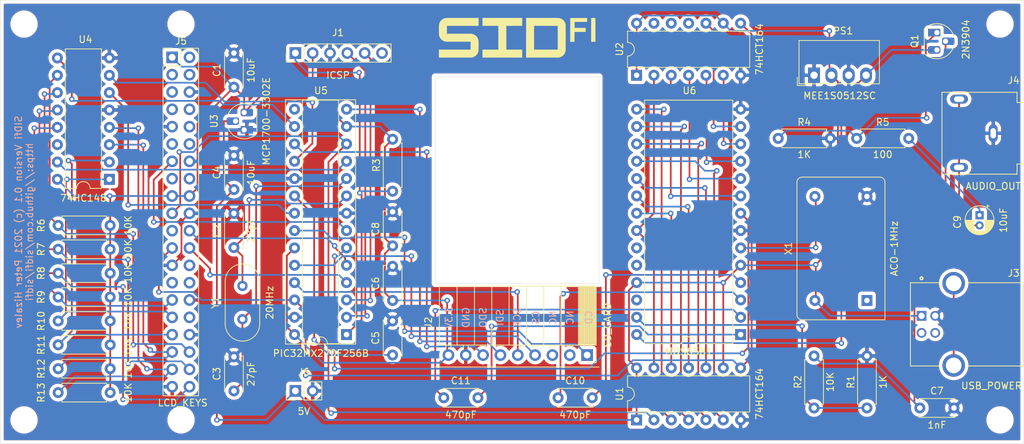
<source format=kicad_pcb>
(kicad_pcb (version 20171130) (host pcbnew 5.1.9)

  (general
    (thickness 1.6)
    (drawings 19)
    (tracks 475)
    (zones 0)
    (modules 47)
    (nets 88)
  )

  (page A4)
  (layers
    (0 F.Cu signal hide)
    (31 B.Cu signal hide)
    (32 B.Adhes user)
    (33 F.Adhes user)
    (34 B.Paste user)
    (35 F.Paste user)
    (36 B.SilkS user)
    (37 F.SilkS user)
    (38 B.Mask user)
    (39 F.Mask user)
    (40 Dwgs.User user)
    (41 Cmts.User user)
    (42 Eco1.User user)
    (43 Eco2.User user)
    (44 Edge.Cuts user)
    (45 Margin user)
    (46 B.CrtYd user)
    (47 F.CrtYd user)
    (48 B.Fab user)
    (49 F.Fab user)
  )

  (setup
    (last_trace_width 0.25)
    (trace_clearance 0.2)
    (zone_clearance 0.508)
    (zone_45_only no)
    (trace_min 0.2)
    (via_size 0.8)
    (via_drill 0.4)
    (via_min_size 0.4)
    (via_min_drill 0.3)
    (uvia_size 0.3)
    (uvia_drill 0.1)
    (uvias_allowed no)
    (uvia_min_size 0.2)
    (uvia_min_drill 0.1)
    (edge_width 0.05)
    (segment_width 0.2)
    (pcb_text_width 0.3)
    (pcb_text_size 1.5 1.5)
    (mod_edge_width 0.12)
    (mod_text_size 1 1)
    (mod_text_width 0.15)
    (pad_size 1.524 1.524)
    (pad_drill 0.762)
    (pad_to_mask_clearance 0)
    (aux_axis_origin 0 0)
    (grid_origin 74.5 71.5)
    (visible_elements FFFFFF7F)
    (pcbplotparams
      (layerselection 0x010fc_ffffffff)
      (usegerberextensions false)
      (usegerberattributes true)
      (usegerberadvancedattributes true)
      (creategerberjobfile true)
      (excludeedgelayer true)
      (linewidth 0.100000)
      (plotframeref false)
      (viasonmask false)
      (mode 1)
      (useauxorigin false)
      (hpglpennumber 1)
      (hpglpenspeed 20)
      (hpglpendiameter 15.000000)
      (psnegative false)
      (psa4output false)
      (plotreference true)
      (plotvalue true)
      (plotinvisibletext false)
      (padsonsilk false)
      (subtractmaskfromsilk false)
      (outputformat 1)
      (mirror false)
      (drillshape 1)
      (scaleselection 1)
      (outputdirectory ""))
  )

  (net 0 "")
  (net 1 GND)
  (net 2 "Net-(C2-Pad1)")
  (net 3 "Net-(C3-Pad1)")
  (net 4 +5V)
  (net 5 "Net-(C5-Pad1)")
  (net 6 "Net-(C7-Pad1)")
  (net 7 "Net-(C9-Pad1)")
  (net 8 "Net-(C9-Pad2)")
  (net 9 "Net-(C10-Pad1)")
  (net 10 "Net-(C10-Pad2)")
  (net 11 "Net-(C11-Pad2)")
  (net 12 "Net-(C11-Pad1)")
  (net 13 ICSP_MCLR)
  (net 14 ICSP_PGD)
  (net 15 ICSP_PCC)
  (net 16 "Net-(J1-Pad6)")
  (net 17 SD_CARD_CD)
  (net 18 SD_CARD_CS)
  (net 19 SD_CARD_SCK)
  (net 20 SD_CARD_SDI)
  (net 21 SD_CARD_SDO)
  (net 22 "Net-(J3-Pad3)")
  (net 23 "Net-(J3-Pad2)")
  (net 24 "Net-(J5-Pad2)")
  (net 25 "Net-(J5-Pad3)")
  (net 26 "Net-(J5-Pad4)")
  (net 27 "Net-(J5-Pad5)")
  (net 28 "Net-(J5-Pad7)")
  (net 29 "Net-(J5-Pad8)")
  (net 30 "Net-(J5-Pad10)")
  (net 31 "Net-(J5-Pad11)")
  (net 32 "Net-(J5-Pad12)")
  (net 33 LCD_RESET)
  (net 34 "Net-(J5-Pad15)")
  (net 35 "Net-(J5-Pad16)")
  (net 36 6581_LCD_SDO)
  (net 37 "Net-(J5-Pad21)")
  (net 38 LCD_DC)
  (net 39 6581_LCD_SCK)
  (net 40 LCD_CS)
  (net 41 "Net-(J5-Pad26)")
  (net 42 "Net-(J5-Pad27)")
  (net 43 "Net-(J5-Pad28)")
  (net 44 KEY_LEFT)
  (net 45 KEY_UP)
  (net 46 "Net-(J5-Pad32)")
  (net 47 KEY_CTR)
  (net 48 KEY_DOWN)
  (net 49 KEY_1)
  (net 50 KEY_RIGHT)
  (net 51 KEY_2)
  (net 52 KEY_3)
  (net 53 +12V)
  (net 54 "Net-(Q1-Pad1)")
  (net 55 6581_AUDIO_OUT)
  (net 56 D7)
  (net 57 D3)
  (net 58 D6)
  (net 59 D2)
  (net 60 D5)
  (net 61 D1)
  (net 62 D4)
  (net 63 D0)
  (net 64 A0)
  (net 65 A4)
  (net 66 A1)
  (net 67 "Net-(U2-Pad11)")
  (net 68 A2)
  (net 69 "Net-(U2-Pad12)")
  (net 70 A3)
  (net 71 "Net-(U2-Pad13)")
  (net 72 KEY_CODE0)
  (net 73 KEY_CODE2)
  (net 74 "Net-(U4-Pad14)")
  (net 75 KEY_CODE1)
  (net 76 KEY_CODE_EO)
  (net 77 "Net-(U5-Pad15)")
  (net 78 6581_CS)
  (net 79 "Net-(U6-Pad6)")
  (net 80 "Net-(U6-Pad23)")
  (net 81 "Net-(U6-Pad24)")
  (net 82 "Net-(U6-Pad26)")
  (net 83 "Net-(X1-Pad1)")
  (net 84 VCC)
  (net 85 "Net-(J3-Pad5)")
  (net 86 "Net-(J2-Pad2)")
  (net 87 "Net-(J2-Pad3)")

  (net_class Default "This is the default net class."
    (clearance 0.2)
    (trace_width 0.25)
    (via_dia 0.8)
    (via_drill 0.4)
    (uvia_dia 0.3)
    (uvia_drill 0.1)
    (add_net +12V)
    (add_net +5V)
    (add_net 6581_AUDIO_OUT)
    (add_net 6581_CS)
    (add_net 6581_LCD_SCK)
    (add_net 6581_LCD_SDO)
    (add_net A0)
    (add_net A1)
    (add_net A2)
    (add_net A3)
    (add_net A4)
    (add_net D0)
    (add_net D1)
    (add_net D2)
    (add_net D3)
    (add_net D4)
    (add_net D5)
    (add_net D6)
    (add_net D7)
    (add_net GND)
    (add_net ICSP_MCLR)
    (add_net ICSP_PCC)
    (add_net ICSP_PGD)
    (add_net KEY_1)
    (add_net KEY_2)
    (add_net KEY_3)
    (add_net KEY_CODE0)
    (add_net KEY_CODE1)
    (add_net KEY_CODE2)
    (add_net KEY_CODE_EO)
    (add_net KEY_CTR)
    (add_net KEY_DOWN)
    (add_net KEY_LEFT)
    (add_net KEY_RIGHT)
    (add_net KEY_UP)
    (add_net LCD_CS)
    (add_net LCD_DC)
    (add_net LCD_RESET)
    (add_net "Net-(C10-Pad1)")
    (add_net "Net-(C10-Pad2)")
    (add_net "Net-(C11-Pad1)")
    (add_net "Net-(C11-Pad2)")
    (add_net "Net-(C2-Pad1)")
    (add_net "Net-(C3-Pad1)")
    (add_net "Net-(C5-Pad1)")
    (add_net "Net-(C7-Pad1)")
    (add_net "Net-(C9-Pad1)")
    (add_net "Net-(C9-Pad2)")
    (add_net "Net-(J1-Pad6)")
    (add_net "Net-(J2-Pad2)")
    (add_net "Net-(J2-Pad3)")
    (add_net "Net-(J3-Pad2)")
    (add_net "Net-(J3-Pad3)")
    (add_net "Net-(J3-Pad5)")
    (add_net "Net-(J5-Pad10)")
    (add_net "Net-(J5-Pad11)")
    (add_net "Net-(J5-Pad12)")
    (add_net "Net-(J5-Pad15)")
    (add_net "Net-(J5-Pad16)")
    (add_net "Net-(J5-Pad2)")
    (add_net "Net-(J5-Pad21)")
    (add_net "Net-(J5-Pad26)")
    (add_net "Net-(J5-Pad27)")
    (add_net "Net-(J5-Pad28)")
    (add_net "Net-(J5-Pad3)")
    (add_net "Net-(J5-Pad32)")
    (add_net "Net-(J5-Pad4)")
    (add_net "Net-(J5-Pad5)")
    (add_net "Net-(J5-Pad7)")
    (add_net "Net-(J5-Pad8)")
    (add_net "Net-(Q1-Pad1)")
    (add_net "Net-(U2-Pad11)")
    (add_net "Net-(U2-Pad12)")
    (add_net "Net-(U2-Pad13)")
    (add_net "Net-(U4-Pad14)")
    (add_net "Net-(U5-Pad15)")
    (add_net "Net-(U6-Pad23)")
    (add_net "Net-(U6-Pad24)")
    (add_net "Net-(U6-Pad26)")
    (add_net "Net-(U6-Pad6)")
    (add_net "Net-(X1-Pad1)")
    (add_net SD_CARD_CD)
    (add_net SD_CARD_CS)
    (add_net SD_CARD_SCK)
    (add_net SD_CARD_SDI)
    (add_net SD_CARD_SDO)
    (add_net VCC)
  )

  (module sidfi:logo (layer F.Cu) (tedit 0) (tstamp 608F756D)
    (at 150.25 77)
    (fp_text reference G*** (at 0 0) (layer F.SilkS) hide
      (effects (font (size 1.524 1.524) (thickness 0.3)))
    )
    (fp_text value LOGO (at 0.75 0) (layer F.SilkS) hide
      (effects (font (size 1.524 1.524) (thickness 0.3)))
    )
    (fp_poly (pts (xy 11.083625 -2.890279) (xy 11.156549 -2.889839) (xy 11.176 -2.889659) (xy 11.464192 -2.886808)
      (xy 11.46913 0.605692) (xy 10.843846 0.605692) (xy 10.843846 -2.881551) (xy 10.865827 -2.887031)
      (xy 10.880948 -2.888332) (xy 10.912947 -2.88933) (xy 10.959165 -2.890002) (xy 11.016944 -2.890326)
      (xy 11.083625 -2.890279)) (layer F.SilkS) (width 0.01))
    (fp_poly (pts (xy 10.248218 -2.315408) (xy 9.32732 -2.312916) (xy 8.406423 -2.310423) (xy 8.406423 -1.431193)
      (xy 9.219711 -1.428694) (xy 10.033 -1.426196) (xy 10.033 -1.143989) (xy 10.032902 -1.061588)
      (xy 10.032531 -0.996632) (xy 10.031773 -0.947031) (xy 10.030514 -0.910694) (xy 10.02864 -0.885529)
      (xy 10.026037 -0.869443) (xy 10.02259 -0.860347) (xy 10.018185 -0.856148) (xy 10.017258 -0.855742)
      (xy 10.005244 -0.854806) (xy 9.975186 -0.85392) (xy 9.928581 -0.853094) (xy 9.866924 -0.85234)
      (xy 9.791711 -0.851668) (xy 9.704437 -0.85109) (xy 9.606598 -0.850615) (xy 9.499689 -0.850255)
      (xy 9.385206 -0.850021) (xy 9.264645 -0.849923) (xy 9.213739 -0.849925) (xy 9.091218 -0.849958)
      (xy 8.974237 -0.849987) (xy 8.864282 -0.850012) (xy 8.76284 -0.850032) (xy 8.671398 -0.850047)
      (xy 8.591443 -0.850057) (xy 8.524462 -0.850062) (xy 8.47194 -0.850061) (xy 8.435366 -0.850055)
      (xy 8.416225 -0.850042) (xy 8.41375 -0.850036) (xy 8.41137 -0.846322) (xy 8.409299 -0.834494)
      (xy 8.40752 -0.813455) (xy 8.406013 -0.782106) (xy 8.40476 -0.73935) (xy 8.403743 -0.684088)
      (xy 8.402943 -0.615222) (xy 8.402342 -0.531654) (xy 8.401921 -0.432286) (xy 8.401663 -0.31602)
      (xy 8.401548 -0.181758) (xy 8.401538 -0.122116) (xy 8.401538 0.605692) (xy 7.776254 0.605692)
      (xy 7.781192 -2.886808) (xy 10.243038 -2.886808) (xy 10.248218 -2.315408)) (layer F.SilkS) (width 0.01))
    (fp_poly (pts (xy 3.948474 -2.891691) (xy 4.184485 -2.891681) (xy 4.402461 -2.891657) (xy 4.603154 -2.891614)
      (xy 4.787316 -2.891544) (xy 4.955699 -2.891443) (xy 5.109054 -2.891303) (xy 5.248134 -2.89112)
      (xy 5.373691 -2.890887) (xy 5.486476 -2.890598) (xy 5.587242 -2.890247) (xy 5.676739 -2.889828)
      (xy 5.75572 -2.889335) (xy 5.824937 -2.888762) (xy 5.885142 -2.888103) (xy 5.937086 -2.887352)
      (xy 5.981522 -2.886503) (xy 6.019201 -2.885551) (xy 6.050875 -2.884488) (xy 6.077296 -2.883309)
      (xy 6.099216 -2.882008) (xy 6.117387 -2.880579) (xy 6.13256 -2.879016) (xy 6.145488 -2.877314)
      (xy 6.156922 -2.875465) (xy 6.167614 -2.873464) (xy 6.175572 -2.871865) (xy 6.32157 -2.832502)
      (xy 6.458692 -2.776287) (xy 6.585877 -2.704275) (xy 6.702064 -2.617519) (xy 6.806193 -2.517075)
      (xy 6.897204 -2.403998) (xy 6.974036 -2.279343) (xy 7.035627 -2.144164) (xy 7.080918 -1.999516)
      (xy 7.089321 -1.963152) (xy 7.091454 -1.952546) (xy 7.093411 -1.940811) (xy 7.095198 -1.927099)
      (xy 7.096822 -1.910565) (xy 7.098293 -1.890362) (xy 7.099617 -1.865643) (xy 7.100802 -1.835561)
      (xy 7.101856 -1.799271) (xy 7.102786 -1.755924) (xy 7.103601 -1.704676) (xy 7.104306 -1.644678)
      (xy 7.104912 -1.575085) (xy 7.105424 -1.495049) (xy 7.105851 -1.403725) (xy 7.1062 -1.300265)
      (xy 7.106479 -1.183822) (xy 7.106696 -1.053551) (xy 7.106858 -0.908605) (xy 7.106973 -0.748137)
      (xy 7.107048 -0.571299) (xy 7.107092 -0.377247) (xy 7.107112 -0.165132) (xy 7.107115 0.004884)
      (xy 7.107109 0.230985) (xy 7.107084 0.438394) (xy 7.107032 0.627957) (xy 7.106948 0.800522)
      (xy 7.106821 0.956935) (xy 7.106646 1.098043) (xy 7.106414 1.224692) (xy 7.106118 1.337729)
      (xy 7.105749 1.438001) (xy 7.105301 1.526354) (xy 7.104766 1.603635) (xy 7.104136 1.670691)
      (xy 7.103403 1.728367) (xy 7.102559 1.777512) (xy 7.101598 1.818971) (xy 7.100512 1.853591)
      (xy 7.099292 1.882218) (xy 7.097931 1.9057) (xy 7.096421 1.924883) (xy 7.094756 1.940614)
      (xy 7.092926 1.953739) (xy 7.090925 1.965105) (xy 7.089321 1.972921) (xy 7.048899 2.119695)
      (xy 6.993032 2.255068) (xy 6.92091 2.380582) (xy 6.831725 2.497779) (xy 6.789818 2.544016)
      (xy 6.679053 2.646927) (xy 6.557981 2.733367) (xy 6.426283 2.803516) (xy 6.283639 2.857553)
      (xy 6.184987 2.884102) (xy 6.091115 2.905659) (xy 3.700096 2.90869) (xy 1.309077 2.911722)
      (xy 1.309077 -1.738923) (xy 2.471615 -1.738923) (xy 2.471615 1.748692) (xy 5.949461 1.748692)
      (xy 5.949461 -1.738923) (xy 2.471615 -1.738923) (xy 1.309077 -1.738923) (xy 1.309077 -2.891693)
      (xy 3.693677 -2.891693) (xy 3.948474 -2.891691)) (layer F.SilkS) (width 0.01))
    (fp_poly (pts (xy 0.732692 -1.738923) (xy -1.592385 -1.738923) (xy -1.592385 1.748692) (xy 0.732847 1.748692)
      (xy 0.730327 2.327519) (xy 0.727808 2.906346) (xy -2.169567 2.908804) (xy -2.406268 2.908984)
      (xy -2.637908 2.909116) (xy -2.863724 2.909203) (xy -3.082954 2.909245) (xy -3.294838 2.909244)
      (xy -3.498613 2.9092) (xy -3.693518 2.909115) (xy -3.87879 2.90899) (xy -4.053668 2.908826)
      (xy -4.217391 2.908623) (xy -4.369196 2.908384) (xy -4.508322 2.908108) (xy -4.634007 2.907798)
      (xy -4.745489 2.907453) (xy -4.842007 2.907076) (xy -4.922799 2.906668) (xy -4.987102 2.906228)
      (xy -5.034156 2.905759) (xy -5.063199 2.905261) (xy -5.073468 2.904736) (xy -5.073471 2.904734)
      (xy -5.074653 2.894043) (xy -5.075767 2.865545) (xy -5.076792 2.82097) (xy -5.077709 2.76205)
      (xy -5.0785 2.690516) (xy -5.079143 2.6081) (xy -5.07962 2.516531) (xy -5.079912 2.417541)
      (xy -5.08 2.323448) (xy -5.08 1.748692) (xy -2.754923 1.748692) (xy -2.754923 -1.738923)
      (xy -5.08 -1.738923) (xy -5.08 -2.891693) (xy 0.732692 -2.891693) (xy 0.732692 -1.738923)) (layer F.SilkS) (width 0.01))
    (fp_poly (pts (xy -5.656385 -1.738923) (xy -10.296769 -1.738923) (xy -10.296769 -0.576385) (xy -8.549112 -0.576385)
      (xy -8.304738 -0.576326) (xy -8.076489 -0.57615) (xy -7.86464 -0.575858) (xy -7.669465 -0.575453)
      (xy -7.491238 -0.574935) (xy -7.330234 -0.574306) (xy -7.186727 -0.573568) (xy -7.060992 -0.572721)
      (xy -6.953303 -0.571768) (xy -6.863935 -0.570711) (xy -6.793163 -0.569549) (xy -6.74126 -0.568286)
      (xy -6.708501 -0.566922) (xy -6.700285 -0.566296) (xy -6.55735 -0.542578) (xy -6.419815 -0.501208)
      (xy -6.289155 -0.443444) (xy -6.166839 -0.370545) (xy -6.054341 -0.283768) (xy -5.953131 -0.184371)
      (xy -5.864683 -0.073613) (xy -5.790468 0.047249) (xy -5.731958 0.176958) (xy -5.695985 0.291979)
      (xy -5.688369 0.323049) (xy -5.681767 0.352687) (xy -5.676115 0.382467) (xy -5.671351 0.413965)
      (xy -5.667412 0.448755) (xy -5.664232 0.488414) (xy -5.661751 0.534515) (xy -5.659903 0.588634)
      (xy -5.658626 0.652346) (xy -5.657857 0.727226) (xy -5.657532 0.814848) (xy -5.657588 0.916789)
      (xy -5.657961 1.034623) (xy -5.658588 1.169925) (xy -5.658828 1.216269) (xy -5.659573 1.351244)
      (xy -5.660318 1.468156) (xy -5.661104 1.56848) (xy -5.661971 1.653693) (xy -5.662959 1.725269)
      (xy -5.66411 1.784684) (xy -5.665463 1.833414) (xy -5.667058 1.872934) (xy -5.668937 1.90472)
      (xy -5.67114 1.930246) (xy -5.673706 1.95099) (xy -5.676677 1.968425) (xy -5.679821 1.982892)
      (xy -5.725072 2.133532) (xy -5.786261 2.273462) (xy -5.862594 2.401891) (xy -5.953275 2.518025)
      (xy -6.057509 2.621071) (xy -6.174501 2.710235) (xy -6.303454 2.784725) (xy -6.443574 2.843746)
      (xy -6.583397 2.884102) (xy -6.677269 2.905659) (xy -9.068289 2.90869) (xy -11.459308 2.911722)
      (xy -11.459308 1.748692) (xy -6.818923 1.748692) (xy -6.818923 0.586553) (xy -8.638442 0.583559)
      (xy -8.862392 0.583208) (xy -9.067682 0.582903) (xy -9.255192 0.582617) (xy -9.4258 0.582325)
      (xy -9.580386 0.581997) (xy -9.719829 0.581609) (xy -9.845007 0.581131) (xy -9.956801 0.580538)
      (xy -10.056088 0.579801) (xy -10.143747 0.578894) (xy -10.220659 0.57779) (xy -10.287701 0.576462)
      (xy -10.345753 0.574882) (xy -10.395693 0.573024) (xy -10.438401 0.57086) (xy -10.474756 0.568363)
      (xy -10.505637 0.565506) (xy -10.531923 0.562261) (xy -10.554492 0.558603) (xy -10.574224 0.554503)
      (xy -10.591998 0.549935) (xy -10.608692 0.544871) (xy -10.625186 0.539285) (xy -10.642359 0.533149)
      (xy -10.66109 0.526435) (xy -10.677769 0.520637) (xy -10.809162 0.465779) (xy -10.933167 0.393998)
      (xy -11.047986 0.307095) (xy -11.151818 0.20687) (xy -11.242861 0.095124) (xy -11.319317 -0.026343)
      (xy -11.379385 -0.155731) (xy -11.393791 -0.195385) (xy -11.404783 -0.227668) (xy -11.414328 -0.256553)
      (xy -11.422535 -0.283626) (xy -11.429513 -0.310474) (xy -11.435371 -0.338684) (xy -11.440218 -0.369842)
      (xy -11.444164 -0.405535) (xy -11.447317 -0.447349) (xy -11.449787 -0.49687) (xy -11.451683 -0.555686)
      (xy -11.453114 -0.625382) (xy -11.454189 -0.707546) (xy -11.455017 -0.803763) (xy -11.455708 -0.915621)
      (xy -11.45637 -1.044706) (xy -11.456693 -1.10983) (xy -11.457324 -1.248769) (xy -11.457725 -1.369642)
      (xy -11.457876 -1.473918) (xy -11.457756 -1.56307) (xy -11.457344 -1.638567) (xy -11.45662 -1.70188)
      (xy -11.455563 -1.754481) (xy -11.454154 -1.797839) (xy -11.452372 -1.833425) (xy -11.450196 -1.862711)
      (xy -11.447605 -1.887166) (xy -11.445695 -1.901137) (xy -11.414247 -2.0476) (xy -11.365496 -2.186374)
      (xy -11.30056 -2.316285) (xy -11.220558 -2.436156) (xy -11.126607 -2.544809) (xy -11.019826 -2.64107)
      (xy -10.901333 -2.723762) (xy -10.772247 -2.791707) (xy -10.633686 -2.84373) (xy -10.52288 -2.871865)
      (xy -10.512251 -2.873984) (xy -10.501443 -2.875946) (xy -10.489703 -2.877757) (xy -10.476279 -2.879424)
      (xy -10.46042 -2.880952) (xy -10.441374 -2.882348) (xy -10.418388 -2.883618) (xy -10.390712 -2.884767)
      (xy -10.357593 -2.885801) (xy -10.318279 -2.886727) (xy -10.272019 -2.887551) (xy -10.21806 -2.888278)
      (xy -10.155651 -2.888914) (xy -10.08404 -2.889467) (xy -10.002475 -2.88994) (xy -9.910204 -2.890342)
      (xy -9.806475 -2.890676) (xy -9.690537 -2.890951) (xy -9.561637 -2.891171) (xy -9.419024 -2.891342)
      (xy -9.261945 -2.891472) (xy -9.08965 -2.891564) (xy -8.901385 -2.891627) (xy -8.6964 -2.891665)
      (xy -8.473942 -2.891684) (xy -8.23326 -2.891692) (xy -8.040985 -2.891693) (xy -5.656385 -2.891693)
      (xy -5.656385 -1.738923)) (layer F.SilkS) (width 0.01))
  )

  (module Crystal:Crystal_HC49-U_Vertical (layer F.Cu) (tedit 5A1AD3B8) (tstamp 607BB8B6)
    (at 110 118.25 90)
    (descr "Crystal THT HC-49/U http://5hertz.com/pdfs/04404_D.pdf")
    (tags "THT crystalHC-49/U")
    (path /5D87100F)
    (fp_text reference Y1 (at 2.44 -4 90) (layer F.SilkS)
      (effects (font (size 1 1) (thickness 0.15)))
    )
    (fp_text value 20MHz (at 2.44 4 90) (layer F.SilkS)
      (effects (font (size 1 1) (thickness 0.15)))
    )
    (fp_line (start 8.4 -2.8) (end -3.5 -2.8) (layer F.CrtYd) (width 0.05))
    (fp_line (start 8.4 2.8) (end 8.4 -2.8) (layer F.CrtYd) (width 0.05))
    (fp_line (start -3.5 2.8) (end 8.4 2.8) (layer F.CrtYd) (width 0.05))
    (fp_line (start -3.5 -2.8) (end -3.5 2.8) (layer F.CrtYd) (width 0.05))
    (fp_line (start -0.685 2.525) (end 5.565 2.525) (layer F.SilkS) (width 0.12))
    (fp_line (start -0.685 -2.525) (end 5.565 -2.525) (layer F.SilkS) (width 0.12))
    (fp_line (start -0.56 2) (end 5.44 2) (layer F.Fab) (width 0.1))
    (fp_line (start -0.56 -2) (end 5.44 -2) (layer F.Fab) (width 0.1))
    (fp_line (start -0.685 2.325) (end 5.565 2.325) (layer F.Fab) (width 0.1))
    (fp_line (start -0.685 -2.325) (end 5.565 -2.325) (layer F.Fab) (width 0.1))
    (fp_text user %R (at 2.44 0 90) (layer F.Fab) hide
      (effects (font (size 1 1) (thickness 0.15)))
    )
    (fp_arc (start -0.685 0) (end -0.685 -2.325) (angle -180) (layer F.Fab) (width 0.1))
    (fp_arc (start 5.565 0) (end 5.565 -2.325) (angle 180) (layer F.Fab) (width 0.1))
    (fp_arc (start -0.56 0) (end -0.56 -2) (angle -180) (layer F.Fab) (width 0.1))
    (fp_arc (start 5.44 0) (end 5.44 -2) (angle 180) (layer F.Fab) (width 0.1))
    (fp_arc (start -0.685 0) (end -0.685 -2.525) (angle -180) (layer F.SilkS) (width 0.12))
    (fp_arc (start 5.565 0) (end 5.565 -2.525) (angle 180) (layer F.SilkS) (width 0.12))
    (pad 1 thru_hole circle (at 0 0 90) (size 1.5 1.5) (drill 0.8) (layers *.Cu *.Mask)
      (net 3 "Net-(C3-Pad1)"))
    (pad 2 thru_hole circle (at 4.88 0 90) (size 1.5 1.5) (drill 0.8) (layers *.Cu *.Mask)
      (net 2 "Net-(C2-Pad1)"))
    (model ${KISYS3DMOD}/Crystal.3dshapes/Crystal_HC49-U_Vertical.wrl
      (at (xyz 0 0 0))
      (scale (xyz 1 1 1))
      (rotate (xyz 0 0 0))
    )
  )

  (module Capacitor_THT:C_Disc_D5.0mm_W2.5mm_P5.00mm (layer F.Cu) (tedit 5AE50EF0) (tstamp 607BC837)
    (at 108.75 107.75 90)
    (descr "C, Disc series, Radial, pin pitch=5.00mm, , diameter*width=5*2.5mm^2, Capacitor, http://cdn-reichelt.de/documents/datenblatt/B300/DS_KERKO_TC.pdf")
    (tags "C Disc series Radial pin pitch 5.00mm  diameter 5mm width 2.5mm Capacitor")
    (path /5D887805)
    (fp_text reference C2 (at 2.5 -2.5 90) (layer F.SilkS)
      (effects (font (size 1 1) (thickness 0.15)))
    )
    (fp_text value 27pF (at 2.5 2.5 90) (layer F.SilkS)
      (effects (font (size 1 1) (thickness 0.15)))
    )
    (fp_line (start 0 -1.25) (end 0 1.25) (layer F.Fab) (width 0.1))
    (fp_line (start 0 1.25) (end 5 1.25) (layer F.Fab) (width 0.1))
    (fp_line (start 5 1.25) (end 5 -1.25) (layer F.Fab) (width 0.1))
    (fp_line (start 5 -1.25) (end 0 -1.25) (layer F.Fab) (width 0.1))
    (fp_line (start -0.12 -1.37) (end 5.12 -1.37) (layer F.SilkS) (width 0.12))
    (fp_line (start -0.12 1.37) (end 5.12 1.37) (layer F.SilkS) (width 0.12))
    (fp_line (start -0.12 -1.37) (end -0.12 -1.055) (layer F.SilkS) (width 0.12))
    (fp_line (start -0.12 1.055) (end -0.12 1.37) (layer F.SilkS) (width 0.12))
    (fp_line (start 5.12 -1.37) (end 5.12 -1.055) (layer F.SilkS) (width 0.12))
    (fp_line (start 5.12 1.055) (end 5.12 1.37) (layer F.SilkS) (width 0.12))
    (fp_line (start -1.05 -1.5) (end -1.05 1.5) (layer F.CrtYd) (width 0.05))
    (fp_line (start -1.05 1.5) (end 6.05 1.5) (layer F.CrtYd) (width 0.05))
    (fp_line (start 6.05 1.5) (end 6.05 -1.5) (layer F.CrtYd) (width 0.05))
    (fp_line (start 6.05 -1.5) (end -1.05 -1.5) (layer F.CrtYd) (width 0.05))
    (fp_text user %R (at 2.5 0 90) (layer F.Fab) hide
      (effects (font (size 1 1) (thickness 0.15)))
    )
    (pad 2 thru_hole circle (at 5 0 90) (size 1.6 1.6) (drill 0.8) (layers *.Cu *.Mask)
      (net 1 GND))
    (pad 1 thru_hole circle (at 0 0 90) (size 1.6 1.6) (drill 0.8) (layers *.Cu *.Mask)
      (net 2 "Net-(C2-Pad1)"))
    (model ${KISYS3DMOD}/Capacitor_THT.3dshapes/C_Disc_D5.0mm_W2.5mm_P5.00mm.wrl
      (at (xyz 0 0 0))
      (scale (xyz 1 1 1))
      (rotate (xyz 0 0 0))
    )
  )

  (module Capacitor_THT:C_Disc_D5.0mm_W2.5mm_P5.00mm (layer F.Cu) (tedit 5AE50EF0) (tstamp 607B7B93)
    (at 108.75 128.75 90)
    (descr "C, Disc series, Radial, pin pitch=5.00mm, , diameter*width=5*2.5mm^2, Capacitor, http://cdn-reichelt.de/documents/datenblatt/B300/DS_KERKO_TC.pdf")
    (tags "C Disc series Radial pin pitch 5.00mm  diameter 5mm width 2.5mm Capacitor")
    (path /5D887C4B)
    (fp_text reference C3 (at 2.5 -2.5 90) (layer F.SilkS)
      (effects (font (size 1 1) (thickness 0.15)))
    )
    (fp_text value 27pF (at 2.5 2.5 90) (layer F.SilkS)
      (effects (font (size 1 1) (thickness 0.15)))
    )
    (fp_line (start 6.05 -1.5) (end -1.05 -1.5) (layer F.CrtYd) (width 0.05))
    (fp_line (start 6.05 1.5) (end 6.05 -1.5) (layer F.CrtYd) (width 0.05))
    (fp_line (start -1.05 1.5) (end 6.05 1.5) (layer F.CrtYd) (width 0.05))
    (fp_line (start -1.05 -1.5) (end -1.05 1.5) (layer F.CrtYd) (width 0.05))
    (fp_line (start 5.12 1.055) (end 5.12 1.37) (layer F.SilkS) (width 0.12))
    (fp_line (start 5.12 -1.37) (end 5.12 -1.055) (layer F.SilkS) (width 0.12))
    (fp_line (start -0.12 1.055) (end -0.12 1.37) (layer F.SilkS) (width 0.12))
    (fp_line (start -0.12 -1.37) (end -0.12 -1.055) (layer F.SilkS) (width 0.12))
    (fp_line (start -0.12 1.37) (end 5.12 1.37) (layer F.SilkS) (width 0.12))
    (fp_line (start -0.12 -1.37) (end 5.12 -1.37) (layer F.SilkS) (width 0.12))
    (fp_line (start 5 -1.25) (end 0 -1.25) (layer F.Fab) (width 0.1))
    (fp_line (start 5 1.25) (end 5 -1.25) (layer F.Fab) (width 0.1))
    (fp_line (start 0 1.25) (end 5 1.25) (layer F.Fab) (width 0.1))
    (fp_line (start 0 -1.25) (end 0 1.25) (layer F.Fab) (width 0.1))
    (fp_text user %R (at 2.5 0 90) (layer F.Fab) hide
      (effects (font (size 1 1) (thickness 0.15)))
    )
    (pad 1 thru_hole circle (at 0 0 90) (size 1.6 1.6) (drill 0.8) (layers *.Cu *.Mask)
      (net 3 "Net-(C3-Pad1)"))
    (pad 2 thru_hole circle (at 5 0 90) (size 1.6 1.6) (drill 0.8) (layers *.Cu *.Mask)
      (net 1 GND))
    (model ${KISYS3DMOD}/Capacitor_THT.3dshapes/C_Disc_D5.0mm_W2.5mm_P5.00mm.wrl
      (at (xyz 0 0 0))
      (scale (xyz 1 1 1))
      (rotate (xyz 0 0 0))
    )
  )

  (module Connector_PinHeader_2.54mm:PinHeader_1x02_P2.54mm_Vertical (layer F.Cu) (tedit 59FED5CC) (tstamp 6080C6EA)
    (at 117.75 128.75 90)
    (descr "Through hole straight pin header, 1x02, 2.54mm pitch, single row")
    (tags "Through hole pin header THT 1x02 2.54mm single row")
    (path /6084CCCA)
    (fp_text reference J6 (at 2.75 1.25 180) (layer F.SilkS)
      (effects (font (size 1 1) (thickness 0.15)))
    )
    (fp_text value 5V (at -3 1.25 180) (layer F.SilkS)
      (effects (font (size 1 1) (thickness 0.15)))
    )
    (fp_line (start 1.8 -1.8) (end -1.8 -1.8) (layer F.CrtYd) (width 0.05))
    (fp_line (start 1.8 4.35) (end 1.8 -1.8) (layer F.CrtYd) (width 0.05))
    (fp_line (start -1.8 4.35) (end 1.8 4.35) (layer F.CrtYd) (width 0.05))
    (fp_line (start -1.8 -1.8) (end -1.8 4.35) (layer F.CrtYd) (width 0.05))
    (fp_line (start -1.33 -1.33) (end 0 -1.33) (layer F.SilkS) (width 0.12))
    (fp_line (start -1.33 0) (end -1.33 -1.33) (layer F.SilkS) (width 0.12))
    (fp_line (start -1.33 1.27) (end 1.33 1.27) (layer F.SilkS) (width 0.12))
    (fp_line (start 1.33 1.27) (end 1.33 3.87) (layer F.SilkS) (width 0.12))
    (fp_line (start -1.33 1.27) (end -1.33 3.87) (layer F.SilkS) (width 0.12))
    (fp_line (start -1.33 3.87) (end 1.33 3.87) (layer F.SilkS) (width 0.12))
    (fp_line (start -1.27 -0.635) (end -0.635 -1.27) (layer F.Fab) (width 0.1))
    (fp_line (start -1.27 3.81) (end -1.27 -0.635) (layer F.Fab) (width 0.1))
    (fp_line (start 1.27 3.81) (end -1.27 3.81) (layer F.Fab) (width 0.1))
    (fp_line (start 1.27 -1.27) (end 1.27 3.81) (layer F.Fab) (width 0.1))
    (fp_line (start -0.635 -1.27) (end 1.27 -1.27) (layer F.Fab) (width 0.1))
    (fp_text user %R (at 0 1.27) (layer F.Fab) hide
      (effects (font (size 1 1) (thickness 0.15)))
    )
    (pad 2 thru_hole oval (at 0 2.54 90) (size 1.7 1.7) (drill 1) (layers *.Cu *.Mask)
      (net 1 GND))
    (pad 1 thru_hole rect (at 0 0 90) (size 1.7 1.7) (drill 1) (layers *.Cu *.Mask)
      (net 4 +5V))
    (model ${KISYS3DMOD}/Connector_PinHeader_2.54mm.3dshapes/PinHeader_1x02_P2.54mm_Vertical.wrl
      (at (xyz 0 0 0))
      (scale (xyz 1 1 1))
      (rotate (xyz 0 0 0))
    )
  )

  (module sidfi:CUI_SJ1-3523NG (layer F.Cu) (tedit 607F01C4) (tstamp 607BCA19)
    (at 220 91 180)
    (path /6081F94D)
    (fp_text reference J4 (at -3 7.75) (layer F.SilkS)
      (effects (font (size 1.000063 1.000063) (thickness 0.15)))
    )
    (fp_text value AUDIO_OUT (at 0 -7.75) (layer F.SilkS)
      (effects (font (size 1.000362 1.000362) (thickness 0.15)))
    )
    (fp_line (start -4.4 4.5) (end -3.5 4.5) (layer F.SilkS) (width 0.127))
    (fp_line (start -3.5 4.5) (end -3.5 6) (layer F.SilkS) (width 0.127))
    (fp_line (start -3.5 -4.5) (end -4.4 -4.5) (layer F.SilkS) (width 0.127))
    (fp_line (start -3.5 -6) (end -3.5 -4.5) (layer F.SilkS) (width 0.127))
    (fp_line (start -3.5 4.5) (end -3.5 6) (layer F.Fab) (width 0.127))
    (fp_line (start -4.5 4.5) (end -3.5 4.5) (layer F.Fab) (width 0.127))
    (fp_line (start -4.5 2) (end -4.5 4.5) (layer F.Fab) (width 0.127))
    (fp_line (start -3.3 2) (end -4.5 2) (layer F.Fab) (width 0.127))
    (fp_line (start -3.3 -2) (end -3.3 2) (layer F.Fab) (width 0.127))
    (fp_line (start -4.5 -2) (end -3.3 -2) (layer F.Fab) (width 0.127))
    (fp_line (start -4.5 -4.5) (end -4.5 -2) (layer F.Fab) (width 0.127))
    (fp_line (start -3.5 -4.5) (end -4.5 -4.5) (layer F.Fab) (width 0.127))
    (fp_line (start -3.5 -6) (end -3.5 -4.5) (layer F.Fab) (width 0.127))
    (fp_line (start 7.5 6) (end -3.5 6) (layer F.Fab) (width 0.127))
    (fp_line (start 7.5 -6) (end 7.5 6) (layer F.Fab) (width 0.127))
    (fp_line (start 7.5 -6) (end -3.5 -6) (layer F.Fab) (width 0.127))
    (fp_line (start -4.75 -6.25) (end 7.75 -6.25) (layer F.CrtYd) (width 0.05))
    (fp_line (start -4.75 6.25) (end -4.75 -6.25) (layer F.CrtYd) (width 0.05))
    (fp_line (start 7.75 6.25) (end -4.75 6.25) (layer F.CrtYd) (width 0.05))
    (fp_line (start 7.75 -6.25) (end 7.75 6.25) (layer F.CrtYd) (width 0.05))
    (fp_line (start 7.5 -6) (end -3.5 -6) (layer F.SilkS) (width 0.127))
    (fp_line (start 7.5 6) (end -3.5 6) (layer F.SilkS) (width 0.127))
    (fp_line (start 7.5 -6) (end 7.5 6) (layer F.SilkS) (width 0.127))
    (pad S thru_hole oval (at 5 -5 180) (size 2.616 1.308) (drill oval 1.5 0.8) (layers *.Cu *.Mask)
      (net 8 "Net-(C9-Pad2)"))
    (pad T thru_hole oval (at 5 5 180) (size 2.616 1.308) (drill oval 1.5 0.8) (layers *.Cu *.Mask)
      (net 8 "Net-(C9-Pad2)"))
    (pad G thru_hole oval (at 0 0 180) (size 1.308 2.616) (drill oval 0.8 1.5) (layers *.Cu *.Mask)
      (net 1 GND))
    (model ${KIPRJMOD}/3d/CUI_DEVICES_SJ1-3523NG.step
      (offset (xyz -6.5 0 3.5))
      (scale (xyz 1 1 1))
      (rotate (xyz 0 0 180))
    )
  )

  (module MountingHole:MountingHole_3mm (layer F.Cu) (tedit 607E31E3) (tstamp 607BB2C1)
    (at 221 75)
    (descr "Mounting Hole 3mm, no annular")
    (tags "mounting hole 3mm no annular")
    (attr virtual)
    (fp_text reference REF** (at 0 -4) (layer F.SilkS) hide
      (effects (font (size 1 1) (thickness 0.15)))
    )
    (fp_text value MountingHole_3mm (at 0 4) (layer F.Fab) hide
      (effects (font (size 1 1) (thickness 0.15)))
    )
    (fp_circle (center 0 0) (end 3 0) (layer F.CrtYd) (width 0.05))
    (fp_circle (center 0 0) (end 3 0) (layer Cmts.User) (width 0.15))
    (fp_text user %R (at 0.3 0) (layer F.Fab) hide
      (effects (font (size 1 1) (thickness 0.15)))
    )
    (pad 1 np_thru_hole circle (at 0 0) (size 3 3) (drill 3) (layers *.Cu *.Mask))
  )

  (module MountingHole:MountingHole_3mm (layer F.Cu) (tedit 607E31D5) (tstamp 607BB2CF)
    (at 221 133)
    (descr "Mounting Hole 3mm, no annular")
    (tags "mounting hole 3mm no annular")
    (attr virtual)
    (fp_text reference REF** (at 0 -4) (layer F.SilkS) hide
      (effects (font (size 1 1) (thickness 0.15)))
    )
    (fp_text value MountingHole_3mm (at 0 4) (layer F.Fab) hide
      (effects (font (size 1 1) (thickness 0.15)))
    )
    (fp_circle (center 0 0) (end 3 0) (layer Cmts.User) (width 0.15))
    (fp_circle (center 0 0) (end 3 0) (layer F.CrtYd) (width 0.05))
    (fp_text user %R (at 0.3 0) (layer F.Fab) hide
      (effects (font (size 1 1) (thickness 0.15)))
    )
    (pad 1 np_thru_hole circle (at 0 0) (size 3 3) (drill 3) (layers *.Cu *.Mask))
  )

  (module MountingHole:MountingHole_3mm (layer F.Cu) (tedit 607E31B6) (tstamp 607BB06C)
    (at 78 75)
    (descr "Mounting Hole 3mm, no annular")
    (tags "mounting hole 3mm no annular")
    (attr virtual)
    (fp_text reference REF** (at 0 -4) (layer F.SilkS) hide
      (effects (font (size 1 1) (thickness 0.15)))
    )
    (fp_text value MountingHole_3mm (at 0 4) (layer F.Fab) hide
      (effects (font (size 1 1) (thickness 0.15)))
    )
    (fp_circle (center 0 0) (end 3 0) (layer Cmts.User) (width 0.15))
    (fp_circle (center 0 0) (end 3 0) (layer F.CrtYd) (width 0.05))
    (fp_text user %R (at 0.3 0) (layer F.Fab) hide
      (effects (font (size 1 1) (thickness 0.15)))
    )
    (pad 1 np_thru_hole circle (at 0 0) (size 3 3) (drill 3) (layers *.Cu *.Mask))
  )

  (module MountingHole:MountingHole_3mm (layer F.Cu) (tedit 607E31A7) (tstamp 607BB077)
    (at 78 133)
    (descr "Mounting Hole 3mm, no annular")
    (tags "mounting hole 3mm no annular")
    (attr virtual)
    (fp_text reference REF** (at 0 -4) (layer F.SilkS) hide
      (effects (font (size 1 1) (thickness 0.15)))
    )
    (fp_text value MountingHole_3mm (at 0 4) (layer F.Fab) hide
      (effects (font (size 1 1) (thickness 0.15)))
    )
    (fp_circle (center 0 0) (end 3 0) (layer F.CrtYd) (width 0.05))
    (fp_circle (center 0 0) (end 3 0) (layer Cmts.User) (width 0.15))
    (fp_text user %R (at 0.3 0) (layer F.Fab) hide
      (effects (font (size 1 1) (thickness 0.15)))
    )
    (pad 1 np_thru_hole circle (at 0 0) (size 3 3) (drill 3) (layers *.Cu *.Mask))
  )

  (module MountingHole:MountingHole_3mm (layer F.Cu) (tedit 607E3184) (tstamp 607E1005)
    (at 101 133)
    (descr "Mounting Hole 3mm, no annular")
    (tags "mounting hole 3mm no annular")
    (attr virtual)
    (fp_text reference REF** (at 0 -4) (layer F.SilkS) hide
      (effects (font (size 1 1) (thickness 0.15)))
    )
    (fp_text value MountingHole_3mm (at 0 4) (layer F.Fab) hide
      (effects (font (size 1 1) (thickness 0.15)))
    )
    (fp_circle (center 0 0) (end 3 0) (layer F.CrtYd) (width 0.05))
    (fp_circle (center 0 0) (end 3 0) (layer Cmts.User) (width 0.15))
    (fp_text user %R (at 0.3 0) (layer F.Fab) hide
      (effects (font (size 1 1) (thickness 0.15)))
    )
    (pad 1 np_thru_hole circle (at 0 0) (size 3 3) (drill 3) (layers *.Cu *.Mask))
  )

  (module MountingHole:MountingHole_3mm (layer F.Cu) (tedit 607E315E) (tstamp 607BB085)
    (at 101 75)
    (descr "Mounting Hole 3mm, no annular")
    (tags "mounting hole 3mm no annular")
    (attr virtual)
    (fp_text reference REF** (at 0 -4) (layer F.SilkS) hide
      (effects (font (size 1 1) (thickness 0.15)))
    )
    (fp_text value MountingHole_3mm (at 0 4) (layer F.Fab) hide
      (effects (font (size 1 1) (thickness 0.15)))
    )
    (fp_circle (center 0 0) (end 3 0) (layer Cmts.User) (width 0.15))
    (fp_circle (center 0 0) (end 3 0) (layer F.CrtYd) (width 0.05))
    (fp_text user %R (at 0.3 0) (layer F.Fab) hide
      (effects (font (size 1 1) (thickness 0.15)))
    )
    (pad 1 np_thru_hole circle (at 0 0) (size 3 3) (drill 3) (layers *.Cu *.Mask))
  )

  (module sidfi:CUI_UJ2-BH-1-TH (layer F.Cu) (tedit 607E0E4C) (tstamp 607BC16A)
    (at 209.5 117.75 90)
    (path /607AE78D)
    (fp_text reference J3 (at 6.25 13.5 180) (layer F.SilkS)
      (effects (font (size 1.000598 1.000598) (thickness 0.15)))
    )
    (fp_text value USB_POWER (at -10.25 10.25 180) (layer F.SilkS)
      (effects (font (size 1.000575 1.000575) (thickness 0.15)))
    )
    (fp_line (start -7.6 2.74) (end -7.6 -1.88) (layer F.CrtYd) (width 0.05))
    (fp_line (start -9.17 2.74) (end -7.6 2.74) (layer F.CrtYd) (width 0.05))
    (fp_line (start -9.17 6.61) (end -9.17 2.74) (layer F.CrtYd) (width 0.05))
    (fp_line (start -7.6 6.61) (end -9.17 6.61) (layer F.CrtYd) (width 0.05))
    (fp_line (start -7.6 15.12) (end -7.6 6.61) (layer F.CrtYd) (width 0.05))
    (fp_line (start 5.1 15.12) (end -7.6 15.12) (layer F.CrtYd) (width 0.05))
    (fp_line (start 5.1 6.62) (end 5.1 15.12) (layer F.CrtYd) (width 0.05))
    (fp_line (start 6.67 6.62) (end 5.1 6.62) (layer F.CrtYd) (width 0.05))
    (fp_line (start 6.67 2.74) (end 6.67 6.62) (layer F.CrtYd) (width 0.05))
    (fp_line (start 5.1 2.74) (end 6.67 2.74) (layer F.CrtYd) (width 0.05))
    (fp_line (start 5.1 -1.88) (end 5.1 2.74) (layer F.CrtYd) (width 0.05))
    (fp_line (start -7.6 -1.88) (end 5.1 -1.88) (layer F.CrtYd) (width 0.05))
    (fp_line (start 4.85 14.87) (end 4.85 14.99) (layer F.Fab) (width 0.127))
    (fp_circle (center 5.5 0) (end 5.7 0) (layer F.SilkS) (width 0.2))
    (fp_line (start 4.85 14.87) (end 4.85 6.61) (layer F.SilkS) (width 0.127))
    (fp_line (start -7.35 14.87) (end 4.85 14.87) (layer F.SilkS) (width 0.127))
    (fp_line (start -7.35 6.61) (end -7.35 14.87) (layer F.SilkS) (width 0.127))
    (fp_line (start 4.85 -1.63) (end 4.85 2.74) (layer F.SilkS) (width 0.127))
    (fp_line (start -7.35 -1.63) (end 4.85 -1.63) (layer F.SilkS) (width 0.127))
    (fp_line (start -7.35 2.74) (end -7.35 -1.63) (layer F.SilkS) (width 0.127))
    (fp_circle (center 0 0) (end 0.2 0) (layer F.Fab) (width 0.4))
    (fp_line (start -7.35 14.87) (end -7.35 -1.63) (layer F.Fab) (width 0.127))
    (fp_line (start 4.85 14.87) (end -7.35 14.87) (layer F.Fab) (width 0.127))
    (fp_line (start 4.85 -1.63) (end 4.85 14.87) (layer F.Fab) (width 0.127))
    (fp_line (start -7.35 -1.63) (end 4.85 -1.63) (layer F.Fab) (width 0.127))
    (pad 2 thru_hole circle (at -2.5 0 90) (size 1.428 1.428) (drill 0.92) (layers *.Cu *.Mask)
      (net 23 "Net-(J3-Pad2)"))
    (pad 1 thru_hole rect (at 0 0 90) (size 1.428 1.428) (drill 0.92) (layers *.Cu *.Mask)
      (net 4 +5V))
    (pad 3 thru_hole circle (at -2.5 2 90) (size 1.428 1.428) (drill 0.92) (layers *.Cu *.Mask)
      (net 22 "Net-(J3-Pad3)"))
    (pad 4 thru_hole circle (at 0 2 90) (size 1.428 1.428) (drill 0.92) (layers *.Cu *.Mask)
      (net 1 GND))
    (pad 5 thru_hole circle (at -7.27 4.71 90) (size 3.316 3.316) (drill 2.3) (layers *.Cu *.Mask)
      (net 85 "Net-(J3-Pad5)"))
    (pad 5 thru_hole circle (at 4.77 4.71 90) (size 3.316 3.316) (drill 2.3) (layers *.Cu *.Mask)
      (net 85 "Net-(J3-Pad5)"))
    (model ${KIPRJMOD}/3d/CUI_DEVICES_UJ2-BH-BL1-TH.step
      (offset (xyz -1.4 -14.5 0))
      (scale (xyz 1 1 1))
      (rotate (xyz -90 0 0))
    )
  )

  (module Connector_PinHeader_2.54mm:PinHeader_2x20_P2.54mm_Vertical (layer F.Cu) (tedit 59FED5CC) (tstamp 607E0804)
    (at 99.7 79.875)
    (descr "Through hole straight pin header, 2x20, 2.54mm pitch, double rows")
    (tags "Through hole pin header THT 2x20 2.54mm double row")
    (path /60767069)
    (fp_text reference J5 (at 1.3 -2.375) (layer F.SilkS)
      (effects (font (size 1 1) (thickness 0.15)))
    )
    (fp_text value LCD_KEYS (at 1.55 50.625) (layer F.SilkS)
      (effects (font (size 1 1) (thickness 0.15)))
    )
    (fp_line (start 0 -1.27) (end 3.81 -1.27) (layer F.Fab) (width 0.1))
    (fp_line (start 3.81 -1.27) (end 3.81 49.53) (layer F.Fab) (width 0.1))
    (fp_line (start 3.81 49.53) (end -1.27 49.53) (layer F.Fab) (width 0.1))
    (fp_line (start -1.27 49.53) (end -1.27 0) (layer F.Fab) (width 0.1))
    (fp_line (start -1.27 0) (end 0 -1.27) (layer F.Fab) (width 0.1))
    (fp_line (start -1.33 49.59) (end 3.87 49.59) (layer F.SilkS) (width 0.12))
    (fp_line (start -1.33 1.27) (end -1.33 49.59) (layer F.SilkS) (width 0.12))
    (fp_line (start 3.87 -1.33) (end 3.87 49.59) (layer F.SilkS) (width 0.12))
    (fp_line (start -1.33 1.27) (end 1.27 1.27) (layer F.SilkS) (width 0.12))
    (fp_line (start 1.27 1.27) (end 1.27 -1.33) (layer F.SilkS) (width 0.12))
    (fp_line (start 1.27 -1.33) (end 3.87 -1.33) (layer F.SilkS) (width 0.12))
    (fp_line (start -1.33 0) (end -1.33 -1.33) (layer F.SilkS) (width 0.12))
    (fp_line (start -1.33 -1.33) (end 0 -1.33) (layer F.SilkS) (width 0.12))
    (fp_line (start -1.8 -1.8) (end -1.8 50.05) (layer F.CrtYd) (width 0.05))
    (fp_line (start -1.8 50.05) (end 4.35 50.05) (layer F.CrtYd) (width 0.05))
    (fp_line (start 4.35 50.05) (end 4.35 -1.8) (layer F.CrtYd) (width 0.05))
    (fp_line (start 4.35 -1.8) (end -1.8 -1.8) (layer F.CrtYd) (width 0.05))
    (fp_text user %R (at 1.27 24.13 90) (layer F.Fab) hide
      (effects (font (size 1 1) (thickness 0.15)))
    )
    (pad 40 thru_hole oval (at 2.54 48.26) (size 1.7 1.7) (drill 1) (layers *.Cu *.Mask)
      (net 52 KEY_3))
    (pad 39 thru_hole oval (at 0 48.26) (size 1.7 1.7) (drill 1) (layers *.Cu *.Mask)
      (net 1 GND))
    (pad 38 thru_hole oval (at 2.54 45.72) (size 1.7 1.7) (drill 1) (layers *.Cu *.Mask)
      (net 51 KEY_2))
    (pad 37 thru_hole oval (at 0 45.72) (size 1.7 1.7) (drill 1) (layers *.Cu *.Mask)
      (net 50 KEY_RIGHT))
    (pad 36 thru_hole oval (at 2.54 43.18) (size 1.7 1.7) (drill 1) (layers *.Cu *.Mask)
      (net 49 KEY_1))
    (pad 35 thru_hole oval (at 0 43.18) (size 1.7 1.7) (drill 1) (layers *.Cu *.Mask)
      (net 48 KEY_DOWN))
    (pad 34 thru_hole oval (at 2.54 40.64) (size 1.7 1.7) (drill 1) (layers *.Cu *.Mask)
      (net 1 GND))
    (pad 33 thru_hole oval (at 0 40.64) (size 1.7 1.7) (drill 1) (layers *.Cu *.Mask)
      (net 47 KEY_CTR))
    (pad 32 thru_hole oval (at 2.54 38.1) (size 1.7 1.7) (drill 1) (layers *.Cu *.Mask)
      (net 46 "Net-(J5-Pad32)"))
    (pad 31 thru_hole oval (at 0 38.1) (size 1.7 1.7) (drill 1) (layers *.Cu *.Mask)
      (net 45 KEY_UP))
    (pad 30 thru_hole oval (at 2.54 35.56) (size 1.7 1.7) (drill 1) (layers *.Cu *.Mask)
      (net 1 GND))
    (pad 29 thru_hole oval (at 0 35.56) (size 1.7 1.7) (drill 1) (layers *.Cu *.Mask)
      (net 44 KEY_LEFT))
    (pad 28 thru_hole oval (at 2.54 33.02) (size 1.7 1.7) (drill 1) (layers *.Cu *.Mask)
      (net 43 "Net-(J5-Pad28)"))
    (pad 27 thru_hole oval (at 0 33.02) (size 1.7 1.7) (drill 1) (layers *.Cu *.Mask)
      (net 42 "Net-(J5-Pad27)"))
    (pad 26 thru_hole oval (at 2.54 30.48) (size 1.7 1.7) (drill 1) (layers *.Cu *.Mask)
      (net 41 "Net-(J5-Pad26)"))
    (pad 25 thru_hole oval (at 0 30.48) (size 1.7 1.7) (drill 1) (layers *.Cu *.Mask)
      (net 1 GND))
    (pad 24 thru_hole oval (at 2.54 27.94) (size 1.7 1.7) (drill 1) (layers *.Cu *.Mask)
      (net 40 LCD_CS))
    (pad 23 thru_hole oval (at 0 27.94) (size 1.7 1.7) (drill 1) (layers *.Cu *.Mask)
      (net 39 6581_LCD_SCK))
    (pad 22 thru_hole oval (at 2.54 25.4) (size 1.7 1.7) (drill 1) (layers *.Cu *.Mask)
      (net 38 LCD_DC))
    (pad 21 thru_hole oval (at 0 25.4) (size 1.7 1.7) (drill 1) (layers *.Cu *.Mask)
      (net 37 "Net-(J5-Pad21)"))
    (pad 20 thru_hole oval (at 2.54 22.86) (size 1.7 1.7) (drill 1) (layers *.Cu *.Mask)
      (net 1 GND))
    (pad 19 thru_hole oval (at 0 22.86) (size 1.7 1.7) (drill 1) (layers *.Cu *.Mask)
      (net 36 6581_LCD_SDO))
    (pad 18 thru_hole oval (at 2.54 20.32) (size 1.7 1.7) (drill 1) (layers *.Cu *.Mask)
      (net 84 VCC))
    (pad 17 thru_hole oval (at 0 20.32) (size 1.7 1.7) (drill 1) (layers *.Cu *.Mask)
      (net 84 VCC))
    (pad 16 thru_hole oval (at 2.54 17.78) (size 1.7 1.7) (drill 1) (layers *.Cu *.Mask)
      (net 35 "Net-(J5-Pad16)"))
    (pad 15 thru_hole oval (at 0 17.78) (size 1.7 1.7) (drill 1) (layers *.Cu *.Mask)
      (net 34 "Net-(J5-Pad15)"))
    (pad 14 thru_hole oval (at 2.54 15.24) (size 1.7 1.7) (drill 1) (layers *.Cu *.Mask)
      (net 1 GND))
    (pad 13 thru_hole oval (at 0 15.24) (size 1.7 1.7) (drill 1) (layers *.Cu *.Mask)
      (net 33 LCD_RESET))
    (pad 12 thru_hole oval (at 2.54 12.7) (size 1.7 1.7) (drill 1) (layers *.Cu *.Mask)
      (net 32 "Net-(J5-Pad12)"))
    (pad 11 thru_hole oval (at 0 12.7) (size 1.7 1.7) (drill 1) (layers *.Cu *.Mask)
      (net 31 "Net-(J5-Pad11)"))
    (pad 10 thru_hole oval (at 2.54 10.16) (size 1.7 1.7) (drill 1) (layers *.Cu *.Mask)
      (net 30 "Net-(J5-Pad10)"))
    (pad 9 thru_hole oval (at 0 10.16) (size 1.7 1.7) (drill 1) (layers *.Cu *.Mask)
      (net 1 GND))
    (pad 8 thru_hole oval (at 2.54 7.62) (size 1.7 1.7) (drill 1) (layers *.Cu *.Mask)
      (net 29 "Net-(J5-Pad8)"))
    (pad 7 thru_hole oval (at 0 7.62) (size 1.7 1.7) (drill 1) (layers *.Cu *.Mask)
      (net 28 "Net-(J5-Pad7)"))
    (pad 6 thru_hole oval (at 2.54 5.08) (size 1.7 1.7) (drill 1) (layers *.Cu *.Mask)
      (net 1 GND))
    (pad 5 thru_hole oval (at 0 5.08) (size 1.7 1.7) (drill 1) (layers *.Cu *.Mask)
      (net 27 "Net-(J5-Pad5)"))
    (pad 4 thru_hole oval (at 2.54 2.54) (size 1.7 1.7) (drill 1) (layers *.Cu *.Mask)
      (net 26 "Net-(J5-Pad4)"))
    (pad 3 thru_hole oval (at 0 2.54) (size 1.7 1.7) (drill 1) (layers *.Cu *.Mask)
      (net 25 "Net-(J5-Pad3)"))
    (pad 2 thru_hole oval (at 2.54 0) (size 1.7 1.7) (drill 1) (layers *.Cu *.Mask)
      (net 24 "Net-(J5-Pad2)"))
    (pad 1 thru_hole rect (at 0 0) (size 1.7 1.7) (drill 1) (layers *.Cu *.Mask)
      (net 84 VCC))
    (model ${KISYS3DMOD}/Connector_PinHeader_2.54mm.3dshapes/PinHeader_2x20_P2.54mm_Vertical.wrl
      (at (xyz 0 0 0))
      (scale (xyz 1 1 1))
      (rotate (xyz 0 0 0))
    )
  )

  (module Capacitor_THT:C_Disc_D5.0mm_W2.5mm_P5.00mm (layer F.Cu) (tedit 5AE50EF0) (tstamp 607E1715)
    (at 108.75 84.25 90)
    (descr "C, Disc series, Radial, pin pitch=5.00mm, , diameter*width=5*2.5mm^2, Capacitor, http://cdn-reichelt.de/documents/datenblatt/B300/DS_KERKO_TC.pdf")
    (tags "C Disc series Radial pin pitch 5.00mm  diameter 5mm width 2.5mm Capacitor")
    (path /5D61E642)
    (fp_text reference C1 (at 2.5 -2.5 90) (layer F.SilkS)
      (effects (font (size 1 1) (thickness 0.15)))
    )
    (fp_text value 10uF (at 2.5 2.5 90) (layer F.SilkS)
      (effects (font (size 1 1) (thickness 0.15)))
    )
    (fp_line (start 0 -1.25) (end 0 1.25) (layer F.Fab) (width 0.1))
    (fp_line (start 0 1.25) (end 5 1.25) (layer F.Fab) (width 0.1))
    (fp_line (start 5 1.25) (end 5 -1.25) (layer F.Fab) (width 0.1))
    (fp_line (start 5 -1.25) (end 0 -1.25) (layer F.Fab) (width 0.1))
    (fp_line (start -0.12 -1.37) (end 5.12 -1.37) (layer F.SilkS) (width 0.12))
    (fp_line (start -0.12 1.37) (end 5.12 1.37) (layer F.SilkS) (width 0.12))
    (fp_line (start -0.12 -1.37) (end -0.12 -1.055) (layer F.SilkS) (width 0.12))
    (fp_line (start -0.12 1.055) (end -0.12 1.37) (layer F.SilkS) (width 0.12))
    (fp_line (start 5.12 -1.37) (end 5.12 -1.055) (layer F.SilkS) (width 0.12))
    (fp_line (start 5.12 1.055) (end 5.12 1.37) (layer F.SilkS) (width 0.12))
    (fp_line (start -1.05 -1.5) (end -1.05 1.5) (layer F.CrtYd) (width 0.05))
    (fp_line (start -1.05 1.5) (end 6.05 1.5) (layer F.CrtYd) (width 0.05))
    (fp_line (start 6.05 1.5) (end 6.05 -1.5) (layer F.CrtYd) (width 0.05))
    (fp_line (start 6.05 -1.5) (end -1.05 -1.5) (layer F.CrtYd) (width 0.05))
    (fp_text user %R (at 2.5 0 90) (layer F.Fab) hide
      (effects (font (size 1 1) (thickness 0.15)))
    )
    (pad 2 thru_hole circle (at 5 0 90) (size 1.6 1.6) (drill 0.8) (layers *.Cu *.Mask)
      (net 1 GND))
    (pad 1 thru_hole circle (at 0 0 90) (size 1.6 1.6) (drill 0.8) (layers *.Cu *.Mask)
      (net 84 VCC))
    (model ${KISYS3DMOD}/Capacitor_THT.3dshapes/C_Disc_D5.0mm_W2.5mm_P5.00mm.wrl
      (at (xyz 0 0 0))
      (scale (xyz 1 1 1))
      (rotate (xyz 0 0 0))
    )
  )

  (module Capacitor_THT:C_Disc_D5.0mm_W2.5mm_P5.00mm (layer F.Cu) (tedit 5AE50EF0) (tstamp 607B7DD4)
    (at 108.75 99.25 90)
    (descr "C, Disc series, Radial, pin pitch=5.00mm, , diameter*width=5*2.5mm^2, Capacitor, http://cdn-reichelt.de/documents/datenblatt/B300/DS_KERKO_TC.pdf")
    (tags "C Disc series Radial pin pitch 5.00mm  diameter 5mm width 2.5mm Capacitor")
    (path /5D61D25D)
    (fp_text reference C4 (at 2.5 -2.5 90) (layer F.SilkS)
      (effects (font (size 1 1) (thickness 0.15)))
    )
    (fp_text value 10uF (at 2.5 2.5 90) (layer F.SilkS)
      (effects (font (size 1 1) (thickness 0.15)))
    )
    (fp_line (start 6.05 -1.5) (end -1.05 -1.5) (layer F.CrtYd) (width 0.05))
    (fp_line (start 6.05 1.5) (end 6.05 -1.5) (layer F.CrtYd) (width 0.05))
    (fp_line (start -1.05 1.5) (end 6.05 1.5) (layer F.CrtYd) (width 0.05))
    (fp_line (start -1.05 -1.5) (end -1.05 1.5) (layer F.CrtYd) (width 0.05))
    (fp_line (start 5.12 1.055) (end 5.12 1.37) (layer F.SilkS) (width 0.12))
    (fp_line (start 5.12 -1.37) (end 5.12 -1.055) (layer F.SilkS) (width 0.12))
    (fp_line (start -0.12 1.055) (end -0.12 1.37) (layer F.SilkS) (width 0.12))
    (fp_line (start -0.12 -1.37) (end -0.12 -1.055) (layer F.SilkS) (width 0.12))
    (fp_line (start -0.12 1.37) (end 5.12 1.37) (layer F.SilkS) (width 0.12))
    (fp_line (start -0.12 -1.37) (end 5.12 -1.37) (layer F.SilkS) (width 0.12))
    (fp_line (start 5 -1.25) (end 0 -1.25) (layer F.Fab) (width 0.1))
    (fp_line (start 5 1.25) (end 5 -1.25) (layer F.Fab) (width 0.1))
    (fp_line (start 0 1.25) (end 5 1.25) (layer F.Fab) (width 0.1))
    (fp_line (start 0 -1.25) (end 0 1.25) (layer F.Fab) (width 0.1))
    (fp_text user %R (at 2.5 0 90) (layer F.Fab) hide
      (effects (font (size 1 1) (thickness 0.15)))
    )
    (pad 1 thru_hole circle (at 0 0 90) (size 1.6 1.6) (drill 0.8) (layers *.Cu *.Mask)
      (net 4 +5V))
    (pad 2 thru_hole circle (at 5 0 90) (size 1.6 1.6) (drill 0.8) (layers *.Cu *.Mask)
      (net 1 GND))
    (model ${KISYS3DMOD}/Capacitor_THT.3dshapes/C_Disc_D5.0mm_W2.5mm_P5.00mm.wrl
      (at (xyz 0 0 0))
      (scale (xyz 1 1 1))
      (rotate (xyz 0 0 0))
    )
  )

  (module Capacitor_THT:C_Disc_D5.0mm_W2.5mm_P5.00mm (layer F.Cu) (tedit 5AE50EF0) (tstamp 607B80AC)
    (at 132 123.5 90)
    (descr "C, Disc series, Radial, pin pitch=5.00mm, , diameter*width=5*2.5mm^2, Capacitor, http://cdn-reichelt.de/documents/datenblatt/B300/DS_KERKO_TC.pdf")
    (tags "C Disc series Radial pin pitch 5.00mm  diameter 5mm width 2.5mm Capacitor")
    (path /5D61AF5F)
    (fp_text reference C5 (at 2.5 -2.5 90) (layer F.SilkS)
      (effects (font (size 1 1) (thickness 0.15)))
    )
    (fp_text value 10uF (at 2.5 2.5 90) (layer F.Fab)
      (effects (font (size 1 1) (thickness 0.15)))
    )
    (fp_line (start 6.05 -1.5) (end -1.05 -1.5) (layer F.CrtYd) (width 0.05))
    (fp_line (start 6.05 1.5) (end 6.05 -1.5) (layer F.CrtYd) (width 0.05))
    (fp_line (start -1.05 1.5) (end 6.05 1.5) (layer F.CrtYd) (width 0.05))
    (fp_line (start -1.05 -1.5) (end -1.05 1.5) (layer F.CrtYd) (width 0.05))
    (fp_line (start 5.12 1.055) (end 5.12 1.37) (layer F.SilkS) (width 0.12))
    (fp_line (start 5.12 -1.37) (end 5.12 -1.055) (layer F.SilkS) (width 0.12))
    (fp_line (start -0.12 1.055) (end -0.12 1.37) (layer F.SilkS) (width 0.12))
    (fp_line (start -0.12 -1.37) (end -0.12 -1.055) (layer F.SilkS) (width 0.12))
    (fp_line (start -0.12 1.37) (end 5.12 1.37) (layer F.SilkS) (width 0.12))
    (fp_line (start -0.12 -1.37) (end 5.12 -1.37) (layer F.SilkS) (width 0.12))
    (fp_line (start 5 -1.25) (end 0 -1.25) (layer F.Fab) (width 0.1))
    (fp_line (start 5 1.25) (end 5 -1.25) (layer F.Fab) (width 0.1))
    (fp_line (start 0 1.25) (end 5 1.25) (layer F.Fab) (width 0.1))
    (fp_line (start 0 -1.25) (end 0 1.25) (layer F.Fab) (width 0.1))
    (fp_text user %R (at 2.5 0 90) (layer F.Fab)
      (effects (font (size 1 1) (thickness 0.15)))
    )
    (pad 1 thru_hole circle (at 0 0 90) (size 1.6 1.6) (drill 0.8) (layers *.Cu *.Mask)
      (net 5 "Net-(C5-Pad1)"))
    (pad 2 thru_hole circle (at 5 0 90) (size 1.6 1.6) (drill 0.8) (layers *.Cu *.Mask)
      (net 1 GND))
    (model ${KISYS3DMOD}/Capacitor_THT.3dshapes/C_Disc_D5.0mm_W2.5mm_P5.00mm.wrl
      (at (xyz 0 0 0))
      (scale (xyz 1 1 1))
      (rotate (xyz 0 0 0))
    )
  )

  (module Capacitor_THT:C_Disc_D5.0mm_W2.5mm_P5.00mm (layer F.Cu) (tedit 5AE50EF0) (tstamp 607B81F1)
    (at 132 115.5 90)
    (descr "C, Disc series, Radial, pin pitch=5.00mm, , diameter*width=5*2.5mm^2, Capacitor, http://cdn-reichelt.de/documents/datenblatt/B300/DS_KERKO_TC.pdf")
    (tags "C Disc series Radial pin pitch 5.00mm  diameter 5mm width 2.5mm Capacitor")
    (path /5D62D67F)
    (fp_text reference C6 (at 2.5 -2.5 90) (layer F.SilkS)
      (effects (font (size 1 1) (thickness 0.15)))
    )
    (fp_text value 0.1uF (at 2.5 2.5 90) (layer F.Fab)
      (effects (font (size 1 1) (thickness 0.15)))
    )
    (fp_line (start 0 -1.25) (end 0 1.25) (layer F.Fab) (width 0.1))
    (fp_line (start 0 1.25) (end 5 1.25) (layer F.Fab) (width 0.1))
    (fp_line (start 5 1.25) (end 5 -1.25) (layer F.Fab) (width 0.1))
    (fp_line (start 5 -1.25) (end 0 -1.25) (layer F.Fab) (width 0.1))
    (fp_line (start -0.12 -1.37) (end 5.12 -1.37) (layer F.SilkS) (width 0.12))
    (fp_line (start -0.12 1.37) (end 5.12 1.37) (layer F.SilkS) (width 0.12))
    (fp_line (start -0.12 -1.37) (end -0.12 -1.055) (layer F.SilkS) (width 0.12))
    (fp_line (start -0.12 1.055) (end -0.12 1.37) (layer F.SilkS) (width 0.12))
    (fp_line (start 5.12 -1.37) (end 5.12 -1.055) (layer F.SilkS) (width 0.12))
    (fp_line (start 5.12 1.055) (end 5.12 1.37) (layer F.SilkS) (width 0.12))
    (fp_line (start -1.05 -1.5) (end -1.05 1.5) (layer F.CrtYd) (width 0.05))
    (fp_line (start -1.05 1.5) (end 6.05 1.5) (layer F.CrtYd) (width 0.05))
    (fp_line (start 6.05 1.5) (end 6.05 -1.5) (layer F.CrtYd) (width 0.05))
    (fp_line (start 6.05 -1.5) (end -1.05 -1.5) (layer F.CrtYd) (width 0.05))
    (fp_text user %R (at 2.5 0 90) (layer F.Fab)
      (effects (font (size 1 1) (thickness 0.15)))
    )
    (pad 2 thru_hole circle (at 5 0 90) (size 1.6 1.6) (drill 0.8) (layers *.Cu *.Mask)
      (net 1 GND))
    (pad 1 thru_hole circle (at 0 0 90) (size 1.6 1.6) (drill 0.8) (layers *.Cu *.Mask)
      (net 84 VCC))
    (model ${KISYS3DMOD}/Capacitor_THT.3dshapes/C_Disc_D5.0mm_W2.5mm_P5.00mm.wrl
      (at (xyz 0 0 0))
      (scale (xyz 1 1 1))
      (rotate (xyz 0 0 0))
    )
  )

  (module Capacitor_THT:C_Disc_D5.0mm_W2.5mm_P5.00mm (layer F.Cu) (tedit 5AE50EF0) (tstamp 607BC1E5)
    (at 209.25 131.25)
    (descr "C, Disc series, Radial, pin pitch=5.00mm, , diameter*width=5*2.5mm^2, Capacitor, http://cdn-reichelt.de/documents/datenblatt/B300/DS_KERKO_TC.pdf")
    (tags "C Disc series Radial pin pitch 5.00mm  diameter 5mm width 2.5mm Capacitor")
    (path /60C56FE5)
    (fp_text reference C7 (at 2.5 -2.5) (layer F.SilkS)
      (effects (font (size 1 1) (thickness 0.15)))
    )
    (fp_text value 1nF (at 2.5 2.5) (layer F.SilkS)
      (effects (font (size 1 1) (thickness 0.15)))
    )
    (fp_line (start 0 -1.25) (end 0 1.25) (layer F.Fab) (width 0.1))
    (fp_line (start 0 1.25) (end 5 1.25) (layer F.Fab) (width 0.1))
    (fp_line (start 5 1.25) (end 5 -1.25) (layer F.Fab) (width 0.1))
    (fp_line (start 5 -1.25) (end 0 -1.25) (layer F.Fab) (width 0.1))
    (fp_line (start -0.12 -1.37) (end 5.12 -1.37) (layer F.SilkS) (width 0.12))
    (fp_line (start -0.12 1.37) (end 5.12 1.37) (layer F.SilkS) (width 0.12))
    (fp_line (start -0.12 -1.37) (end -0.12 -1.055) (layer F.SilkS) (width 0.12))
    (fp_line (start -0.12 1.055) (end -0.12 1.37) (layer F.SilkS) (width 0.12))
    (fp_line (start 5.12 -1.37) (end 5.12 -1.055) (layer F.SilkS) (width 0.12))
    (fp_line (start 5.12 1.055) (end 5.12 1.37) (layer F.SilkS) (width 0.12))
    (fp_line (start -1.05 -1.5) (end -1.05 1.5) (layer F.CrtYd) (width 0.05))
    (fp_line (start -1.05 1.5) (end 6.05 1.5) (layer F.CrtYd) (width 0.05))
    (fp_line (start 6.05 1.5) (end 6.05 -1.5) (layer F.CrtYd) (width 0.05))
    (fp_line (start 6.05 -1.5) (end -1.05 -1.5) (layer F.CrtYd) (width 0.05))
    (fp_text user %R (at 2.5 0) (layer F.Fab) hide
      (effects (font (size 1 1) (thickness 0.15)))
    )
    (pad 2 thru_hole circle (at 5 0) (size 1.6 1.6) (drill 0.8) (layers *.Cu *.Mask)
      (net 1 GND))
    (pad 1 thru_hole circle (at 0 0) (size 1.6 1.6) (drill 0.8) (layers *.Cu *.Mask)
      (net 6 "Net-(C7-Pad1)"))
    (model ${KISYS3DMOD}/Capacitor_THT.3dshapes/C_Disc_D5.0mm_W2.5mm_P5.00mm.wrl
      (at (xyz 0 0 0))
      (scale (xyz 1 1 1))
      (rotate (xyz 0 0 0))
    )
  )

  (module Capacitor_THT:C_Disc_D5.0mm_W2.5mm_P5.00mm (layer F.Cu) (tedit 5AE50EF0) (tstamp 607B7D23)
    (at 132 107.5 90)
    (descr "C, Disc series, Radial, pin pitch=5.00mm, , diameter*width=5*2.5mm^2, Capacitor, http://cdn-reichelt.de/documents/datenblatt/B300/DS_KERKO_TC.pdf")
    (tags "C Disc series Radial pin pitch 5.00mm  diameter 5mm width 2.5mm Capacitor")
    (path /5D634874)
    (fp_text reference C8 (at 2.5 -2.5 90) (layer F.SilkS)
      (effects (font (size 1 1) (thickness 0.15)))
    )
    (fp_text value 0.1uF (at 2.5 2.5 90) (layer F.Fab)
      (effects (font (size 1 1) (thickness 0.15)))
    )
    (fp_line (start 6.05 -1.5) (end -1.05 -1.5) (layer F.CrtYd) (width 0.05))
    (fp_line (start 6.05 1.5) (end 6.05 -1.5) (layer F.CrtYd) (width 0.05))
    (fp_line (start -1.05 1.5) (end 6.05 1.5) (layer F.CrtYd) (width 0.05))
    (fp_line (start -1.05 -1.5) (end -1.05 1.5) (layer F.CrtYd) (width 0.05))
    (fp_line (start 5.12 1.055) (end 5.12 1.37) (layer F.SilkS) (width 0.12))
    (fp_line (start 5.12 -1.37) (end 5.12 -1.055) (layer F.SilkS) (width 0.12))
    (fp_line (start -0.12 1.055) (end -0.12 1.37) (layer F.SilkS) (width 0.12))
    (fp_line (start -0.12 -1.37) (end -0.12 -1.055) (layer F.SilkS) (width 0.12))
    (fp_line (start -0.12 1.37) (end 5.12 1.37) (layer F.SilkS) (width 0.12))
    (fp_line (start -0.12 -1.37) (end 5.12 -1.37) (layer F.SilkS) (width 0.12))
    (fp_line (start 5 -1.25) (end 0 -1.25) (layer F.Fab) (width 0.1))
    (fp_line (start 5 1.25) (end 5 -1.25) (layer F.Fab) (width 0.1))
    (fp_line (start 0 1.25) (end 5 1.25) (layer F.Fab) (width 0.1))
    (fp_line (start 0 -1.25) (end 0 1.25) (layer F.Fab) (width 0.1))
    (fp_text user %R (at 2.5 0 90) (layer F.Fab)
      (effects (font (size 1 1) (thickness 0.15)))
    )
    (pad 1 thru_hole circle (at 0 0 90) (size 1.6 1.6) (drill 0.8) (layers *.Cu *.Mask)
      (net 84 VCC))
    (pad 2 thru_hole circle (at 5 0 90) (size 1.6 1.6) (drill 0.8) (layers *.Cu *.Mask)
      (net 1 GND))
    (model ${KISYS3DMOD}/Capacitor_THT.3dshapes/C_Disc_D5.0mm_W2.5mm_P5.00mm.wrl
      (at (xyz 0 0 0))
      (scale (xyz 1 1 1))
      (rotate (xyz 0 0 0))
    )
  )

  (module Capacitor_THT:CP_Radial_D4.0mm_P1.50mm (layer F.Cu) (tedit 5AE50EF0) (tstamp 607BC920)
    (at 218 103 270)
    (descr "CP, Radial series, Radial, pin pitch=1.50mm, , diameter=4mm, Electrolytic Capacitor")
    (tags "CP Radial series Radial pin pitch 1.50mm  diameter 4mm Electrolytic Capacitor")
    (path /60C7A6D4)
    (fp_text reference C9 (at 1 3.25 90) (layer F.SilkS)
      (effects (font (size 1 1) (thickness 0.15)))
    )
    (fp_text value 10uF (at 0.75 -3.5 90) (layer F.SilkS)
      (effects (font (size 1 1) (thickness 0.15)))
    )
    (fp_line (start -1.319801 -1.395) (end -1.319801 -0.995) (layer F.SilkS) (width 0.12))
    (fp_line (start -1.519801 -1.195) (end -1.119801 -1.195) (layer F.SilkS) (width 0.12))
    (fp_line (start 2.831 -0.37) (end 2.831 0.37) (layer F.SilkS) (width 0.12))
    (fp_line (start 2.791 -0.537) (end 2.791 0.537) (layer F.SilkS) (width 0.12))
    (fp_line (start 2.751 -0.664) (end 2.751 0.664) (layer F.SilkS) (width 0.12))
    (fp_line (start 2.711 -0.768) (end 2.711 0.768) (layer F.SilkS) (width 0.12))
    (fp_line (start 2.671 -0.859) (end 2.671 0.859) (layer F.SilkS) (width 0.12))
    (fp_line (start 2.631 -0.94) (end 2.631 0.94) (layer F.SilkS) (width 0.12))
    (fp_line (start 2.591 -1.013) (end 2.591 1.013) (layer F.SilkS) (width 0.12))
    (fp_line (start 2.551 -1.08) (end 2.551 1.08) (layer F.SilkS) (width 0.12))
    (fp_line (start 2.511 -1.142) (end 2.511 1.142) (layer F.SilkS) (width 0.12))
    (fp_line (start 2.471 -1.2) (end 2.471 1.2) (layer F.SilkS) (width 0.12))
    (fp_line (start 2.431 -1.254) (end 2.431 1.254) (layer F.SilkS) (width 0.12))
    (fp_line (start 2.391 -1.304) (end 2.391 1.304) (layer F.SilkS) (width 0.12))
    (fp_line (start 2.351 -1.351) (end 2.351 1.351) (layer F.SilkS) (width 0.12))
    (fp_line (start 2.311 0.84) (end 2.311 1.396) (layer F.SilkS) (width 0.12))
    (fp_line (start 2.311 -1.396) (end 2.311 -0.84) (layer F.SilkS) (width 0.12))
    (fp_line (start 2.271 0.84) (end 2.271 1.438) (layer F.SilkS) (width 0.12))
    (fp_line (start 2.271 -1.438) (end 2.271 -0.84) (layer F.SilkS) (width 0.12))
    (fp_line (start 2.231 0.84) (end 2.231 1.478) (layer F.SilkS) (width 0.12))
    (fp_line (start 2.231 -1.478) (end 2.231 -0.84) (layer F.SilkS) (width 0.12))
    (fp_line (start 2.191 0.84) (end 2.191 1.516) (layer F.SilkS) (width 0.12))
    (fp_line (start 2.191 -1.516) (end 2.191 -0.84) (layer F.SilkS) (width 0.12))
    (fp_line (start 2.151 0.84) (end 2.151 1.552) (layer F.SilkS) (width 0.12))
    (fp_line (start 2.151 -1.552) (end 2.151 -0.84) (layer F.SilkS) (width 0.12))
    (fp_line (start 2.111 0.84) (end 2.111 1.587) (layer F.SilkS) (width 0.12))
    (fp_line (start 2.111 -1.587) (end 2.111 -0.84) (layer F.SilkS) (width 0.12))
    (fp_line (start 2.071 0.84) (end 2.071 1.619) (layer F.SilkS) (width 0.12))
    (fp_line (start 2.071 -1.619) (end 2.071 -0.84) (layer F.SilkS) (width 0.12))
    (fp_line (start 2.031 0.84) (end 2.031 1.65) (layer F.SilkS) (width 0.12))
    (fp_line (start 2.031 -1.65) (end 2.031 -0.84) (layer F.SilkS) (width 0.12))
    (fp_line (start 1.991 0.84) (end 1.991 1.68) (layer F.SilkS) (width 0.12))
    (fp_line (start 1.991 -1.68) (end 1.991 -0.84) (layer F.SilkS) (width 0.12))
    (fp_line (start 1.951 0.84) (end 1.951 1.708) (layer F.SilkS) (width 0.12))
    (fp_line (start 1.951 -1.708) (end 1.951 -0.84) (layer F.SilkS) (width 0.12))
    (fp_line (start 1.911 0.84) (end 1.911 1.735) (layer F.SilkS) (width 0.12))
    (fp_line (start 1.911 -1.735) (end 1.911 -0.84) (layer F.SilkS) (width 0.12))
    (fp_line (start 1.871 0.84) (end 1.871 1.76) (layer F.SilkS) (width 0.12))
    (fp_line (start 1.871 -1.76) (end 1.871 -0.84) (layer F.SilkS) (width 0.12))
    (fp_line (start 1.831 0.84) (end 1.831 1.785) (layer F.SilkS) (width 0.12))
    (fp_line (start 1.831 -1.785) (end 1.831 -0.84) (layer F.SilkS) (width 0.12))
    (fp_line (start 1.791 0.84) (end 1.791 1.808) (layer F.SilkS) (width 0.12))
    (fp_line (start 1.791 -1.808) (end 1.791 -0.84) (layer F.SilkS) (width 0.12))
    (fp_line (start 1.751 0.84) (end 1.751 1.83) (layer F.SilkS) (width 0.12))
    (fp_line (start 1.751 -1.83) (end 1.751 -0.84) (layer F.SilkS) (width 0.12))
    (fp_line (start 1.711 0.84) (end 1.711 1.851) (layer F.SilkS) (width 0.12))
    (fp_line (start 1.711 -1.851) (end 1.711 -0.84) (layer F.SilkS) (width 0.12))
    (fp_line (start 1.671 0.84) (end 1.671 1.87) (layer F.SilkS) (width 0.12))
    (fp_line (start 1.671 -1.87) (end 1.671 -0.84) (layer F.SilkS) (width 0.12))
    (fp_line (start 1.631 0.84) (end 1.631 1.889) (layer F.SilkS) (width 0.12))
    (fp_line (start 1.631 -1.889) (end 1.631 -0.84) (layer F.SilkS) (width 0.12))
    (fp_line (start 1.591 0.84) (end 1.591 1.907) (layer F.SilkS) (width 0.12))
    (fp_line (start 1.591 -1.907) (end 1.591 -0.84) (layer F.SilkS) (width 0.12))
    (fp_line (start 1.551 0.84) (end 1.551 1.924) (layer F.SilkS) (width 0.12))
    (fp_line (start 1.551 -1.924) (end 1.551 -0.84) (layer F.SilkS) (width 0.12))
    (fp_line (start 1.511 0.84) (end 1.511 1.94) (layer F.SilkS) (width 0.12))
    (fp_line (start 1.511 -1.94) (end 1.511 -0.84) (layer F.SilkS) (width 0.12))
    (fp_line (start 1.471 0.84) (end 1.471 1.954) (layer F.SilkS) (width 0.12))
    (fp_line (start 1.471 -1.954) (end 1.471 -0.84) (layer F.SilkS) (width 0.12))
    (fp_line (start 1.43 0.84) (end 1.43 1.968) (layer F.SilkS) (width 0.12))
    (fp_line (start 1.43 -1.968) (end 1.43 -0.84) (layer F.SilkS) (width 0.12))
    (fp_line (start 1.39 0.84) (end 1.39 1.982) (layer F.SilkS) (width 0.12))
    (fp_line (start 1.39 -1.982) (end 1.39 -0.84) (layer F.SilkS) (width 0.12))
    (fp_line (start 1.35 0.84) (end 1.35 1.994) (layer F.SilkS) (width 0.12))
    (fp_line (start 1.35 -1.994) (end 1.35 -0.84) (layer F.SilkS) (width 0.12))
    (fp_line (start 1.31 0.84) (end 1.31 2.005) (layer F.SilkS) (width 0.12))
    (fp_line (start 1.31 -2.005) (end 1.31 -0.84) (layer F.SilkS) (width 0.12))
    (fp_line (start 1.27 0.84) (end 1.27 2.016) (layer F.SilkS) (width 0.12))
    (fp_line (start 1.27 -2.016) (end 1.27 -0.84) (layer F.SilkS) (width 0.12))
    (fp_line (start 1.23 0.84) (end 1.23 2.025) (layer F.SilkS) (width 0.12))
    (fp_line (start 1.23 -2.025) (end 1.23 -0.84) (layer F.SilkS) (width 0.12))
    (fp_line (start 1.19 0.84) (end 1.19 2.034) (layer F.SilkS) (width 0.12))
    (fp_line (start 1.19 -2.034) (end 1.19 -0.84) (layer F.SilkS) (width 0.12))
    (fp_line (start 1.15 0.84) (end 1.15 2.042) (layer F.SilkS) (width 0.12))
    (fp_line (start 1.15 -2.042) (end 1.15 -0.84) (layer F.SilkS) (width 0.12))
    (fp_line (start 1.11 0.84) (end 1.11 2.05) (layer F.SilkS) (width 0.12))
    (fp_line (start 1.11 -2.05) (end 1.11 -0.84) (layer F.SilkS) (width 0.12))
    (fp_line (start 1.07 0.84) (end 1.07 2.056) (layer F.SilkS) (width 0.12))
    (fp_line (start 1.07 -2.056) (end 1.07 -0.84) (layer F.SilkS) (width 0.12))
    (fp_line (start 1.03 0.84) (end 1.03 2.062) (layer F.SilkS) (width 0.12))
    (fp_line (start 1.03 -2.062) (end 1.03 -0.84) (layer F.SilkS) (width 0.12))
    (fp_line (start 0.99 0.84) (end 0.99 2.067) (layer F.SilkS) (width 0.12))
    (fp_line (start 0.99 -2.067) (end 0.99 -0.84) (layer F.SilkS) (width 0.12))
    (fp_line (start 0.95 0.84) (end 0.95 2.071) (layer F.SilkS) (width 0.12))
    (fp_line (start 0.95 -2.071) (end 0.95 -0.84) (layer F.SilkS) (width 0.12))
    (fp_line (start 0.91 0.84) (end 0.91 2.074) (layer F.SilkS) (width 0.12))
    (fp_line (start 0.91 -2.074) (end 0.91 -0.84) (layer F.SilkS) (width 0.12))
    (fp_line (start 0.87 0.84) (end 0.87 2.077) (layer F.SilkS) (width 0.12))
    (fp_line (start 0.87 -2.077) (end 0.87 -0.84) (layer F.SilkS) (width 0.12))
    (fp_line (start 0.83 -2.079) (end 0.83 -0.84) (layer F.SilkS) (width 0.12))
    (fp_line (start 0.83 0.84) (end 0.83 2.079) (layer F.SilkS) (width 0.12))
    (fp_line (start 0.79 -2.08) (end 0.79 -0.84) (layer F.SilkS) (width 0.12))
    (fp_line (start 0.79 0.84) (end 0.79 2.08) (layer F.SilkS) (width 0.12))
    (fp_line (start 0.75 -2.08) (end 0.75 -0.84) (layer F.SilkS) (width 0.12))
    (fp_line (start 0.75 0.84) (end 0.75 2.08) (layer F.SilkS) (width 0.12))
    (fp_line (start -0.752554 -1.0675) (end -0.752554 -0.6675) (layer F.Fab) (width 0.1))
    (fp_line (start -0.952554 -0.8675) (end -0.552554 -0.8675) (layer F.Fab) (width 0.1))
    (fp_circle (center 0.75 0) (end 3 0) (layer F.CrtYd) (width 0.05))
    (fp_circle (center 0.75 0) (end 2.87 0) (layer F.SilkS) (width 0.12))
    (fp_circle (center 0.75 0) (end 2.75 0) (layer F.Fab) (width 0.1))
    (fp_text user %R (at 0.75 0 90) (layer F.Fab) hide
      (effects (font (size 0.8 0.8) (thickness 0.12)))
    )
    (pad 1 thru_hole rect (at 0 0 270) (size 1.2 1.2) (drill 0.6) (layers *.Cu *.Mask)
      (net 7 "Net-(C9-Pad1)"))
    (pad 2 thru_hole circle (at 1.5 0 270) (size 1.2 1.2) (drill 0.6) (layers *.Cu *.Mask)
      (net 8 "Net-(C9-Pad2)"))
    (model ${KISYS3DMOD}/Capacitor_THT.3dshapes/CP_Radial_D4.0mm_P1.50mm.wrl
      (at (xyz 0 0 0))
      (scale (xyz 1 1 1))
      (rotate (xyz 0 0 0))
    )
  )

  (module Capacitor_THT:C_Disc_D5.0mm_W2.5mm_P5.00mm (layer F.Cu) (tedit 5AE50EF0) (tstamp 607B7F55)
    (at 156.25 129.75)
    (descr "C, Disc series, Radial, pin pitch=5.00mm, , diameter*width=5*2.5mm^2, Capacitor, http://cdn-reichelt.de/documents/datenblatt/B300/DS_KERKO_TC.pdf")
    (tags "C Disc series Radial pin pitch 5.00mm  diameter 5mm width 2.5mm Capacitor")
    (path /606BFD31)
    (fp_text reference C10 (at 2.5 -2.5) (layer F.SilkS)
      (effects (font (size 1 1) (thickness 0.15)))
    )
    (fp_text value 470pF (at 2.5 2.5) (layer F.SilkS)
      (effects (font (size 1 1) (thickness 0.15)))
    )
    (fp_line (start 6.05 -1.5) (end -1.05 -1.5) (layer F.CrtYd) (width 0.05))
    (fp_line (start 6.05 1.5) (end 6.05 -1.5) (layer F.CrtYd) (width 0.05))
    (fp_line (start -1.05 1.5) (end 6.05 1.5) (layer F.CrtYd) (width 0.05))
    (fp_line (start -1.05 -1.5) (end -1.05 1.5) (layer F.CrtYd) (width 0.05))
    (fp_line (start 5.12 1.055) (end 5.12 1.37) (layer F.SilkS) (width 0.12))
    (fp_line (start 5.12 -1.37) (end 5.12 -1.055) (layer F.SilkS) (width 0.12))
    (fp_line (start -0.12 1.055) (end -0.12 1.37) (layer F.SilkS) (width 0.12))
    (fp_line (start -0.12 -1.37) (end -0.12 -1.055) (layer F.SilkS) (width 0.12))
    (fp_line (start -0.12 1.37) (end 5.12 1.37) (layer F.SilkS) (width 0.12))
    (fp_line (start -0.12 -1.37) (end 5.12 -1.37) (layer F.SilkS) (width 0.12))
    (fp_line (start 5 -1.25) (end 0 -1.25) (layer F.Fab) (width 0.1))
    (fp_line (start 5 1.25) (end 5 -1.25) (layer F.Fab) (width 0.1))
    (fp_line (start 0 1.25) (end 5 1.25) (layer F.Fab) (width 0.1))
    (fp_line (start 0 -1.25) (end 0 1.25) (layer F.Fab) (width 0.1))
    (fp_text user %R (at 2.5 0) (layer F.Fab) hide
      (effects (font (size 1 1) (thickness 0.15)))
    )
    (pad 1 thru_hole circle (at 0 0) (size 1.6 1.6) (drill 0.8) (layers *.Cu *.Mask)
      (net 9 "Net-(C10-Pad1)"))
    (pad 2 thru_hole circle (at 5 0) (size 1.6 1.6) (drill 0.8) (layers *.Cu *.Mask)
      (net 10 "Net-(C10-Pad2)"))
    (model ${KISYS3DMOD}/Capacitor_THT.3dshapes/C_Disc_D5.0mm_W2.5mm_P5.00mm.wrl
      (at (xyz 0 0 0))
      (scale (xyz 1 1 1))
      (rotate (xyz 0 0 0))
    )
  )

  (module Capacitor_THT:C_Disc_D5.0mm_W2.5mm_P5.00mm (layer F.Cu) (tedit 5AE50EF0) (tstamp 607B7EC7)
    (at 139.5 129.75)
    (descr "C, Disc series, Radial, pin pitch=5.00mm, , diameter*width=5*2.5mm^2, Capacitor, http://cdn-reichelt.de/documents/datenblatt/B300/DS_KERKO_TC.pdf")
    (tags "C Disc series Radial pin pitch 5.00mm  diameter 5mm width 2.5mm Capacitor")
    (path /606BEA23)
    (fp_text reference C11 (at 2.5 -2.5) (layer F.SilkS)
      (effects (font (size 1 1) (thickness 0.15)))
    )
    (fp_text value 470pF (at 2.5 2.5) (layer F.SilkS)
      (effects (font (size 1 1) (thickness 0.15)))
    )
    (fp_line (start 0 -1.25) (end 0 1.25) (layer F.Fab) (width 0.1))
    (fp_line (start 0 1.25) (end 5 1.25) (layer F.Fab) (width 0.1))
    (fp_line (start 5 1.25) (end 5 -1.25) (layer F.Fab) (width 0.1))
    (fp_line (start 5 -1.25) (end 0 -1.25) (layer F.Fab) (width 0.1))
    (fp_line (start -0.12 -1.37) (end 5.12 -1.37) (layer F.SilkS) (width 0.12))
    (fp_line (start -0.12 1.37) (end 5.12 1.37) (layer F.SilkS) (width 0.12))
    (fp_line (start -0.12 -1.37) (end -0.12 -1.055) (layer F.SilkS) (width 0.12))
    (fp_line (start -0.12 1.055) (end -0.12 1.37) (layer F.SilkS) (width 0.12))
    (fp_line (start 5.12 -1.37) (end 5.12 -1.055) (layer F.SilkS) (width 0.12))
    (fp_line (start 5.12 1.055) (end 5.12 1.37) (layer F.SilkS) (width 0.12))
    (fp_line (start -1.05 -1.5) (end -1.05 1.5) (layer F.CrtYd) (width 0.05))
    (fp_line (start -1.05 1.5) (end 6.05 1.5) (layer F.CrtYd) (width 0.05))
    (fp_line (start 6.05 1.5) (end 6.05 -1.5) (layer F.CrtYd) (width 0.05))
    (fp_line (start 6.05 -1.5) (end -1.05 -1.5) (layer F.CrtYd) (width 0.05))
    (fp_text user %R (at 2.5 0) (layer F.Fab) hide
      (effects (font (size 1 1) (thickness 0.15)))
    )
    (pad 2 thru_hole circle (at 5 0) (size 1.6 1.6) (drill 0.8) (layers *.Cu *.Mask)
      (net 11 "Net-(C11-Pad2)"))
    (pad 1 thru_hole circle (at 0 0) (size 1.6 1.6) (drill 0.8) (layers *.Cu *.Mask)
      (net 12 "Net-(C11-Pad1)"))
    (model ${KISYS3DMOD}/Capacitor_THT.3dshapes/C_Disc_D5.0mm_W2.5mm_P5.00mm.wrl
      (at (xyz 0 0 0))
      (scale (xyz 1 1 1))
      (rotate (xyz 0 0 0))
    )
  )

  (module Connector_PinHeader_2.54mm:PinHeader_1x06_P2.54mm_Vertical (layer F.Cu) (tedit 59FED5CC) (tstamp 607BC964)
    (at 117.75 79.25 90)
    (descr "Through hole straight pin header, 1x06, 2.54mm pitch, single row")
    (tags "Through hole pin header THT 1x06 2.54mm single row")
    (path /5D7367CC)
    (fp_text reference J1 (at 3 6.25 180) (layer F.SilkS)
      (effects (font (size 1 1) (thickness 0.15)))
    )
    (fp_text value ICSP (at -3.25 6.25 180) (layer F.SilkS)
      (effects (font (size 1 1) (thickness 0.15)))
    )
    (fp_line (start 1.8 -1.8) (end -1.8 -1.8) (layer F.CrtYd) (width 0.05))
    (fp_line (start 1.8 14.5) (end 1.8 -1.8) (layer F.CrtYd) (width 0.05))
    (fp_line (start -1.8 14.5) (end 1.8 14.5) (layer F.CrtYd) (width 0.05))
    (fp_line (start -1.8 -1.8) (end -1.8 14.5) (layer F.CrtYd) (width 0.05))
    (fp_line (start -1.33 -1.33) (end 0 -1.33) (layer F.SilkS) (width 0.12))
    (fp_line (start -1.33 0) (end -1.33 -1.33) (layer F.SilkS) (width 0.12))
    (fp_line (start -1.33 1.27) (end 1.33 1.27) (layer F.SilkS) (width 0.12))
    (fp_line (start 1.33 1.27) (end 1.33 14.03) (layer F.SilkS) (width 0.12))
    (fp_line (start -1.33 1.27) (end -1.33 14.03) (layer F.SilkS) (width 0.12))
    (fp_line (start -1.33 14.03) (end 1.33 14.03) (layer F.SilkS) (width 0.12))
    (fp_line (start -1.27 -0.635) (end -0.635 -1.27) (layer F.Fab) (width 0.1))
    (fp_line (start -1.27 13.97) (end -1.27 -0.635) (layer F.Fab) (width 0.1))
    (fp_line (start 1.27 13.97) (end -1.27 13.97) (layer F.Fab) (width 0.1))
    (fp_line (start 1.27 -1.27) (end 1.27 13.97) (layer F.Fab) (width 0.1))
    (fp_line (start -0.635 -1.27) (end 1.27 -1.27) (layer F.Fab) (width 0.1))
    (fp_text user %R (at 0 6.35) (layer F.Fab) hide
      (effects (font (size 1 1) (thickness 0.15)))
    )
    (pad 1 thru_hole rect (at 0 0 90) (size 1.7 1.7) (drill 1) (layers *.Cu *.Mask)
      (net 13 ICSP_MCLR))
    (pad 2 thru_hole oval (at 0 2.54 90) (size 1.7 1.7) (drill 1) (layers *.Cu *.Mask)
      (net 84 VCC))
    (pad 3 thru_hole oval (at 0 5.08 90) (size 1.7 1.7) (drill 1) (layers *.Cu *.Mask)
      (net 1 GND))
    (pad 4 thru_hole oval (at 0 7.62 90) (size 1.7 1.7) (drill 1) (layers *.Cu *.Mask)
      (net 14 ICSP_PGD))
    (pad 5 thru_hole oval (at 0 10.16 90) (size 1.7 1.7) (drill 1) (layers *.Cu *.Mask)
      (net 15 ICSP_PCC))
    (pad 6 thru_hole oval (at 0 12.7 90) (size 1.7 1.7) (drill 1) (layers *.Cu *.Mask)
      (net 16 "Net-(J1-Pad6)"))
    (model ${KISYS3DMOD}/Connector_PinHeader_2.54mm.3dshapes/PinHeader_1x06_P2.54mm_Vertical.wrl
      (at (xyz 0 0 0))
      (scale (xyz 1 1 1))
      (rotate (xyz 0 0 0))
    )
  )

  (module Connector_PinSocket_2.54mm:PinSocket_1x09_P2.54mm_Horizontal (layer F.Cu) (tedit 5A19A434) (tstamp 607BC9CB)
    (at 160.5 123.5 270)
    (descr "Through hole angled socket strip, 1x09, 2.54mm pitch, 8.51mm socket length, single row (from Kicad 4.0.7), script generated")
    (tags "Through hole angled socket strip THT 1x09 2.54mm single row")
    (path /6089FA7E)
    (fp_text reference J2 (at -4.75 23.25 90) (layer F.SilkS)
      (effects (font (size 1 1) (thickness 0.15)))
    )
    (fp_text value SD_CARD (at -4.4 -3 90) (layer F.SilkS)
      (effects (font (size 1 1) (thickness 0.15)))
    )
    (fp_line (start 1.75 22.15) (end 1.75 -1.75) (layer F.CrtYd) (width 0.05))
    (fp_line (start -10.55 22.15) (end 1.75 22.15) (layer F.CrtYd) (width 0.05))
    (fp_line (start -10.55 -1.75) (end -10.55 22.15) (layer F.CrtYd) (width 0.05))
    (fp_line (start 1.75 -1.75) (end -10.55 -1.75) (layer F.CrtYd) (width 0.05))
    (fp_line (start 0 -1.33) (end 1.11 -1.33) (layer F.SilkS) (width 0.12))
    (fp_line (start 1.11 -1.33) (end 1.11 0) (layer F.SilkS) (width 0.12))
    (fp_line (start -10.09 -1.33) (end -10.09 21.65) (layer F.SilkS) (width 0.12))
    (fp_line (start -10.09 21.65) (end -1.46 21.65) (layer F.SilkS) (width 0.12))
    (fp_line (start -1.46 -1.33) (end -1.46 21.65) (layer F.SilkS) (width 0.12))
    (fp_line (start -10.09 -1.33) (end -1.46 -1.33) (layer F.SilkS) (width 0.12))
    (fp_line (start -10.09 19.05) (end -1.46 19.05) (layer F.SilkS) (width 0.12))
    (fp_line (start -10.09 16.51) (end -1.46 16.51) (layer F.SilkS) (width 0.12))
    (fp_line (start -10.09 13.97) (end -1.46 13.97) (layer F.SilkS) (width 0.12))
    (fp_line (start -10.09 11.43) (end -1.46 11.43) (layer F.SilkS) (width 0.12))
    (fp_line (start -10.09 8.89) (end -1.46 8.89) (layer F.SilkS) (width 0.12))
    (fp_line (start -10.09 6.35) (end -1.46 6.35) (layer F.SilkS) (width 0.12))
    (fp_line (start -10.09 3.81) (end -1.46 3.81) (layer F.SilkS) (width 0.12))
    (fp_line (start -10.09 1.27) (end -1.46 1.27) (layer F.SilkS) (width 0.12))
    (fp_line (start -1.46 20.68) (end -1.05 20.68) (layer F.SilkS) (width 0.12))
    (fp_line (start -1.46 19.96) (end -1.05 19.96) (layer F.SilkS) (width 0.12))
    (fp_line (start -1.46 18.14) (end -1.05 18.14) (layer F.SilkS) (width 0.12))
    (fp_line (start -1.46 17.42) (end -1.05 17.42) (layer F.SilkS) (width 0.12))
    (fp_line (start -1.46 15.6) (end -1.05 15.6) (layer F.SilkS) (width 0.12))
    (fp_line (start -1.46 14.88) (end -1.05 14.88) (layer F.SilkS) (width 0.12))
    (fp_line (start -1.46 13.06) (end -1.05 13.06) (layer F.SilkS) (width 0.12))
    (fp_line (start -1.46 12.34) (end -1.05 12.34) (layer F.SilkS) (width 0.12))
    (fp_line (start -1.46 10.52) (end -1.05 10.52) (layer F.SilkS) (width 0.12))
    (fp_line (start -1.46 9.8) (end -1.05 9.8) (layer F.SilkS) (width 0.12))
    (fp_line (start -1.46 7.98) (end -1.05 7.98) (layer F.SilkS) (width 0.12))
    (fp_line (start -1.46 7.26) (end -1.05 7.26) (layer F.SilkS) (width 0.12))
    (fp_line (start -1.46 5.44) (end -1.05 5.44) (layer F.SilkS) (width 0.12))
    (fp_line (start -1.46 4.72) (end -1.05 4.72) (layer F.SilkS) (width 0.12))
    (fp_line (start -1.46 2.9) (end -1.05 2.9) (layer F.SilkS) (width 0.12))
    (fp_line (start -1.46 2.18) (end -1.05 2.18) (layer F.SilkS) (width 0.12))
    (fp_line (start -1.46 0.36) (end -1.11 0.36) (layer F.SilkS) (width 0.12))
    (fp_line (start -1.46 -0.36) (end -1.11 -0.36) (layer F.SilkS) (width 0.12))
    (fp_line (start -10.09 1.1519) (end -1.46 1.1519) (layer F.SilkS) (width 0.12))
    (fp_line (start -10.09 1.033805) (end -1.46 1.033805) (layer F.SilkS) (width 0.12))
    (fp_line (start -10.09 0.91571) (end -1.46 0.91571) (layer F.SilkS) (width 0.12))
    (fp_line (start -10.09 0.797615) (end -1.46 0.797615) (layer F.SilkS) (width 0.12))
    (fp_line (start -10.09 0.67952) (end -1.46 0.67952) (layer F.SilkS) (width 0.12))
    (fp_line (start -10.09 0.561425) (end -1.46 0.561425) (layer F.SilkS) (width 0.12))
    (fp_line (start -10.09 0.44333) (end -1.46 0.44333) (layer F.SilkS) (width 0.12))
    (fp_line (start -10.09 0.325235) (end -1.46 0.325235) (layer F.SilkS) (width 0.12))
    (fp_line (start -10.09 0.20714) (end -1.46 0.20714) (layer F.SilkS) (width 0.12))
    (fp_line (start -10.09 0.089045) (end -1.46 0.089045) (layer F.SilkS) (width 0.12))
    (fp_line (start -10.09 -0.02905) (end -1.46 -0.02905) (layer F.SilkS) (width 0.12))
    (fp_line (start -10.09 -0.147145) (end -1.46 -0.147145) (layer F.SilkS) (width 0.12))
    (fp_line (start -10.09 -0.26524) (end -1.46 -0.26524) (layer F.SilkS) (width 0.12))
    (fp_line (start -10.09 -0.383335) (end -1.46 -0.383335) (layer F.SilkS) (width 0.12))
    (fp_line (start -10.09 -0.50143) (end -1.46 -0.50143) (layer F.SilkS) (width 0.12))
    (fp_line (start -10.09 -0.619525) (end -1.46 -0.619525) (layer F.SilkS) (width 0.12))
    (fp_line (start -10.09 -0.73762) (end -1.46 -0.73762) (layer F.SilkS) (width 0.12))
    (fp_line (start -10.09 -0.855715) (end -1.46 -0.855715) (layer F.SilkS) (width 0.12))
    (fp_line (start -10.09 -0.97381) (end -1.46 -0.97381) (layer F.SilkS) (width 0.12))
    (fp_line (start -10.09 -1.091905) (end -1.46 -1.091905) (layer F.SilkS) (width 0.12))
    (fp_line (start -10.09 -1.21) (end -1.46 -1.21) (layer F.SilkS) (width 0.12))
    (fp_line (start 0 20.62) (end 0 20.02) (layer F.Fab) (width 0.1))
    (fp_line (start -1.52 20.62) (end 0 20.62) (layer F.Fab) (width 0.1))
    (fp_line (start 0 20.02) (end -1.52 20.02) (layer F.Fab) (width 0.1))
    (fp_line (start 0 18.08) (end 0 17.48) (layer F.Fab) (width 0.1))
    (fp_line (start -1.52 18.08) (end 0 18.08) (layer F.Fab) (width 0.1))
    (fp_line (start 0 17.48) (end -1.52 17.48) (layer F.Fab) (width 0.1))
    (fp_line (start 0 15.54) (end 0 14.94) (layer F.Fab) (width 0.1))
    (fp_line (start -1.52 15.54) (end 0 15.54) (layer F.Fab) (width 0.1))
    (fp_line (start 0 14.94) (end -1.52 14.94) (layer F.Fab) (width 0.1))
    (fp_line (start 0 13) (end 0 12.4) (layer F.Fab) (width 0.1))
    (fp_line (start -1.52 13) (end 0 13) (layer F.Fab) (width 0.1))
    (fp_line (start 0 12.4) (end -1.52 12.4) (layer F.Fab) (width 0.1))
    (fp_line (start 0 10.46) (end 0 9.86) (layer F.Fab) (width 0.1))
    (fp_line (start -1.52 10.46) (end 0 10.46) (layer F.Fab) (width 0.1))
    (fp_line (start 0 9.86) (end -1.52 9.86) (layer F.Fab) (width 0.1))
    (fp_line (start 0 7.92) (end 0 7.32) (layer F.Fab) (width 0.1))
    (fp_line (start -1.52 7.92) (end 0 7.92) (layer F.Fab) (width 0.1))
    (fp_line (start 0 7.32) (end -1.52 7.32) (layer F.Fab) (width 0.1))
    (fp_line (start 0 5.38) (end 0 4.78) (layer F.Fab) (width 0.1))
    (fp_line (start -1.52 5.38) (end 0 5.38) (layer F.Fab) (width 0.1))
    (fp_line (start 0 4.78) (end -1.52 4.78) (layer F.Fab) (width 0.1))
    (fp_line (start 0 2.84) (end 0 2.24) (layer F.Fab) (width 0.1))
    (fp_line (start -1.52 2.84) (end 0 2.84) (layer F.Fab) (width 0.1))
    (fp_line (start 0 2.24) (end -1.52 2.24) (layer F.Fab) (width 0.1))
    (fp_line (start 0 0.3) (end 0 -0.3) (layer F.Fab) (width 0.1))
    (fp_line (start -1.52 0.3) (end 0 0.3) (layer F.Fab) (width 0.1))
    (fp_line (start 0 -0.3) (end -1.52 -0.3) (layer F.Fab) (width 0.1))
    (fp_line (start -10.03 21.59) (end -10.03 -1.27) (layer F.Fab) (width 0.1))
    (fp_line (start -1.52 21.59) (end -10.03 21.59) (layer F.Fab) (width 0.1))
    (fp_line (start -1.52 -0.3) (end -1.52 21.59) (layer F.Fab) (width 0.1))
    (fp_line (start -2.49 -1.27) (end -1.52 -0.3) (layer F.Fab) (width 0.1))
    (fp_line (start -10.03 -1.27) (end -2.49 -1.27) (layer F.Fab) (width 0.1))
    (fp_text user %R (at -5.775 10.16) (layer F.Fab) hide
      (effects (font (size 1 1) (thickness 0.15)))
    )
    (pad 1 thru_hole rect (at 0 0 270) (size 1.7 1.7) (drill 1) (layers *.Cu *.Mask)
      (net 17 SD_CARD_CD))
    (pad 2 thru_hole oval (at 0 2.54 270) (size 1.7 1.7) (drill 1) (layers *.Cu *.Mask)
      (net 86 "Net-(J2-Pad2)"))
    (pad 3 thru_hole oval (at 0 5.08 270) (size 1.7 1.7) (drill 1) (layers *.Cu *.Mask)
      (net 87 "Net-(J2-Pad3)"))
    (pad 4 thru_hole oval (at 0 7.62 270) (size 1.7 1.7) (drill 1) (layers *.Cu *.Mask)
      (net 18 SD_CARD_CS))
    (pad 5 thru_hole oval (at 0 10.16 270) (size 1.7 1.7) (drill 1) (layers *.Cu *.Mask)
      (net 19 SD_CARD_SCK))
    (pad 6 thru_hole oval (at 0 12.7 270) (size 1.7 1.7) (drill 1) (layers *.Cu *.Mask)
      (net 20 SD_CARD_SDI))
    (pad 7 thru_hole oval (at 0 15.24 270) (size 1.7 1.7) (drill 1) (layers *.Cu *.Mask)
      (net 21 SD_CARD_SDO))
    (pad 8 thru_hole oval (at 0 17.78 270) (size 1.7 1.7) (drill 1) (layers *.Cu *.Mask)
      (net 1 GND))
    (pad 9 thru_hole oval (at 0 20.32 270) (size 1.7 1.7) (drill 1) (layers *.Cu *.Mask)
      (net 84 VCC))
    (model ${KISYS3DMOD}/Connector_PinSocket_2.54mm.3dshapes/PinSocket_1x09_P2.54mm_Horizontal.wrl
      (at (xyz 0 0 0))
      (scale (xyz 1 1 1))
      (rotate (xyz 0 0 0))
    )
  )

  (module Converter_DCDC:Converter_DCDC_Murata_MEE1SxxxxSC_THT (layer F.Cu) (tedit 5DA38B20) (tstamp 607BCA6F)
    (at 193.75 82.5 90)
    (descr https://power.murata.com/pub/data/power/ncl/kdc_mee1.pdf)
    (tags "murata dc-dc transformer")
    (path /6065DAF4)
    (fp_text reference PS1 (at 6.5 4.25) (layer F.SilkS)
      (effects (font (size 1 1) (thickness 0.15)))
    )
    (fp_text value MEE1S0512SC (at -3 3.75 180) (layer F.SilkS)
      (effects (font (size 1 1) (thickness 0.15)))
    )
    (fp_line (start -1.5 -2.45) (end -1.5 -1.25) (layer F.SilkS) (width 0.12))
    (fp_line (start -0.3 -2.45) (end -1.5 -2.45) (layer F.SilkS) (width 0.12))
    (fp_line (start 5.22 9.7) (end -1.38 9.7) (layer F.CrtYd) (width 0.05))
    (fp_line (start -1.38 -2.33) (end -1.38 9.7) (layer F.CrtYd) (width 0.05))
    (fp_line (start 5.22 -2.33) (end -1.38 -2.33) (layer F.CrtYd) (width 0.05))
    (fp_line (start 5.22 -2.33) (end 5.22 9.7) (layer F.CrtYd) (width 0.05))
    (fp_line (start -1.13 9.45) (end 4.97 9.45) (layer F.Fab) (width 0.1))
    (fp_line (start -1.13 -1.373) (end -1.13 9.45) (layer F.Fab) (width 0.1))
    (fp_line (start -0.423 -2.08) (end 4.97 -2.08) (layer F.Fab) (width 0.1))
    (fp_line (start -0.423 -2.08) (end -1.13 -1.373) (layer F.Fab) (width 0.1))
    (fp_line (start 4.97 -2.08) (end 4.97 9.45) (layer F.Fab) (width 0.1))
    (fp_line (start 5.09 9.57) (end -1.25 9.57) (layer F.SilkS) (width 0.12))
    (fp_line (start -1.25 -2.2) (end -1.25 9.57) (layer F.SilkS) (width 0.12))
    (fp_line (start 5.09 -2.2) (end -1.25 -2.2) (layer F.SilkS) (width 0.12))
    (fp_line (start 5.09 -2.2) (end 5.09 9.57) (layer F.SilkS) (width 0.12))
    (fp_text user %R (at 2.794 3.556 180) (layer F.Fab) hide
      (effects (font (size 1 1) (thickness 0.15)))
    )
    (pad 4 thru_hole oval (at 0 7.62) (size 1.75 2.25) (drill 1.075) (layers *.Cu *.Mask)
      (net 53 +12V))
    (pad 3 thru_hole oval (at 0 5.08) (size 1.75 2.25) (drill 1.075) (layers *.Cu *.Mask)
      (net 1 GND))
    (pad 2 thru_hole oval (at 0 2.54) (size 1.75 2.25) (drill 1.075) (layers *.Cu *.Mask)
      (net 4 +5V))
    (pad 1 thru_hole rect (at 0 0) (size 1.75 2.25) (drill 1.075) (layers *.Cu *.Mask)
      (net 1 GND))
    (model ${KISYS3DMOD}/Converter_DCDC.3dshapes/Converter_DCDC_Murata_MEE1SxxxxSC_THT.wrl
      (at (xyz 0 0 0))
      (scale (xyz 1 1 1))
      (rotate (xyz 0 0 0))
    )
    (model ${KIPRJMOD}/3d/tme_3d_drawing.stp
      (offset (xyz 1.5 -4 10))
      (scale (xyz 1 1 1))
      (rotate (xyz 0 180 90))
    )
  )

  (module Package_TO_SOT_THT:TO-92_HandSolder (layer F.Cu) (tedit 5A282C46) (tstamp 607BCA81)
    (at 211.75 76.25 270)
    (descr "TO-92 leads molded, narrow, drill 0.75mm, handsoldering variant with enlarged pads (see NXP sot054_po.pdf)")
    (tags "to-92 sc-43 sc-43a sot54 PA33 transistor")
    (path /60C28D3D)
    (fp_text reference Q1 (at 1.25 3.25 90) (layer F.SilkS)
      (effects (font (size 1 1) (thickness 0.15)))
    )
    (fp_text value 2N3904 (at 1 -4.25 90) (layer F.SilkS)
      (effects (font (size 1 1) (thickness 0.15)))
    )
    (fp_line (start -0.53 1.85) (end 3.07 1.85) (layer F.SilkS) (width 0.12))
    (fp_line (start -0.5 1.75) (end 3 1.75) (layer F.Fab) (width 0.1))
    (fp_line (start -1.46 -3.05) (end 4 -3.05) (layer F.CrtYd) (width 0.05))
    (fp_line (start -1.46 -3.05) (end -1.46 2.01) (layer F.CrtYd) (width 0.05))
    (fp_line (start 4 2.01) (end 4 -3.05) (layer F.CrtYd) (width 0.05))
    (fp_line (start 4 2.01) (end -1.46 2.01) (layer F.CrtYd) (width 0.05))
    (fp_arc (start 1.27 0) (end 2.05 -2.45) (angle 117.6433766) (layer F.SilkS) (width 0.12))
    (fp_arc (start 1.27 0) (end 1.27 -2.48) (angle -135) (layer F.Fab) (width 0.1))
    (fp_arc (start 1.27 0) (end 0.45 -2.45) (angle -116.9632683) (layer F.SilkS) (width 0.12))
    (fp_arc (start 1.27 0) (end 1.27 -2.48) (angle 135) (layer F.Fab) (width 0.1))
    (fp_text user %R (at 1.27 0 90) (layer F.Fab) hide
      (effects (font (size 1 1) (thickness 0.15)))
    )
    (pad 1 thru_hole rect (at 0 0 270) (size 1.1 1.8) (drill 0.75 (offset 0 0.4)) (layers *.Cu *.Mask)
      (net 54 "Net-(Q1-Pad1)"))
    (pad 3 thru_hole roundrect (at 2.54 0 270) (size 1.1 1.8) (drill 0.75 (offset 0 0.4)) (layers *.Cu *.Mask) (roundrect_rratio 0.25)
      (net 53 +12V))
    (pad 2 thru_hole roundrect (at 1.27 -1.27 270) (size 1.1 1.8) (drill 0.75 (offset 0 -0.4)) (layers *.Cu *.Mask) (roundrect_rratio 0.25)
      (net 6 "Net-(C7-Pad1)"))
    (model ${KISYS3DMOD}/Package_TO_SOT_THT.3dshapes/TO-92.wrl
      (at (xyz 0 0 0))
      (scale (xyz 1 1 1))
      (rotate (xyz 0 0 0))
    )
  )

  (module Resistor_THT:R_Axial_DIN0207_L6.3mm_D2.5mm_P7.62mm_Horizontal (layer F.Cu) (tedit 5AE5139B) (tstamp 607BC1F5)
    (at 201.5 131.25 90)
    (descr "Resistor, Axial_DIN0207 series, Axial, Horizontal, pin pitch=7.62mm, 0.25W = 1/4W, length*diameter=6.3*2.5mm^2, http://cdn-reichelt.de/documents/datenblatt/B400/1_4W%23YAG.pdf")
    (tags "Resistor Axial_DIN0207 series Axial Horizontal pin pitch 7.62mm 0.25W = 1/4W length 6.3mm diameter 2.5mm")
    (path /60829492)
    (fp_text reference R1 (at 3.81 -2.37 90) (layer F.SilkS)
      (effects (font (size 1 1) (thickness 0.15)))
    )
    (fp_text value 1K (at 3.81 2.37 90) (layer F.SilkS)
      (effects (font (size 1 1) (thickness 0.15)))
    )
    (fp_line (start 0.66 -1.25) (end 0.66 1.25) (layer F.Fab) (width 0.1))
    (fp_line (start 0.66 1.25) (end 6.96 1.25) (layer F.Fab) (width 0.1))
    (fp_line (start 6.96 1.25) (end 6.96 -1.25) (layer F.Fab) (width 0.1))
    (fp_line (start 6.96 -1.25) (end 0.66 -1.25) (layer F.Fab) (width 0.1))
    (fp_line (start 0 0) (end 0.66 0) (layer F.Fab) (width 0.1))
    (fp_line (start 7.62 0) (end 6.96 0) (layer F.Fab) (width 0.1))
    (fp_line (start 0.54 -1.04) (end 0.54 -1.37) (layer F.SilkS) (width 0.12))
    (fp_line (start 0.54 -1.37) (end 7.08 -1.37) (layer F.SilkS) (width 0.12))
    (fp_line (start 7.08 -1.37) (end 7.08 -1.04) (layer F.SilkS) (width 0.12))
    (fp_line (start 0.54 1.04) (end 0.54 1.37) (layer F.SilkS) (width 0.12))
    (fp_line (start 0.54 1.37) (end 7.08 1.37) (layer F.SilkS) (width 0.12))
    (fp_line (start 7.08 1.37) (end 7.08 1.04) (layer F.SilkS) (width 0.12))
    (fp_line (start -1.05 -1.5) (end -1.05 1.5) (layer F.CrtYd) (width 0.05))
    (fp_line (start -1.05 1.5) (end 8.67 1.5) (layer F.CrtYd) (width 0.05))
    (fp_line (start 8.67 1.5) (end 8.67 -1.5) (layer F.CrtYd) (width 0.05))
    (fp_line (start 8.67 -1.5) (end -1.05 -1.5) (layer F.CrtYd) (width 0.05))
    (fp_text user %R (at 3.81 0 90) (layer F.Fab) hide
      (effects (font (size 1 1) (thickness 0.15)))
    )
    (pad 2 thru_hole oval (at 7.62 0 90) (size 1.6 1.6) (drill 0.8) (layers *.Cu *.Mask)
      (net 1 GND))
    (pad 1 thru_hole circle (at 0 0 90) (size 1.6 1.6) (drill 0.8) (layers *.Cu *.Mask)
      (net 55 6581_AUDIO_OUT))
    (model ${KISYS3DMOD}/Resistor_THT.3dshapes/R_Axial_DIN0207_L6.3mm_D2.5mm_P7.62mm_Horizontal.wrl
      (at (xyz 0 0 0))
      (scale (xyz 1 1 1))
      (rotate (xyz 0 0 0))
    )
  )

  (module Resistor_THT:R_Axial_DIN0207_L6.3mm_D2.5mm_P7.62mm_Horizontal (layer F.Cu) (tedit 5AE5139B) (tstamp 607BCAAF)
    (at 193.75 131.25 90)
    (descr "Resistor, Axial_DIN0207 series, Axial, Horizontal, pin pitch=7.62mm, 0.25W = 1/4W, length*diameter=6.3*2.5mm^2, http://cdn-reichelt.de/documents/datenblatt/B400/1_4W%23YAG.pdf")
    (tags "Resistor Axial_DIN0207 series Axial Horizontal pin pitch 7.62mm 0.25W = 1/4W length 6.3mm diameter 2.5mm")
    (path /60C2145A)
    (fp_text reference R2 (at 3.81 -2.37 90) (layer F.SilkS)
      (effects (font (size 1 1) (thickness 0.15)))
    )
    (fp_text value 10K (at 3.81 2.37 90) (layer F.SilkS)
      (effects (font (size 1 1) (thickness 0.15)))
    )
    (fp_line (start 8.67 -1.5) (end -1.05 -1.5) (layer F.CrtYd) (width 0.05))
    (fp_line (start 8.67 1.5) (end 8.67 -1.5) (layer F.CrtYd) (width 0.05))
    (fp_line (start -1.05 1.5) (end 8.67 1.5) (layer F.CrtYd) (width 0.05))
    (fp_line (start -1.05 -1.5) (end -1.05 1.5) (layer F.CrtYd) (width 0.05))
    (fp_line (start 7.08 1.37) (end 7.08 1.04) (layer F.SilkS) (width 0.12))
    (fp_line (start 0.54 1.37) (end 7.08 1.37) (layer F.SilkS) (width 0.12))
    (fp_line (start 0.54 1.04) (end 0.54 1.37) (layer F.SilkS) (width 0.12))
    (fp_line (start 7.08 -1.37) (end 7.08 -1.04) (layer F.SilkS) (width 0.12))
    (fp_line (start 0.54 -1.37) (end 7.08 -1.37) (layer F.SilkS) (width 0.12))
    (fp_line (start 0.54 -1.04) (end 0.54 -1.37) (layer F.SilkS) (width 0.12))
    (fp_line (start 7.62 0) (end 6.96 0) (layer F.Fab) (width 0.1))
    (fp_line (start 0 0) (end 0.66 0) (layer F.Fab) (width 0.1))
    (fp_line (start 6.96 -1.25) (end 0.66 -1.25) (layer F.Fab) (width 0.1))
    (fp_line (start 6.96 1.25) (end 6.96 -1.25) (layer F.Fab) (width 0.1))
    (fp_line (start 0.66 1.25) (end 6.96 1.25) (layer F.Fab) (width 0.1))
    (fp_line (start 0.66 -1.25) (end 0.66 1.25) (layer F.Fab) (width 0.1))
    (fp_text user %R (at 3.81 0 90) (layer F.Fab) hide
      (effects (font (size 1 1) (thickness 0.15)))
    )
    (pad 1 thru_hole circle (at 0 0 90) (size 1.6 1.6) (drill 0.8) (layers *.Cu *.Mask)
      (net 55 6581_AUDIO_OUT))
    (pad 2 thru_hole oval (at 7.62 0 90) (size 1.6 1.6) (drill 0.8) (layers *.Cu *.Mask)
      (net 6 "Net-(C7-Pad1)"))
    (model ${KISYS3DMOD}/Resistor_THT.3dshapes/R_Axial_DIN0207_L6.3mm_D2.5mm_P7.62mm_Horizontal.wrl
      (at (xyz 0 0 0))
      (scale (xyz 1 1 1))
      (rotate (xyz 0 0 0))
    )
  )

  (module Resistor_THT:R_Axial_DIN0207_L6.3mm_D2.5mm_P7.62mm_Horizontal (layer F.Cu) (tedit 5AE5139B) (tstamp 607BCAC6)
    (at 132 99.5 90)
    (descr "Resistor, Axial_DIN0207 series, Axial, Horizontal, pin pitch=7.62mm, 0.25W = 1/4W, length*diameter=6.3*2.5mm^2, http://cdn-reichelt.de/documents/datenblatt/B400/1_4W%23YAG.pdf")
    (tags "Resistor Axial_DIN0207 series Axial Horizontal pin pitch 7.62mm 0.25W = 1/4W length 6.3mm diameter 2.5mm")
    (path /5D62622D)
    (fp_text reference R3 (at 3.81 -2.37 90) (layer F.SilkS)
      (effects (font (size 1 1) (thickness 0.15)))
    )
    (fp_text value 4.7K (at 3.81 2.37 90) (layer F.Fab)
      (effects (font (size 1 1) (thickness 0.15)))
    )
    (fp_line (start 0.66 -1.25) (end 0.66 1.25) (layer F.Fab) (width 0.1))
    (fp_line (start 0.66 1.25) (end 6.96 1.25) (layer F.Fab) (width 0.1))
    (fp_line (start 6.96 1.25) (end 6.96 -1.25) (layer F.Fab) (width 0.1))
    (fp_line (start 6.96 -1.25) (end 0.66 -1.25) (layer F.Fab) (width 0.1))
    (fp_line (start 0 0) (end 0.66 0) (layer F.Fab) (width 0.1))
    (fp_line (start 7.62 0) (end 6.96 0) (layer F.Fab) (width 0.1))
    (fp_line (start 0.54 -1.04) (end 0.54 -1.37) (layer F.SilkS) (width 0.12))
    (fp_line (start 0.54 -1.37) (end 7.08 -1.37) (layer F.SilkS) (width 0.12))
    (fp_line (start 7.08 -1.37) (end 7.08 -1.04) (layer F.SilkS) (width 0.12))
    (fp_line (start 0.54 1.04) (end 0.54 1.37) (layer F.SilkS) (width 0.12))
    (fp_line (start 0.54 1.37) (end 7.08 1.37) (layer F.SilkS) (width 0.12))
    (fp_line (start 7.08 1.37) (end 7.08 1.04) (layer F.SilkS) (width 0.12))
    (fp_line (start -1.05 -1.5) (end -1.05 1.5) (layer F.CrtYd) (width 0.05))
    (fp_line (start -1.05 1.5) (end 8.67 1.5) (layer F.CrtYd) (width 0.05))
    (fp_line (start 8.67 1.5) (end 8.67 -1.5) (layer F.CrtYd) (width 0.05))
    (fp_line (start 8.67 -1.5) (end -1.05 -1.5) (layer F.CrtYd) (width 0.05))
    (fp_text user %R (at 3.81 0 90) (layer F.Fab)
      (effects (font (size 1 1) (thickness 0.15)))
    )
    (pad 2 thru_hole oval (at 7.62 0 90) (size 1.6 1.6) (drill 0.8) (layers *.Cu *.Mask)
      (net 84 VCC))
    (pad 1 thru_hole circle (at 0 0 90) (size 1.6 1.6) (drill 0.8) (layers *.Cu *.Mask)
      (net 13 ICSP_MCLR))
    (model ${KISYS3DMOD}/Resistor_THT.3dshapes/R_Axial_DIN0207_L6.3mm_D2.5mm_P7.62mm_Horizontal.wrl
      (at (xyz 0 0 0))
      (scale (xyz 1 1 1))
      (rotate (xyz 0 0 0))
    )
  )

  (module Resistor_THT:R_Axial_DIN0207_L6.3mm_D2.5mm_P7.62mm_Horizontal (layer F.Cu) (tedit 5AE5139B) (tstamp 607BCADD)
    (at 188.5 91.75)
    (descr "Resistor, Axial_DIN0207 series, Axial, Horizontal, pin pitch=7.62mm, 0.25W = 1/4W, length*diameter=6.3*2.5mm^2, http://cdn-reichelt.de/documents/datenblatt/B400/1_4W%23YAG.pdf")
    (tags "Resistor Axial_DIN0207 series Axial Horizontal pin pitch 7.62mm 0.25W = 1/4W length 6.3mm diameter 2.5mm")
    (path /60C64809)
    (fp_text reference R4 (at 3.81 -2.37) (layer F.SilkS)
      (effects (font (size 1 1) (thickness 0.15)))
    )
    (fp_text value 1K (at 3.81 2.37) (layer F.SilkS)
      (effects (font (size 1 1) (thickness 0.15)))
    )
    (fp_line (start 8.67 -1.5) (end -1.05 -1.5) (layer F.CrtYd) (width 0.05))
    (fp_line (start 8.67 1.5) (end 8.67 -1.5) (layer F.CrtYd) (width 0.05))
    (fp_line (start -1.05 1.5) (end 8.67 1.5) (layer F.CrtYd) (width 0.05))
    (fp_line (start -1.05 -1.5) (end -1.05 1.5) (layer F.CrtYd) (width 0.05))
    (fp_line (start 7.08 1.37) (end 7.08 1.04) (layer F.SilkS) (width 0.12))
    (fp_line (start 0.54 1.37) (end 7.08 1.37) (layer F.SilkS) (width 0.12))
    (fp_line (start 0.54 1.04) (end 0.54 1.37) (layer F.SilkS) (width 0.12))
    (fp_line (start 7.08 -1.37) (end 7.08 -1.04) (layer F.SilkS) (width 0.12))
    (fp_line (start 0.54 -1.37) (end 7.08 -1.37) (layer F.SilkS) (width 0.12))
    (fp_line (start 0.54 -1.04) (end 0.54 -1.37) (layer F.SilkS) (width 0.12))
    (fp_line (start 7.62 0) (end 6.96 0) (layer F.Fab) (width 0.1))
    (fp_line (start 0 0) (end 0.66 0) (layer F.Fab) (width 0.1))
    (fp_line (start 6.96 -1.25) (end 0.66 -1.25) (layer F.Fab) (width 0.1))
    (fp_line (start 6.96 1.25) (end 6.96 -1.25) (layer F.Fab) (width 0.1))
    (fp_line (start 0.66 1.25) (end 6.96 1.25) (layer F.Fab) (width 0.1))
    (fp_line (start 0.66 -1.25) (end 0.66 1.25) (layer F.Fab) (width 0.1))
    (fp_text user %R (at 3.81 0) (layer F.Fab) hide
      (effects (font (size 1 1) (thickness 0.15)))
    )
    (pad 1 thru_hole circle (at 0 0) (size 1.6 1.6) (drill 0.8) (layers *.Cu *.Mask)
      (net 54 "Net-(Q1-Pad1)"))
    (pad 2 thru_hole oval (at 7.62 0) (size 1.6 1.6) (drill 0.8) (layers *.Cu *.Mask)
      (net 1 GND))
    (model ${KISYS3DMOD}/Resistor_THT.3dshapes/R_Axial_DIN0207_L6.3mm_D2.5mm_P7.62mm_Horizontal.wrl
      (at (xyz 0 0 0))
      (scale (xyz 1 1 1))
      (rotate (xyz 0 0 0))
    )
  )

  (module Resistor_THT:R_Axial_DIN0207_L6.3mm_D2.5mm_P7.62mm_Horizontal (layer F.Cu) (tedit 5AE5139B) (tstamp 607BCAF4)
    (at 200 91.75)
    (descr "Resistor, Axial_DIN0207 series, Axial, Horizontal, pin pitch=7.62mm, 0.25W = 1/4W, length*diameter=6.3*2.5mm^2, http://cdn-reichelt.de/documents/datenblatt/B400/1_4W%23YAG.pdf")
    (tags "Resistor Axial_DIN0207 series Axial Horizontal pin pitch 7.62mm 0.25W = 1/4W length 6.3mm diameter 2.5mm")
    (path /60C79D81)
    (fp_text reference R5 (at 3.81 -2.37) (layer F.SilkS)
      (effects (font (size 1 1) (thickness 0.15)))
    )
    (fp_text value 100 (at 3.81 2.37) (layer F.SilkS)
      (effects (font (size 1 1) (thickness 0.15)))
    )
    (fp_line (start 0.66 -1.25) (end 0.66 1.25) (layer F.Fab) (width 0.1))
    (fp_line (start 0.66 1.25) (end 6.96 1.25) (layer F.Fab) (width 0.1))
    (fp_line (start 6.96 1.25) (end 6.96 -1.25) (layer F.Fab) (width 0.1))
    (fp_line (start 6.96 -1.25) (end 0.66 -1.25) (layer F.Fab) (width 0.1))
    (fp_line (start 0 0) (end 0.66 0) (layer F.Fab) (width 0.1))
    (fp_line (start 7.62 0) (end 6.96 0) (layer F.Fab) (width 0.1))
    (fp_line (start 0.54 -1.04) (end 0.54 -1.37) (layer F.SilkS) (width 0.12))
    (fp_line (start 0.54 -1.37) (end 7.08 -1.37) (layer F.SilkS) (width 0.12))
    (fp_line (start 7.08 -1.37) (end 7.08 -1.04) (layer F.SilkS) (width 0.12))
    (fp_line (start 0.54 1.04) (end 0.54 1.37) (layer F.SilkS) (width 0.12))
    (fp_line (start 0.54 1.37) (end 7.08 1.37) (layer F.SilkS) (width 0.12))
    (fp_line (start 7.08 1.37) (end 7.08 1.04) (layer F.SilkS) (width 0.12))
    (fp_line (start -1.05 -1.5) (end -1.05 1.5) (layer F.CrtYd) (width 0.05))
    (fp_line (start -1.05 1.5) (end 8.67 1.5) (layer F.CrtYd) (width 0.05))
    (fp_line (start 8.67 1.5) (end 8.67 -1.5) (layer F.CrtYd) (width 0.05))
    (fp_line (start 8.67 -1.5) (end -1.05 -1.5) (layer F.CrtYd) (width 0.05))
    (fp_text user %R (at 3.81 0) (layer F.Fab) hide
      (effects (font (size 1 1) (thickness 0.15)))
    )
    (pad 2 thru_hole oval (at 7.62 0) (size 1.6 1.6) (drill 0.8) (layers *.Cu *.Mask)
      (net 7 "Net-(C9-Pad1)"))
    (pad 1 thru_hole circle (at 0 0) (size 1.6 1.6) (drill 0.8) (layers *.Cu *.Mask)
      (net 54 "Net-(Q1-Pad1)"))
    (model ${KISYS3DMOD}/Resistor_THT.3dshapes/R_Axial_DIN0207_L6.3mm_D2.5mm_P7.62mm_Horizontal.wrl
      (at (xyz 0 0 0))
      (scale (xyz 1 1 1))
      (rotate (xyz 0 0 0))
    )
  )

  (module Resistor_THT:R_Axial_DIN0207_L6.3mm_D2.5mm_P7.62mm_Horizontal (layer F.Cu) (tedit 5AE5139B) (tstamp 607B772F)
    (at 83 104.5)
    (descr "Resistor, Axial_DIN0207 series, Axial, Horizontal, pin pitch=7.62mm, 0.25W = 1/4W, length*diameter=6.3*2.5mm^2, http://cdn-reichelt.de/documents/datenblatt/B400/1_4W%23YAG.pdf")
    (tags "Resistor Axial_DIN0207 series Axial Horizontal pin pitch 7.62mm 0.25W = 1/4W length 6.3mm diameter 2.5mm")
    (path /6080FDA7)
    (fp_text reference R6 (at -2.5 0 90) (layer F.SilkS)
      (effects (font (size 1 1) (thickness 0.15)))
    )
    (fp_text value 10K (at 10.25 0 90) (layer F.SilkS)
      (effects (font (size 1 1) (thickness 0.15)))
    )
    (fp_line (start 8.67 -1.5) (end -1.05 -1.5) (layer F.CrtYd) (width 0.05))
    (fp_line (start 8.67 1.5) (end 8.67 -1.5) (layer F.CrtYd) (width 0.05))
    (fp_line (start -1.05 1.5) (end 8.67 1.5) (layer F.CrtYd) (width 0.05))
    (fp_line (start -1.05 -1.5) (end -1.05 1.5) (layer F.CrtYd) (width 0.05))
    (fp_line (start 7.08 1.37) (end 7.08 1.04) (layer F.SilkS) (width 0.12))
    (fp_line (start 0.54 1.37) (end 7.08 1.37) (layer F.SilkS) (width 0.12))
    (fp_line (start 0.54 1.04) (end 0.54 1.37) (layer F.SilkS) (width 0.12))
    (fp_line (start 7.08 -1.37) (end 7.08 -1.04) (layer F.SilkS) (width 0.12))
    (fp_line (start 0.54 -1.37) (end 7.08 -1.37) (layer F.SilkS) (width 0.12))
    (fp_line (start 0.54 -1.04) (end 0.54 -1.37) (layer F.SilkS) (width 0.12))
    (fp_line (start 7.62 0) (end 6.96 0) (layer F.Fab) (width 0.1))
    (fp_line (start 0 0) (end 0.66 0) (layer F.Fab) (width 0.1))
    (fp_line (start 6.96 -1.25) (end 0.66 -1.25) (layer F.Fab) (width 0.1))
    (fp_line (start 6.96 1.25) (end 6.96 -1.25) (layer F.Fab) (width 0.1))
    (fp_line (start 0.66 1.25) (end 6.96 1.25) (layer F.Fab) (width 0.1))
    (fp_line (start 0.66 -1.25) (end 0.66 1.25) (layer F.Fab) (width 0.1))
    (fp_text user %R (at 3.81 0) (layer F.Fab) hide
      (effects (font (size 1 1) (thickness 0.15)))
    )
    (pad 1 thru_hole circle (at 0 0) (size 1.6 1.6) (drill 0.8) (layers *.Cu *.Mask)
      (net 49 KEY_1))
    (pad 2 thru_hole oval (at 7.62 0) (size 1.6 1.6) (drill 0.8) (layers *.Cu *.Mask)
      (net 84 VCC))
    (model ${KISYS3DMOD}/Resistor_THT.3dshapes/R_Axial_DIN0207_L6.3mm_D2.5mm_P7.62mm_Horizontal.wrl
      (at (xyz 0 0 0))
      (scale (xyz 1 1 1))
      (rotate (xyz 0 0 0))
    )
  )

  (module Resistor_THT:R_Axial_DIN0207_L6.3mm_D2.5mm_P7.62mm_Horizontal (layer F.Cu) (tedit 5AE5139B) (tstamp 607BCB22)
    (at 83 108)
    (descr "Resistor, Axial_DIN0207 series, Axial, Horizontal, pin pitch=7.62mm, 0.25W = 1/4W, length*diameter=6.3*2.5mm^2, http://cdn-reichelt.de/documents/datenblatt/B400/1_4W%23YAG.pdf")
    (tags "Resistor Axial_DIN0207 series Axial Horizontal pin pitch 7.62mm 0.25W = 1/4W length 6.3mm diameter 2.5mm")
    (path /6087D94D)
    (fp_text reference R7 (at -2.5 0 90) (layer F.SilkS)
      (effects (font (size 1 1) (thickness 0.15)))
    )
    (fp_text value 10K (at 10.25 0 90) (layer F.SilkS)
      (effects (font (size 1 1) (thickness 0.15)))
    )
    (fp_line (start 0.66 -1.25) (end 0.66 1.25) (layer F.Fab) (width 0.1))
    (fp_line (start 0.66 1.25) (end 6.96 1.25) (layer F.Fab) (width 0.1))
    (fp_line (start 6.96 1.25) (end 6.96 -1.25) (layer F.Fab) (width 0.1))
    (fp_line (start 6.96 -1.25) (end 0.66 -1.25) (layer F.Fab) (width 0.1))
    (fp_line (start 0 0) (end 0.66 0) (layer F.Fab) (width 0.1))
    (fp_line (start 7.62 0) (end 6.96 0) (layer F.Fab) (width 0.1))
    (fp_line (start 0.54 -1.04) (end 0.54 -1.37) (layer F.SilkS) (width 0.12))
    (fp_line (start 0.54 -1.37) (end 7.08 -1.37) (layer F.SilkS) (width 0.12))
    (fp_line (start 7.08 -1.37) (end 7.08 -1.04) (layer F.SilkS) (width 0.12))
    (fp_line (start 0.54 1.04) (end 0.54 1.37) (layer F.SilkS) (width 0.12))
    (fp_line (start 0.54 1.37) (end 7.08 1.37) (layer F.SilkS) (width 0.12))
    (fp_line (start 7.08 1.37) (end 7.08 1.04) (layer F.SilkS) (width 0.12))
    (fp_line (start -1.05 -1.5) (end -1.05 1.5) (layer F.CrtYd) (width 0.05))
    (fp_line (start -1.05 1.5) (end 8.67 1.5) (layer F.CrtYd) (width 0.05))
    (fp_line (start 8.67 1.5) (end 8.67 -1.5) (layer F.CrtYd) (width 0.05))
    (fp_line (start 8.67 -1.5) (end -1.05 -1.5) (layer F.CrtYd) (width 0.05))
    (fp_text user %R (at 3.81 0) (layer F.Fab) hide
      (effects (font (size 1 1) (thickness 0.15)))
    )
    (pad 2 thru_hole oval (at 7.62 0) (size 1.6 1.6) (drill 0.8) (layers *.Cu *.Mask)
      (net 84 VCC))
    (pad 1 thru_hole circle (at 0 0) (size 1.6 1.6) (drill 0.8) (layers *.Cu *.Mask)
      (net 51 KEY_2))
    (model ${KISYS3DMOD}/Resistor_THT.3dshapes/R_Axial_DIN0207_L6.3mm_D2.5mm_P7.62mm_Horizontal.wrl
      (at (xyz 0 0 0))
      (scale (xyz 1 1 1))
      (rotate (xyz 0 0 0))
    )
  )

  (module Resistor_THT:R_Axial_DIN0207_L6.3mm_D2.5mm_P7.62mm_Horizontal (layer F.Cu) (tedit 5AE5139B) (tstamp 607BCB39)
    (at 83 111.5)
    (descr "Resistor, Axial_DIN0207 series, Axial, Horizontal, pin pitch=7.62mm, 0.25W = 1/4W, length*diameter=6.3*2.5mm^2, http://cdn-reichelt.de/documents/datenblatt/B400/1_4W%23YAG.pdf")
    (tags "Resistor Axial_DIN0207 series Axial Horizontal pin pitch 7.62mm 0.25W = 1/4W length 6.3mm diameter 2.5mm")
    (path /6087DF57)
    (fp_text reference R8 (at -2.5 0 90) (layer F.SilkS)
      (effects (font (size 1 1) (thickness 0.15)))
    )
    (fp_text value 10K (at 10.25 0 90) (layer F.SilkS)
      (effects (font (size 1 1) (thickness 0.15)))
    )
    (fp_line (start 8.67 -1.5) (end -1.05 -1.5) (layer F.CrtYd) (width 0.05))
    (fp_line (start 8.67 1.5) (end 8.67 -1.5) (layer F.CrtYd) (width 0.05))
    (fp_line (start -1.05 1.5) (end 8.67 1.5) (layer F.CrtYd) (width 0.05))
    (fp_line (start -1.05 -1.5) (end -1.05 1.5) (layer F.CrtYd) (width 0.05))
    (fp_line (start 7.08 1.37) (end 7.08 1.04) (layer F.SilkS) (width 0.12))
    (fp_line (start 0.54 1.37) (end 7.08 1.37) (layer F.SilkS) (width 0.12))
    (fp_line (start 0.54 1.04) (end 0.54 1.37) (layer F.SilkS) (width 0.12))
    (fp_line (start 7.08 -1.37) (end 7.08 -1.04) (layer F.SilkS) (width 0.12))
    (fp_line (start 0.54 -1.37) (end 7.08 -1.37) (layer F.SilkS) (width 0.12))
    (fp_line (start 0.54 -1.04) (end 0.54 -1.37) (layer F.SilkS) (width 0.12))
    (fp_line (start 7.62 0) (end 6.96 0) (layer F.Fab) (width 0.1))
    (fp_line (start 0 0) (end 0.66 0) (layer F.Fab) (width 0.1))
    (fp_line (start 6.96 -1.25) (end 0.66 -1.25) (layer F.Fab) (width 0.1))
    (fp_line (start 6.96 1.25) (end 6.96 -1.25) (layer F.Fab) (width 0.1))
    (fp_line (start 0.66 1.25) (end 6.96 1.25) (layer F.Fab) (width 0.1))
    (fp_line (start 0.66 -1.25) (end 0.66 1.25) (layer F.Fab) (width 0.1))
    (fp_text user %R (at 3.81 0) (layer F.Fab) hide
      (effects (font (size 1 1) (thickness 0.15)))
    )
    (pad 1 thru_hole circle (at 0 0) (size 1.6 1.6) (drill 0.8) (layers *.Cu *.Mask)
      (net 52 KEY_3))
    (pad 2 thru_hole oval (at 7.62 0) (size 1.6 1.6) (drill 0.8) (layers *.Cu *.Mask)
      (net 84 VCC))
    (model ${KISYS3DMOD}/Resistor_THT.3dshapes/R_Axial_DIN0207_L6.3mm_D2.5mm_P7.62mm_Horizontal.wrl
      (at (xyz 0 0 0))
      (scale (xyz 1 1 1))
      (rotate (xyz 0 0 0))
    )
  )

  (module Resistor_THT:R_Axial_DIN0207_L6.3mm_D2.5mm_P7.62mm_Horizontal (layer F.Cu) (tedit 5AE5139B) (tstamp 607BCB50)
    (at 83 115)
    (descr "Resistor, Axial_DIN0207 series, Axial, Horizontal, pin pitch=7.62mm, 0.25W = 1/4W, length*diameter=6.3*2.5mm^2, http://cdn-reichelt.de/documents/datenblatt/B400/1_4W%23YAG.pdf")
    (tags "Resistor Axial_DIN0207 series Axial Horizontal pin pitch 7.62mm 0.25W = 1/4W length 6.3mm diameter 2.5mm")
    (path /6087E535)
    (fp_text reference R9 (at -2.5 0 90) (layer F.SilkS)
      (effects (font (size 1 1) (thickness 0.15)))
    )
    (fp_text value 10K (at 10.25 0 90) (layer F.SilkS)
      (effects (font (size 1 1) (thickness 0.15)))
    )
    (fp_line (start 0.66 -1.25) (end 0.66 1.25) (layer F.Fab) (width 0.1))
    (fp_line (start 0.66 1.25) (end 6.96 1.25) (layer F.Fab) (width 0.1))
    (fp_line (start 6.96 1.25) (end 6.96 -1.25) (layer F.Fab) (width 0.1))
    (fp_line (start 6.96 -1.25) (end 0.66 -1.25) (layer F.Fab) (width 0.1))
    (fp_line (start 0 0) (end 0.66 0) (layer F.Fab) (width 0.1))
    (fp_line (start 7.62 0) (end 6.96 0) (layer F.Fab) (width 0.1))
    (fp_line (start 0.54 -1.04) (end 0.54 -1.37) (layer F.SilkS) (width 0.12))
    (fp_line (start 0.54 -1.37) (end 7.08 -1.37) (layer F.SilkS) (width 0.12))
    (fp_line (start 7.08 -1.37) (end 7.08 -1.04) (layer F.SilkS) (width 0.12))
    (fp_line (start 0.54 1.04) (end 0.54 1.37) (layer F.SilkS) (width 0.12))
    (fp_line (start 0.54 1.37) (end 7.08 1.37) (layer F.SilkS) (width 0.12))
    (fp_line (start 7.08 1.37) (end 7.08 1.04) (layer F.SilkS) (width 0.12))
    (fp_line (start -1.05 -1.5) (end -1.05 1.5) (layer F.CrtYd) (width 0.05))
    (fp_line (start -1.05 1.5) (end 8.67 1.5) (layer F.CrtYd) (width 0.05))
    (fp_line (start 8.67 1.5) (end 8.67 -1.5) (layer F.CrtYd) (width 0.05))
    (fp_line (start 8.67 -1.5) (end -1.05 -1.5) (layer F.CrtYd) (width 0.05))
    (fp_text user %R (at 3.81 0) (layer F.Fab) hide
      (effects (font (size 1 1) (thickness 0.15)))
    )
    (pad 2 thru_hole oval (at 7.62 0) (size 1.6 1.6) (drill 0.8) (layers *.Cu *.Mask)
      (net 84 VCC))
    (pad 1 thru_hole circle (at 0 0) (size 1.6 1.6) (drill 0.8) (layers *.Cu *.Mask)
      (net 44 KEY_LEFT))
    (model ${KISYS3DMOD}/Resistor_THT.3dshapes/R_Axial_DIN0207_L6.3mm_D2.5mm_P7.62mm_Horizontal.wrl
      (at (xyz 0 0 0))
      (scale (xyz 1 1 1))
      (rotate (xyz 0 0 0))
    )
  )

  (module Resistor_THT:R_Axial_DIN0207_L6.3mm_D2.5mm_P7.62mm_Horizontal (layer F.Cu) (tedit 5AE5139B) (tstamp 607B7825)
    (at 83 118.5)
    (descr "Resistor, Axial_DIN0207 series, Axial, Horizontal, pin pitch=7.62mm, 0.25W = 1/4W, length*diameter=6.3*2.5mm^2, http://cdn-reichelt.de/documents/datenblatt/B400/1_4W%23YAG.pdf")
    (tags "Resistor Axial_DIN0207 series Axial Horizontal pin pitch 7.62mm 0.25W = 1/4W length 6.3mm diameter 2.5mm")
    (path /6087EB06)
    (fp_text reference R10 (at -2.5 0 90) (layer F.SilkS)
      (effects (font (size 1 1) (thickness 0.15)))
    )
    (fp_text value 10K (at 10.25 0 90) (layer F.SilkS)
      (effects (font (size 1 1) (thickness 0.15)))
    )
    (fp_line (start 8.67 -1.5) (end -1.05 -1.5) (layer F.CrtYd) (width 0.05))
    (fp_line (start 8.67 1.5) (end 8.67 -1.5) (layer F.CrtYd) (width 0.05))
    (fp_line (start -1.05 1.5) (end 8.67 1.5) (layer F.CrtYd) (width 0.05))
    (fp_line (start -1.05 -1.5) (end -1.05 1.5) (layer F.CrtYd) (width 0.05))
    (fp_line (start 7.08 1.37) (end 7.08 1.04) (layer F.SilkS) (width 0.12))
    (fp_line (start 0.54 1.37) (end 7.08 1.37) (layer F.SilkS) (width 0.12))
    (fp_line (start 0.54 1.04) (end 0.54 1.37) (layer F.SilkS) (width 0.12))
    (fp_line (start 7.08 -1.37) (end 7.08 -1.04) (layer F.SilkS) (width 0.12))
    (fp_line (start 0.54 -1.37) (end 7.08 -1.37) (layer F.SilkS) (width 0.12))
    (fp_line (start 0.54 -1.04) (end 0.54 -1.37) (layer F.SilkS) (width 0.12))
    (fp_line (start 7.62 0) (end 6.96 0) (layer F.Fab) (width 0.1))
    (fp_line (start 0 0) (end 0.66 0) (layer F.Fab) (width 0.1))
    (fp_line (start 6.96 -1.25) (end 0.66 -1.25) (layer F.Fab) (width 0.1))
    (fp_line (start 6.96 1.25) (end 6.96 -1.25) (layer F.Fab) (width 0.1))
    (fp_line (start 0.66 1.25) (end 6.96 1.25) (layer F.Fab) (width 0.1))
    (fp_line (start 0.66 -1.25) (end 0.66 1.25) (layer F.Fab) (width 0.1))
    (fp_text user %R (at 3.81 0) (layer F.Fab) hide
      (effects (font (size 1 1) (thickness 0.15)))
    )
    (pad 1 thru_hole circle (at 0 0) (size 1.6 1.6) (drill 0.8) (layers *.Cu *.Mask)
      (net 45 KEY_UP))
    (pad 2 thru_hole oval (at 7.62 0) (size 1.6 1.6) (drill 0.8) (layers *.Cu *.Mask)
      (net 84 VCC))
    (model ${KISYS3DMOD}/Resistor_THT.3dshapes/R_Axial_DIN0207_L6.3mm_D2.5mm_P7.62mm_Horizontal.wrl
      (at (xyz 0 0 0))
      (scale (xyz 1 1 1))
      (rotate (xyz 0 0 0))
    )
  )

  (module Resistor_THT:R_Axial_DIN0207_L6.3mm_D2.5mm_P7.62mm_Horizontal (layer F.Cu) (tedit 5AE5139B) (tstamp 607B78C1)
    (at 83 122)
    (descr "Resistor, Axial_DIN0207 series, Axial, Horizontal, pin pitch=7.62mm, 0.25W = 1/4W, length*diameter=6.3*2.5mm^2, http://cdn-reichelt.de/documents/datenblatt/B400/1_4W%23YAG.pdf")
    (tags "Resistor Axial_DIN0207 series Axial Horizontal pin pitch 7.62mm 0.25W = 1/4W length 6.3mm diameter 2.5mm")
    (path /6087F9BD)
    (fp_text reference R11 (at -2.5 0 90) (layer F.SilkS)
      (effects (font (size 1 1) (thickness 0.15)))
    )
    (fp_text value 10K (at 10.25 0.25 90) (layer F.SilkS)
      (effects (font (size 1 1) (thickness 0.15)))
    )
    (fp_line (start 0.66 -1.25) (end 0.66 1.25) (layer F.Fab) (width 0.1))
    (fp_line (start 0.66 1.25) (end 6.96 1.25) (layer F.Fab) (width 0.1))
    (fp_line (start 6.96 1.25) (end 6.96 -1.25) (layer F.Fab) (width 0.1))
    (fp_line (start 6.96 -1.25) (end 0.66 -1.25) (layer F.Fab) (width 0.1))
    (fp_line (start 0 0) (end 0.66 0) (layer F.Fab) (width 0.1))
    (fp_line (start 7.62 0) (end 6.96 0) (layer F.Fab) (width 0.1))
    (fp_line (start 0.54 -1.04) (end 0.54 -1.37) (layer F.SilkS) (width 0.12))
    (fp_line (start 0.54 -1.37) (end 7.08 -1.37) (layer F.SilkS) (width 0.12))
    (fp_line (start 7.08 -1.37) (end 7.08 -1.04) (layer F.SilkS) (width 0.12))
    (fp_line (start 0.54 1.04) (end 0.54 1.37) (layer F.SilkS) (width 0.12))
    (fp_line (start 0.54 1.37) (end 7.08 1.37) (layer F.SilkS) (width 0.12))
    (fp_line (start 7.08 1.37) (end 7.08 1.04) (layer F.SilkS) (width 0.12))
    (fp_line (start -1.05 -1.5) (end -1.05 1.5) (layer F.CrtYd) (width 0.05))
    (fp_line (start -1.05 1.5) (end 8.67 1.5) (layer F.CrtYd) (width 0.05))
    (fp_line (start 8.67 1.5) (end 8.67 -1.5) (layer F.CrtYd) (width 0.05))
    (fp_line (start 8.67 -1.5) (end -1.05 -1.5) (layer F.CrtYd) (width 0.05))
    (fp_text user %R (at 3.81 0) (layer F.Fab) hide
      (effects (font (size 1 1) (thickness 0.15)))
    )
    (pad 2 thru_hole oval (at 7.62 0) (size 1.6 1.6) (drill 0.8) (layers *.Cu *.Mask)
      (net 84 VCC))
    (pad 1 thru_hole circle (at 0 0) (size 1.6 1.6) (drill 0.8) (layers *.Cu *.Mask)
      (net 47 KEY_CTR))
    (model ${KISYS3DMOD}/Resistor_THT.3dshapes/R_Axial_DIN0207_L6.3mm_D2.5mm_P7.62mm_Horizontal.wrl
      (at (xyz 0 0 0))
      (scale (xyz 1 1 1))
      (rotate (xyz 0 0 0))
    )
  )

  (module Resistor_THT:R_Axial_DIN0207_L6.3mm_D2.5mm_P7.62mm_Horizontal (layer F.Cu) (tedit 5AE5139B) (tstamp 607BCB95)
    (at 83 125.5)
    (descr "Resistor, Axial_DIN0207 series, Axial, Horizontal, pin pitch=7.62mm, 0.25W = 1/4W, length*diameter=6.3*2.5mm^2, http://cdn-reichelt.de/documents/datenblatt/B400/1_4W%23YAG.pdf")
    (tags "Resistor Axial_DIN0207 series Axial Horizontal pin pitch 7.62mm 0.25W = 1/4W length 6.3mm diameter 2.5mm")
    (path /6088000C)
    (fp_text reference R12 (at -2.5 0 90) (layer F.SilkS)
      (effects (font (size 1 1) (thickness 0.15)))
    )
    (fp_text value 10K (at 10.25 0 90) (layer F.SilkS)
      (effects (font (size 1 1) (thickness 0.15)))
    )
    (fp_line (start 8.67 -1.5) (end -1.05 -1.5) (layer F.CrtYd) (width 0.05))
    (fp_line (start 8.67 1.5) (end 8.67 -1.5) (layer F.CrtYd) (width 0.05))
    (fp_line (start -1.05 1.5) (end 8.67 1.5) (layer F.CrtYd) (width 0.05))
    (fp_line (start -1.05 -1.5) (end -1.05 1.5) (layer F.CrtYd) (width 0.05))
    (fp_line (start 7.08 1.37) (end 7.08 1.04) (layer F.SilkS) (width 0.12))
    (fp_line (start 0.54 1.37) (end 7.08 1.37) (layer F.SilkS) (width 0.12))
    (fp_line (start 0.54 1.04) (end 0.54 1.37) (layer F.SilkS) (width 0.12))
    (fp_line (start 7.08 -1.37) (end 7.08 -1.04) (layer F.SilkS) (width 0.12))
    (fp_line (start 0.54 -1.37) (end 7.08 -1.37) (layer F.SilkS) (width 0.12))
    (fp_line (start 0.54 -1.04) (end 0.54 -1.37) (layer F.SilkS) (width 0.12))
    (fp_line (start 7.62 0) (end 6.96 0) (layer F.Fab) (width 0.1))
    (fp_line (start 0 0) (end 0.66 0) (layer F.Fab) (width 0.1))
    (fp_line (start 6.96 -1.25) (end 0.66 -1.25) (layer F.Fab) (width 0.1))
    (fp_line (start 6.96 1.25) (end 6.96 -1.25) (layer F.Fab) (width 0.1))
    (fp_line (start 0.66 1.25) (end 6.96 1.25) (layer F.Fab) (width 0.1))
    (fp_line (start 0.66 -1.25) (end 0.66 1.25) (layer F.Fab) (width 0.1))
    (fp_text user %R (at 3.81 0) (layer F.Fab) hide
      (effects (font (size 1 1) (thickness 0.15)))
    )
    (pad 1 thru_hole circle (at 0 0) (size 1.6 1.6) (drill 0.8) (layers *.Cu *.Mask)
      (net 48 KEY_DOWN))
    (pad 2 thru_hole oval (at 7.62 0) (size 1.6 1.6) (drill 0.8) (layers *.Cu *.Mask)
      (net 84 VCC))
    (model ${KISYS3DMOD}/Resistor_THT.3dshapes/R_Axial_DIN0207_L6.3mm_D2.5mm_P7.62mm_Horizontal.wrl
      (at (xyz 0 0 0))
      (scale (xyz 1 1 1))
      (rotate (xyz 0 0 0))
    )
  )

  (module Resistor_THT:R_Axial_DIN0207_L6.3mm_D2.5mm_P7.62mm_Horizontal (layer F.Cu) (tedit 5AE5139B) (tstamp 607BCBAC)
    (at 83 129)
    (descr "Resistor, Axial_DIN0207 series, Axial, Horizontal, pin pitch=7.62mm, 0.25W = 1/4W, length*diameter=6.3*2.5mm^2, http://cdn-reichelt.de/documents/datenblatt/B400/1_4W%23YAG.pdf")
    (tags "Resistor Axial_DIN0207 series Axial Horizontal pin pitch 7.62mm 0.25W = 1/4W length 6.3mm diameter 2.5mm")
    (path /60880644)
    (fp_text reference R13 (at -2.5 0 90) (layer F.SilkS)
      (effects (font (size 1 1) (thickness 0.15)))
    )
    (fp_text value 10K (at 10.25 0 90) (layer F.SilkS)
      (effects (font (size 1 1) (thickness 0.15)))
    )
    (fp_line (start 8.67 -1.5) (end -1.05 -1.5) (layer F.CrtYd) (width 0.05))
    (fp_line (start 8.67 1.5) (end 8.67 -1.5) (layer F.CrtYd) (width 0.05))
    (fp_line (start -1.05 1.5) (end 8.67 1.5) (layer F.CrtYd) (width 0.05))
    (fp_line (start -1.05 -1.5) (end -1.05 1.5) (layer F.CrtYd) (width 0.05))
    (fp_line (start 7.08 1.37) (end 7.08 1.04) (layer F.SilkS) (width 0.12))
    (fp_line (start 0.54 1.37) (end 7.08 1.37) (layer F.SilkS) (width 0.12))
    (fp_line (start 0.54 1.04) (end 0.54 1.37) (layer F.SilkS) (width 0.12))
    (fp_line (start 7.08 -1.37) (end 7.08 -1.04) (layer F.SilkS) (width 0.12))
    (fp_line (start 0.54 -1.37) (end 7.08 -1.37) (layer F.SilkS) (width 0.12))
    (fp_line (start 0.54 -1.04) (end 0.54 -1.37) (layer F.SilkS) (width 0.12))
    (fp_line (start 7.62 0) (end 6.96 0) (layer F.Fab) (width 0.1))
    (fp_line (start 0 0) (end 0.66 0) (layer F.Fab) (width 0.1))
    (fp_line (start 6.96 -1.25) (end 0.66 -1.25) (layer F.Fab) (width 0.1))
    (fp_line (start 6.96 1.25) (end 6.96 -1.25) (layer F.Fab) (width 0.1))
    (fp_line (start 0.66 1.25) (end 6.96 1.25) (layer F.Fab) (width 0.1))
    (fp_line (start 0.66 -1.25) (end 0.66 1.25) (layer F.Fab) (width 0.1))
    (fp_text user %R (at 3.81 0) (layer F.Fab) hide
      (effects (font (size 1 1) (thickness 0.15)))
    )
    (pad 1 thru_hole circle (at 0 0) (size 1.6 1.6) (drill 0.8) (layers *.Cu *.Mask)
      (net 50 KEY_RIGHT))
    (pad 2 thru_hole oval (at 7.62 0) (size 1.6 1.6) (drill 0.8) (layers *.Cu *.Mask)
      (net 84 VCC))
    (model ${KISYS3DMOD}/Resistor_THT.3dshapes/R_Axial_DIN0207_L6.3mm_D2.5mm_P7.62mm_Horizontal.wrl
      (at (xyz 0 0 0))
      (scale (xyz 1 1 1))
      (rotate (xyz 0 0 0))
    )
  )

  (module Package_DIP:DIP-14_W7.62mm (layer F.Cu) (tedit 5A02E8C5) (tstamp 607BCBCE)
    (at 167.75 133 90)
    (descr "14-lead though-hole mounted DIP package, row spacing 7.62 mm (300 mils)")
    (tags "THT DIP DIL PDIP 2.54mm 7.62mm 300mil")
    (path /6063F945)
    (fp_text reference U1 (at 3.81 -2.5 90) (layer F.SilkS)
      (effects (font (size 1 1) (thickness 0.15)))
    )
    (fp_text value 74HCT164 (at 3.81 18 90) (layer F.SilkS)
      (effects (font (size 1 1) (thickness 0.15)))
    )
    (fp_line (start 1.635 -1.27) (end 6.985 -1.27) (layer F.Fab) (width 0.1))
    (fp_line (start 6.985 -1.27) (end 6.985 16.51) (layer F.Fab) (width 0.1))
    (fp_line (start 6.985 16.51) (end 0.635 16.51) (layer F.Fab) (width 0.1))
    (fp_line (start 0.635 16.51) (end 0.635 -0.27) (layer F.Fab) (width 0.1))
    (fp_line (start 0.635 -0.27) (end 1.635 -1.27) (layer F.Fab) (width 0.1))
    (fp_line (start 2.81 -1.33) (end 1.16 -1.33) (layer F.SilkS) (width 0.12))
    (fp_line (start 1.16 -1.33) (end 1.16 16.57) (layer F.SilkS) (width 0.12))
    (fp_line (start 1.16 16.57) (end 6.46 16.57) (layer F.SilkS) (width 0.12))
    (fp_line (start 6.46 16.57) (end 6.46 -1.33) (layer F.SilkS) (width 0.12))
    (fp_line (start 6.46 -1.33) (end 4.81 -1.33) (layer F.SilkS) (width 0.12))
    (fp_line (start -1.1 -1.55) (end -1.1 16.8) (layer F.CrtYd) (width 0.05))
    (fp_line (start -1.1 16.8) (end 8.7 16.8) (layer F.CrtYd) (width 0.05))
    (fp_line (start 8.7 16.8) (end 8.7 -1.55) (layer F.CrtYd) (width 0.05))
    (fp_line (start 8.7 -1.55) (end -1.1 -1.55) (layer F.CrtYd) (width 0.05))
    (fp_text user %R (at 3.81 7.62 90) (layer F.Fab) hide
      (effects (font (size 1 1) (thickness 0.15)))
    )
    (fp_arc (start 3.81 -1.33) (end 2.81 -1.33) (angle -180) (layer F.SilkS) (width 0.12))
    (pad 14 thru_hole oval (at 7.62 0 90) (size 1.6 1.6) (drill 0.8) (layers *.Cu *.Mask)
      (net 4 +5V))
    (pad 7 thru_hole oval (at 0 15.24 90) (size 1.6 1.6) (drill 0.8) (layers *.Cu *.Mask)
      (net 1 GND))
    (pad 13 thru_hole oval (at 7.62 2.54 90) (size 1.6 1.6) (drill 0.8) (layers *.Cu *.Mask)
      (net 56 D7))
    (pad 6 thru_hole oval (at 0 12.7 90) (size 1.6 1.6) (drill 0.8) (layers *.Cu *.Mask)
      (net 57 D3))
    (pad 12 thru_hole oval (at 7.62 5.08 90) (size 1.6 1.6) (drill 0.8) (layers *.Cu *.Mask)
      (net 58 D6))
    (pad 5 thru_hole oval (at 0 10.16 90) (size 1.6 1.6) (drill 0.8) (layers *.Cu *.Mask)
      (net 59 D2))
    (pad 11 thru_hole oval (at 7.62 7.62 90) (size 1.6 1.6) (drill 0.8) (layers *.Cu *.Mask)
      (net 60 D5))
    (pad 4 thru_hole oval (at 0 7.62 90) (size 1.6 1.6) (drill 0.8) (layers *.Cu *.Mask)
      (net 61 D1))
    (pad 10 thru_hole oval (at 7.62 10.16 90) (size 1.6 1.6) (drill 0.8) (layers *.Cu *.Mask)
      (net 62 D4))
    (pad 3 thru_hole oval (at 0 5.08 90) (size 1.6 1.6) (drill 0.8) (layers *.Cu *.Mask)
      (net 63 D0))
    (pad 9 thru_hole oval (at 7.62 12.7 90) (size 1.6 1.6) (drill 0.8) (layers *.Cu *.Mask)
      (net 4 +5V))
    (pad 2 thru_hole oval (at 0 2.54 90) (size 1.6 1.6) (drill 0.8) (layers *.Cu *.Mask)
      (net 36 6581_LCD_SDO))
    (pad 8 thru_hole oval (at 7.62 15.24 90) (size 1.6 1.6) (drill 0.8) (layers *.Cu *.Mask)
      (net 39 6581_LCD_SCK))
    (pad 1 thru_hole rect (at 0 0 90) (size 1.6 1.6) (drill 0.8) (layers *.Cu *.Mask)
      (net 4 +5V))
    (model ${KISYS3DMOD}/Package_DIP.3dshapes/DIP-14_W7.62mm_Socket.wrl
      (at (xyz 0 0 0))
      (scale (xyz 1 1 1))
      (rotate (xyz 0 0 0))
    )
  )

  (module Package_DIP:DIP-14_W7.62mm (layer F.Cu) (tedit 5A02E8C5) (tstamp 607BBEE7)
    (at 167.75 82.5 90)
    (descr "14-lead though-hole mounted DIP package, row spacing 7.62 mm (300 mils)")
    (tags "THT DIP DIL PDIP 2.54mm 7.62mm 300mil")
    (path /606442E1)
    (fp_text reference U2 (at 3.81 -2.5 90) (layer F.SilkS)
      (effects (font (size 1 1) (thickness 0.15)))
    )
    (fp_text value 74HCT164 (at 3.81 18 90) (layer F.SilkS)
      (effects (font (size 1 1) (thickness 0.15)))
    )
    (fp_line (start 8.7 -1.55) (end -1.1 -1.55) (layer F.CrtYd) (width 0.05))
    (fp_line (start 8.7 16.8) (end 8.7 -1.55) (layer F.CrtYd) (width 0.05))
    (fp_line (start -1.1 16.8) (end 8.7 16.8) (layer F.CrtYd) (width 0.05))
    (fp_line (start -1.1 -1.55) (end -1.1 16.8) (layer F.CrtYd) (width 0.05))
    (fp_line (start 6.46 -1.33) (end 4.81 -1.33) (layer F.SilkS) (width 0.12))
    (fp_line (start 6.46 16.57) (end 6.46 -1.33) (layer F.SilkS) (width 0.12))
    (fp_line (start 1.16 16.57) (end 6.46 16.57) (layer F.SilkS) (width 0.12))
    (fp_line (start 1.16 -1.33) (end 1.16 16.57) (layer F.SilkS) (width 0.12))
    (fp_line (start 2.81 -1.33) (end 1.16 -1.33) (layer F.SilkS) (width 0.12))
    (fp_line (start 0.635 -0.27) (end 1.635 -1.27) (layer F.Fab) (width 0.1))
    (fp_line (start 0.635 16.51) (end 0.635 -0.27) (layer F.Fab) (width 0.1))
    (fp_line (start 6.985 16.51) (end 0.635 16.51) (layer F.Fab) (width 0.1))
    (fp_line (start 6.985 -1.27) (end 6.985 16.51) (layer F.Fab) (width 0.1))
    (fp_line (start 1.635 -1.27) (end 6.985 -1.27) (layer F.Fab) (width 0.1))
    (fp_arc (start 3.81 -1.33) (end 2.81 -1.33) (angle -180) (layer F.SilkS) (width 0.12))
    (fp_text user %R (at 3.81 7.62 90) (layer F.Fab) hide
      (effects (font (size 1 1) (thickness 0.15)))
    )
    (pad 1 thru_hole rect (at 0 0 90) (size 1.6 1.6) (drill 0.8) (layers *.Cu *.Mask)
      (net 4 +5V))
    (pad 8 thru_hole oval (at 7.62 15.24 90) (size 1.6 1.6) (drill 0.8) (layers *.Cu *.Mask)
      (net 39 6581_LCD_SCK))
    (pad 2 thru_hole oval (at 0 2.54 90) (size 1.6 1.6) (drill 0.8) (layers *.Cu *.Mask)
      (net 56 D7))
    (pad 9 thru_hole oval (at 7.62 12.7 90) (size 1.6 1.6) (drill 0.8) (layers *.Cu *.Mask)
      (net 4 +5V))
    (pad 3 thru_hole oval (at 0 5.08 90) (size 1.6 1.6) (drill 0.8) (layers *.Cu *.Mask)
      (net 64 A0))
    (pad 10 thru_hole oval (at 7.62 10.16 90) (size 1.6 1.6) (drill 0.8) (layers *.Cu *.Mask)
      (net 65 A4))
    (pad 4 thru_hole oval (at 0 7.62 90) (size 1.6 1.6) (drill 0.8) (layers *.Cu *.Mask)
      (net 66 A1))
    (pad 11 thru_hole oval (at 7.62 7.62 90) (size 1.6 1.6) (drill 0.8) (layers *.Cu *.Mask)
      (net 67 "Net-(U2-Pad11)"))
    (pad 5 thru_hole oval (at 0 10.16 90) (size 1.6 1.6) (drill 0.8) (layers *.Cu *.Mask)
      (net 68 A2))
    (pad 12 thru_hole oval (at 7.62 5.08 90) (size 1.6 1.6) (drill 0.8) (layers *.Cu *.Mask)
      (net 69 "Net-(U2-Pad12)"))
    (pad 6 thru_hole oval (at 0 12.7 90) (size 1.6 1.6) (drill 0.8) (layers *.Cu *.Mask)
      (net 70 A3))
    (pad 13 thru_hole oval (at 7.62 2.54 90) (size 1.6 1.6) (drill 0.8) (layers *.Cu *.Mask)
      (net 71 "Net-(U2-Pad13)"))
    (pad 7 thru_hole oval (at 0 15.24 90) (size 1.6 1.6) (drill 0.8) (layers *.Cu *.Mask)
      (net 1 GND))
    (pad 14 thru_hole oval (at 7.62 0 90) (size 1.6 1.6) (drill 0.8) (layers *.Cu *.Mask)
      (net 4 +5V))
    (model ${KISYS3DMOD}/Package_DIP.3dshapes/DIP-14_W7.62mm_Socket.wrl
      (at (xyz 0 0 0))
      (scale (xyz 1 1 1))
      (rotate (xyz 0 0 0))
    )
  )

  (module Package_TO_SOT_THT:TO-92_HandSolder (layer F.Cu) (tedit 5A282C46) (tstamp 6080E03E)
    (at 110.25 90.5 90)
    (descr "TO-92 leads molded, narrow, drill 0.75mm, handsoldering variant with enlarged pads (see NXP sot054_po.pdf)")
    (tags "to-92 sc-43 sc-43a sot54 PA33 transistor")
    (path /5D604750)
    (fp_text reference U3 (at 1.27 -4.4 90) (layer F.SilkS)
      (effects (font (size 1 1) (thickness 0.15)))
    )
    (fp_text value MCP1700-3302E (at 1.27 3.25 90) (layer F.SilkS)
      (effects (font (size 1 1) (thickness 0.15)))
    )
    (fp_line (start 4 2.01) (end -1.46 2.01) (layer F.CrtYd) (width 0.05))
    (fp_line (start 4 2.01) (end 4 -3.05) (layer F.CrtYd) (width 0.05))
    (fp_line (start -1.46 -3.05) (end -1.46 2.01) (layer F.CrtYd) (width 0.05))
    (fp_line (start -1.46 -3.05) (end 4 -3.05) (layer F.CrtYd) (width 0.05))
    (fp_line (start -0.5 1.75) (end 3 1.75) (layer F.Fab) (width 0.1))
    (fp_line (start -0.53 1.85) (end 3.07 1.85) (layer F.SilkS) (width 0.12))
    (fp_text user %R (at 1.27 0 90) (layer F.Fab) hide
      (effects (font (size 1 1) (thickness 0.15)))
    )
    (fp_arc (start 1.27 0) (end 1.27 -2.48) (angle 135) (layer F.Fab) (width 0.1))
    (fp_arc (start 1.27 0) (end 0.45 -2.45) (angle -116.9632683) (layer F.SilkS) (width 0.12))
    (fp_arc (start 1.27 0) (end 1.27 -2.48) (angle -135) (layer F.Fab) (width 0.1))
    (fp_arc (start 1.27 0) (end 2.05 -2.45) (angle 117.6433766) (layer F.SilkS) (width 0.12))
    (pad 2 thru_hole roundrect (at 1.27 -1.27 90) (size 1.1 1.8) (drill 0.75 (offset 0 -0.4)) (layers *.Cu *.Mask) (roundrect_rratio 0.25)
      (net 4 +5V))
    (pad 3 thru_hole roundrect (at 2.54 0 90) (size 1.1 1.8) (drill 0.75 (offset 0 0.4)) (layers *.Cu *.Mask) (roundrect_rratio 0.25)
      (net 84 VCC))
    (pad 1 thru_hole rect (at 0 0 90) (size 1.1 1.8) (drill 0.75 (offset 0 0.4)) (layers *.Cu *.Mask)
      (net 1 GND))
    (model ${KISYS3DMOD}/Package_TO_SOT_THT.3dshapes/TO-92.wrl
      (at (xyz 0 0 0))
      (scale (xyz 1 1 1))
      (rotate (xyz 0 0 0))
    )
  )

  (module Package_DIP:DIP-16_W7.62mm (layer F.Cu) (tedit 5A02E8C5) (tstamp 607E73A8)
    (at 90.5 97.75 180)
    (descr "16-lead though-hole mounted DIP package, row spacing 7.62 mm (300 mils)")
    (tags "THT DIP DIL PDIP 2.54mm 7.62mm 300mil")
    (path /6100A034)
    (fp_text reference U4 (at 3.5 20.5) (layer F.SilkS)
      (effects (font (size 1 1) (thickness 0.15)))
    )
    (fp_text value 74HC148 (at 3.81 -2.75) (layer F.SilkS)
      (effects (font (size 1 1) (thickness 0.15)))
    )
    (fp_line (start 8.7 -1.55) (end -1.1 -1.55) (layer F.CrtYd) (width 0.05))
    (fp_line (start 8.7 19.3) (end 8.7 -1.55) (layer F.CrtYd) (width 0.05))
    (fp_line (start -1.1 19.3) (end 8.7 19.3) (layer F.CrtYd) (width 0.05))
    (fp_line (start -1.1 -1.55) (end -1.1 19.3) (layer F.CrtYd) (width 0.05))
    (fp_line (start 6.46 -1.33) (end 4.81 -1.33) (layer F.SilkS) (width 0.12))
    (fp_line (start 6.46 19.11) (end 6.46 -1.33) (layer F.SilkS) (width 0.12))
    (fp_line (start 1.16 19.11) (end 6.46 19.11) (layer F.SilkS) (width 0.12))
    (fp_line (start 1.16 -1.33) (end 1.16 19.11) (layer F.SilkS) (width 0.12))
    (fp_line (start 2.81 -1.33) (end 1.16 -1.33) (layer F.SilkS) (width 0.12))
    (fp_line (start 0.635 -0.27) (end 1.635 -1.27) (layer F.Fab) (width 0.1))
    (fp_line (start 0.635 19.05) (end 0.635 -0.27) (layer F.Fab) (width 0.1))
    (fp_line (start 6.985 19.05) (end 0.635 19.05) (layer F.Fab) (width 0.1))
    (fp_line (start 6.985 -1.27) (end 6.985 19.05) (layer F.Fab) (width 0.1))
    (fp_line (start 1.635 -1.27) (end 6.985 -1.27) (layer F.Fab) (width 0.1))
    (fp_arc (start 3.81 -1.33) (end 2.81 -1.33) (angle -180) (layer F.SilkS) (width 0.12))
    (fp_text user %R (at 3.81 8.89) (layer F.Fab) hide
      (effects (font (size 1 1) (thickness 0.15)))
    )
    (pad 1 thru_hole rect (at 0 0 180) (size 1.6 1.6) (drill 0.8) (layers *.Cu *.Mask)
      (net 45 KEY_UP))
    (pad 9 thru_hole oval (at 7.62 17.78 180) (size 1.6 1.6) (drill 0.8) (layers *.Cu *.Mask)
      (net 72 KEY_CODE0))
    (pad 2 thru_hole oval (at 0 2.54 180) (size 1.6 1.6) (drill 0.8) (layers *.Cu *.Mask)
      (net 47 KEY_CTR))
    (pad 10 thru_hole oval (at 7.62 15.24 180) (size 1.6 1.6) (drill 0.8) (layers *.Cu *.Mask)
      (net 49 KEY_1))
    (pad 3 thru_hole oval (at 0 5.08 180) (size 1.6 1.6) (drill 0.8) (layers *.Cu *.Mask)
      (net 48 KEY_DOWN))
    (pad 11 thru_hole oval (at 7.62 12.7 180) (size 1.6 1.6) (drill 0.8) (layers *.Cu *.Mask)
      (net 51 KEY_2))
    (pad 4 thru_hole oval (at 0 7.62 180) (size 1.6 1.6) (drill 0.8) (layers *.Cu *.Mask)
      (net 50 KEY_RIGHT))
    (pad 12 thru_hole oval (at 7.62 10.16 180) (size 1.6 1.6) (drill 0.8) (layers *.Cu *.Mask)
      (net 52 KEY_3))
    (pad 5 thru_hole oval (at 0 10.16 180) (size 1.6 1.6) (drill 0.8) (layers *.Cu *.Mask)
      (net 1 GND))
    (pad 13 thru_hole oval (at 7.62 7.62 180) (size 1.6 1.6) (drill 0.8) (layers *.Cu *.Mask)
      (net 44 KEY_LEFT))
    (pad 6 thru_hole oval (at 0 12.7 180) (size 1.6 1.6) (drill 0.8) (layers *.Cu *.Mask)
      (net 73 KEY_CODE2))
    (pad 14 thru_hole oval (at 7.62 5.08 180) (size 1.6 1.6) (drill 0.8) (layers *.Cu *.Mask)
      (net 74 "Net-(U4-Pad14)"))
    (pad 7 thru_hole oval (at 0 15.24 180) (size 1.6 1.6) (drill 0.8) (layers *.Cu *.Mask)
      (net 75 KEY_CODE1))
    (pad 15 thru_hole oval (at 7.62 2.54 180) (size 1.6 1.6) (drill 0.8) (layers *.Cu *.Mask)
      (net 76 KEY_CODE_EO))
    (pad 8 thru_hole oval (at 0 17.78 180) (size 1.6 1.6) (drill 0.8) (layers *.Cu *.Mask)
      (net 1 GND))
    (pad 16 thru_hole oval (at 7.62 0 180) (size 1.6 1.6) (drill 0.8) (layers *.Cu *.Mask)
      (net 84 VCC))
    (model ${KISYS3DMOD}/Package_DIP.3dshapes/DIP-16_W7.62mm_Socket.wrl
      (at (xyz 0 0 0))
      (scale (xyz 1 1 1))
      (rotate (xyz 0 0 0))
    )
  )

  (module Package_DIP:DIP-28_W7.62mm_Socket (layer F.Cu) (tedit 5A02E8C5) (tstamp 607E1829)
    (at 125.25 120.5 180)
    (descr "28-lead though-hole mounted DIP package, row spacing 7.62 mm (300 mils), Socket")
    (tags "THT DIP DIL PDIP 2.54mm 7.62mm 300mil Socket")
    (path /60636EBF)
    (fp_text reference U5 (at 3.75 35.75) (layer F.SilkS)
      (effects (font (size 1 1) (thickness 0.15)))
    )
    (fp_text value PIC32MX270F256B (at 3.75 -2.75) (layer F.SilkS)
      (effects (font (size 1 1) (thickness 0.15)))
    )
    (fp_line (start 9.15 -1.6) (end -1.55 -1.6) (layer F.CrtYd) (width 0.05))
    (fp_line (start 9.15 34.65) (end 9.15 -1.6) (layer F.CrtYd) (width 0.05))
    (fp_line (start -1.55 34.65) (end 9.15 34.65) (layer F.CrtYd) (width 0.05))
    (fp_line (start -1.55 -1.6) (end -1.55 34.65) (layer F.CrtYd) (width 0.05))
    (fp_line (start 8.95 -1.39) (end -1.33 -1.39) (layer F.SilkS) (width 0.12))
    (fp_line (start 8.95 34.41) (end 8.95 -1.39) (layer F.SilkS) (width 0.12))
    (fp_line (start -1.33 34.41) (end 8.95 34.41) (layer F.SilkS) (width 0.12))
    (fp_line (start -1.33 -1.39) (end -1.33 34.41) (layer F.SilkS) (width 0.12))
    (fp_line (start 6.46 -1.33) (end 4.81 -1.33) (layer F.SilkS) (width 0.12))
    (fp_line (start 6.46 34.35) (end 6.46 -1.33) (layer F.SilkS) (width 0.12))
    (fp_line (start 1.16 34.35) (end 6.46 34.35) (layer F.SilkS) (width 0.12))
    (fp_line (start 1.16 -1.33) (end 1.16 34.35) (layer F.SilkS) (width 0.12))
    (fp_line (start 2.81 -1.33) (end 1.16 -1.33) (layer F.SilkS) (width 0.12))
    (fp_line (start 8.89 -1.33) (end -1.27 -1.33) (layer F.Fab) (width 0.1))
    (fp_line (start 8.89 34.35) (end 8.89 -1.33) (layer F.Fab) (width 0.1))
    (fp_line (start -1.27 34.35) (end 8.89 34.35) (layer F.Fab) (width 0.1))
    (fp_line (start -1.27 -1.33) (end -1.27 34.35) (layer F.Fab) (width 0.1))
    (fp_line (start 0.635 -0.27) (end 1.635 -1.27) (layer F.Fab) (width 0.1))
    (fp_line (start 0.635 34.29) (end 0.635 -0.27) (layer F.Fab) (width 0.1))
    (fp_line (start 6.985 34.29) (end 0.635 34.29) (layer F.Fab) (width 0.1))
    (fp_line (start 6.985 -1.27) (end 6.985 34.29) (layer F.Fab) (width 0.1))
    (fp_line (start 1.635 -1.27) (end 6.985 -1.27) (layer F.Fab) (width 0.1))
    (fp_arc (start 3.81 -1.33) (end 2.81 -1.33) (angle -180) (layer F.SilkS) (width 0.12))
    (fp_text user %R (at 3.81 16.51) (layer F.Fab) hide
      (effects (font (size 1 1) (thickness 0.15)))
    )
    (pad 1 thru_hole rect (at 0 0 180) (size 1.6 1.6) (drill 0.8) (layers *.Cu *.Mask)
      (net 13 ICSP_MCLR))
    (pad 15 thru_hole oval (at 7.62 33.02 180) (size 1.6 1.6) (drill 0.8) (layers *.Cu *.Mask)
      (net 77 "Net-(U5-Pad15)"))
    (pad 2 thru_hole oval (at 0 2.54 180) (size 1.6 1.6) (drill 0.8) (layers *.Cu *.Mask)
      (net 14 ICSP_PGD))
    (pad 16 thru_hole oval (at 7.62 30.48 180) (size 1.6 1.6) (drill 0.8) (layers *.Cu *.Mask)
      (net 72 KEY_CODE0))
    (pad 3 thru_hole oval (at 0 5.08 180) (size 1.6 1.6) (drill 0.8) (layers *.Cu *.Mask)
      (net 15 ICSP_PCC))
    (pad 17 thru_hole oval (at 7.62 27.94 180) (size 1.6 1.6) (drill 0.8) (layers *.Cu *.Mask)
      (net 21 SD_CARD_SDO))
    (pad 4 thru_hole oval (at 0 7.62 180) (size 1.6 1.6) (drill 0.8) (layers *.Cu *.Mask)
      (net 40 LCD_CS))
    (pad 18 thru_hole oval (at 7.62 25.4 180) (size 1.6 1.6) (drill 0.8) (layers *.Cu *.Mask)
      (net 75 KEY_CODE1))
    (pad 5 thru_hole oval (at 0 10.16 180) (size 1.6 1.6) (drill 0.8) (layers *.Cu *.Mask)
      (net 38 LCD_DC))
    (pad 19 thru_hole oval (at 7.62 22.86 180) (size 1.6 1.6) (drill 0.8) (layers *.Cu *.Mask)
      (net 1 GND))
    (pad 6 thru_hole oval (at 0 12.7 180) (size 1.6 1.6) (drill 0.8) (layers *.Cu *.Mask)
      (net 78 6581_CS))
    (pad 20 thru_hole oval (at 7.62 20.32 180) (size 1.6 1.6) (drill 0.8) (layers *.Cu *.Mask)
      (net 5 "Net-(C5-Pad1)"))
    (pad 7 thru_hole oval (at 0 15.24 180) (size 1.6 1.6) (drill 0.8) (layers *.Cu *.Mask)
      (net 33 LCD_RESET))
    (pad 21 thru_hole oval (at 7.62 17.78 180) (size 1.6 1.6) (drill 0.8) (layers *.Cu *.Mask)
      (net 73 KEY_CODE2))
    (pad 8 thru_hole oval (at 0 17.78 180) (size 1.6 1.6) (drill 0.8) (layers *.Cu *.Mask)
      (net 1 GND))
    (pad 22 thru_hole oval (at 7.62 15.24 180) (size 1.6 1.6) (drill 0.8) (layers *.Cu *.Mask)
      (net 17 SD_CARD_CD))
    (pad 9 thru_hole oval (at 0 20.32 180) (size 1.6 1.6) (drill 0.8) (layers *.Cu *.Mask)
      (net 2 "Net-(C2-Pad1)"))
    (pad 23 thru_hole oval (at 7.62 12.7 180) (size 1.6 1.6) (drill 0.8) (layers *.Cu *.Mask)
      (net 84 VCC))
    (pad 10 thru_hole oval (at 0 22.86 180) (size 1.6 1.6) (drill 0.8) (layers *.Cu *.Mask)
      (net 3 "Net-(C3-Pad1)"))
    (pad 24 thru_hole oval (at 7.62 10.16 180) (size 1.6 1.6) (drill 0.8) (layers *.Cu *.Mask)
      (net 18 SD_CARD_CS))
    (pad 11 thru_hole oval (at 0 25.4 180) (size 1.6 1.6) (drill 0.8) (layers *.Cu *.Mask)
      (net 76 KEY_CODE_EO))
    (pad 25 thru_hole oval (at 7.62 7.62 180) (size 1.6 1.6) (drill 0.8) (layers *.Cu *.Mask)
      (net 19 SD_CARD_SCK))
    (pad 12 thru_hole oval (at 0 27.94 180) (size 1.6 1.6) (drill 0.8) (layers *.Cu *.Mask)
      (net 36 6581_LCD_SDO))
    (pad 26 thru_hole oval (at 7.62 5.08 180) (size 1.6 1.6) (drill 0.8) (layers *.Cu *.Mask)
      (net 39 6581_LCD_SCK))
    (pad 13 thru_hole oval (at 0 30.48 180) (size 1.6 1.6) (drill 0.8) (layers *.Cu *.Mask)
      (net 84 VCC))
    (pad 27 thru_hole oval (at 7.62 2.54 180) (size 1.6 1.6) (drill 0.8) (layers *.Cu *.Mask)
      (net 1 GND))
    (pad 14 thru_hole oval (at 0 33.02 180) (size 1.6 1.6) (drill 0.8) (layers *.Cu *.Mask)
      (net 20 SD_CARD_SDI))
    (pad 28 thru_hole oval (at 7.62 0 180) (size 1.6 1.6) (drill 0.8) (layers *.Cu *.Mask)
      (net 84 VCC))
    (model ${KISYS3DMOD}/Package_DIP.3dshapes/DIP-28_W7.62mm_Socket.wrl
      (at (xyz 0 0 0))
      (scale (xyz 1 1 1))
      (rotate (xyz 0 0 0))
    )
  )

  (module Package_DIP:DIP-28_W15.24mm (layer F.Cu) (tedit 5A02E8C5) (tstamp 607E6FF5)
    (at 183 120.5 180)
    (descr "28-lead though-hole mounted DIP package, row spacing 15.24 mm (600 mils)")
    (tags "THT DIP DIL PDIP 2.54mm 15.24mm 600mil")
    (path /606383A8)
    (fp_text reference U6 (at 7.5 35.75) (layer F.SilkS)
      (effects (font (size 1 1) (thickness 0.15)))
    )
    (fp_text value MOS6581 (at 7.62 -2.5) (layer F.SilkS)
      (effects (font (size 1 1) (thickness 0.15)))
    )
    (fp_line (start 16.3 -1.55) (end -1.05 -1.55) (layer F.CrtYd) (width 0.05))
    (fp_line (start 16.3 34.55) (end 16.3 -1.55) (layer F.CrtYd) (width 0.05))
    (fp_line (start -1.05 34.55) (end 16.3 34.55) (layer F.CrtYd) (width 0.05))
    (fp_line (start -1.05 -1.55) (end -1.05 34.55) (layer F.CrtYd) (width 0.05))
    (fp_line (start 14.08 -1.33) (end 8.62 -1.33) (layer F.SilkS) (width 0.12))
    (fp_line (start 14.08 34.35) (end 14.08 -1.33) (layer F.SilkS) (width 0.12))
    (fp_line (start 1.16 34.35) (end 14.08 34.35) (layer F.SilkS) (width 0.12))
    (fp_line (start 1.16 -1.33) (end 1.16 34.35) (layer F.SilkS) (width 0.12))
    (fp_line (start 6.62 -1.33) (end 1.16 -1.33) (layer F.SilkS) (width 0.12))
    (fp_line (start 0.255 -0.27) (end 1.255 -1.27) (layer F.Fab) (width 0.1))
    (fp_line (start 0.255 34.29) (end 0.255 -0.27) (layer F.Fab) (width 0.1))
    (fp_line (start 14.985 34.29) (end 0.255 34.29) (layer F.Fab) (width 0.1))
    (fp_line (start 14.985 -1.27) (end 14.985 34.29) (layer F.Fab) (width 0.1))
    (fp_line (start 1.255 -1.27) (end 14.985 -1.27) (layer F.Fab) (width 0.1))
    (fp_arc (start 7.62 -1.33) (end 6.62 -1.33) (angle -180) (layer F.SilkS) (width 0.12))
    (fp_text user %R (at 7.62 16.51) (layer F.Fab) hide
      (effects (font (size 1 1) (thickness 0.15)))
    )
    (pad 1 thru_hole rect (at 0 0 180) (size 1.6 1.6) (drill 0.8) (layers *.Cu *.Mask)
      (net 11 "Net-(C11-Pad2)"))
    (pad 15 thru_hole oval (at 15.24 33.02 180) (size 1.6 1.6) (drill 0.8) (layers *.Cu *.Mask)
      (net 63 D0))
    (pad 2 thru_hole oval (at 0 2.54 180) (size 1.6 1.6) (drill 0.8) (layers *.Cu *.Mask)
      (net 12 "Net-(C11-Pad1)"))
    (pad 16 thru_hole oval (at 15.24 30.48 180) (size 1.6 1.6) (drill 0.8) (layers *.Cu *.Mask)
      (net 61 D1))
    (pad 3 thru_hole oval (at 0 5.08 180) (size 1.6 1.6) (drill 0.8) (layers *.Cu *.Mask)
      (net 9 "Net-(C10-Pad1)"))
    (pad 17 thru_hole oval (at 15.24 27.94 180) (size 1.6 1.6) (drill 0.8) (layers *.Cu *.Mask)
      (net 59 D2))
    (pad 4 thru_hole oval (at 0 7.62 180) (size 1.6 1.6) (drill 0.8) (layers *.Cu *.Mask)
      (net 10 "Net-(C10-Pad2)"))
    (pad 18 thru_hole oval (at 15.24 25.4 180) (size 1.6 1.6) (drill 0.8) (layers *.Cu *.Mask)
      (net 57 D3))
    (pad 5 thru_hole oval (at 0 10.16 180) (size 1.6 1.6) (drill 0.8) (layers *.Cu *.Mask)
      (net 4 +5V))
    (pad 19 thru_hole oval (at 15.24 22.86 180) (size 1.6 1.6) (drill 0.8) (layers *.Cu *.Mask)
      (net 62 D4))
    (pad 6 thru_hole oval (at 0 12.7 180) (size 1.6 1.6) (drill 0.8) (layers *.Cu *.Mask)
      (net 79 "Net-(U6-Pad6)"))
    (pad 20 thru_hole oval (at 15.24 20.32 180) (size 1.6 1.6) (drill 0.8) (layers *.Cu *.Mask)
      (net 60 D5))
    (pad 7 thru_hole oval (at 0 15.24 180) (size 1.6 1.6) (drill 0.8) (layers *.Cu *.Mask)
      (net 1 GND))
    (pad 21 thru_hole oval (at 15.24 17.78 180) (size 1.6 1.6) (drill 0.8) (layers *.Cu *.Mask)
      (net 58 D6))
    (pad 8 thru_hole oval (at 0 17.78 180) (size 1.6 1.6) (drill 0.8) (layers *.Cu *.Mask)
      (net 78 6581_CS))
    (pad 22 thru_hole oval (at 15.24 15.24 180) (size 1.6 1.6) (drill 0.8) (layers *.Cu *.Mask)
      (net 56 D7))
    (pad 9 thru_hole oval (at 0 20.32 180) (size 1.6 1.6) (drill 0.8) (layers *.Cu *.Mask)
      (net 64 A0))
    (pad 23 thru_hole oval (at 15.24 12.7 180) (size 1.6 1.6) (drill 0.8) (layers *.Cu *.Mask)
      (net 80 "Net-(U6-Pad23)"))
    (pad 10 thru_hole oval (at 0 22.86 180) (size 1.6 1.6) (drill 0.8) (layers *.Cu *.Mask)
      (net 66 A1))
    (pad 24 thru_hole oval (at 15.24 10.16 180) (size 1.6 1.6) (drill 0.8) (layers *.Cu *.Mask)
      (net 81 "Net-(U6-Pad24)"))
    (pad 11 thru_hole oval (at 0 25.4 180) (size 1.6 1.6) (drill 0.8) (layers *.Cu *.Mask)
      (net 68 A2))
    (pad 25 thru_hole oval (at 15.24 7.62 180) (size 1.6 1.6) (drill 0.8) (layers *.Cu *.Mask)
      (net 4 +5V))
    (pad 12 thru_hole oval (at 0 27.94 180) (size 1.6 1.6) (drill 0.8) (layers *.Cu *.Mask)
      (net 70 A3))
    (pad 26 thru_hole oval (at 15.24 5.08 180) (size 1.6 1.6) (drill 0.8) (layers *.Cu *.Mask)
      (net 82 "Net-(U6-Pad26)"))
    (pad 13 thru_hole oval (at 0 30.48 180) (size 1.6 1.6) (drill 0.8) (layers *.Cu *.Mask)
      (net 65 A4))
    (pad 27 thru_hole oval (at 15.24 2.54 180) (size 1.6 1.6) (drill 0.8) (layers *.Cu *.Mask)
      (net 55 6581_AUDIO_OUT))
    (pad 14 thru_hole oval (at 0 33.02 180) (size 1.6 1.6) (drill 0.8) (layers *.Cu *.Mask)
      (net 1 GND))
    (pad 28 thru_hole oval (at 15.24 0 180) (size 1.6 1.6) (drill 0.8) (layers *.Cu *.Mask)
      (net 53 +12V))
    (model ${KISYS3DMOD}/Package_DIP.3dshapes/DIP-28_W15.24mm_Socket.wrl
      (at (xyz 0 0 0))
      (scale (xyz 1 1 1))
      (rotate (xyz 0 0 0))
    )
  )

  (module Oscillator:Oscillator_DIP-14 (layer F.Cu) (tedit 58CD3344) (tstamp 607E722F)
    (at 201.5 115.5 90)
    (descr "Oscillator, DIP14, http://cdn-reichelt.de/documents/datenblatt/B400/OSZI.pdf")
    (tags oscillator)
    (path /60681694)
    (fp_text reference X1 (at 7.62 -11.5 90) (layer F.SilkS)
      (effects (font (size 1 1) (thickness 0.15)))
    )
    (fp_text value ACO-1MHz (at 7.62 4 90) (layer F.SilkS)
      (effects (font (size 1 1) (thickness 0.15)))
    )
    (fp_line (start -2.73 2.54) (end -2.73 -9.51) (layer F.Fab) (width 0.1))
    (fp_line (start -2.08 -10.16) (end 17.32 -10.16) (layer F.Fab) (width 0.1))
    (fp_line (start 17.97 -9.51) (end 17.97 1.89) (layer F.Fab) (width 0.1))
    (fp_line (start -2.73 2.54) (end 17.32 2.54) (layer F.Fab) (width 0.1))
    (fp_line (start -2.83 2.64) (end 17.32 2.64) (layer F.SilkS) (width 0.12))
    (fp_line (start 18.07 1.89) (end 18.07 -9.51) (layer F.SilkS) (width 0.12))
    (fp_line (start 17.32 -10.26) (end -2.08 -10.26) (layer F.SilkS) (width 0.12))
    (fp_line (start -2.83 -9.51) (end -2.83 2.64) (layer F.SilkS) (width 0.12))
    (fp_line (start -1.73 1.54) (end 16.62 1.54) (layer F.Fab) (width 0.1))
    (fp_line (start -1.73 1.54) (end -1.73 -8.81) (layer F.Fab) (width 0.1))
    (fp_line (start -1.38 -9.16) (end 16.62 -9.16) (layer F.Fab) (width 0.1))
    (fp_line (start 16.97 1.19) (end 16.97 -8.81) (layer F.Fab) (width 0.1))
    (fp_line (start -2.98 2.79) (end 18.22 2.79) (layer F.CrtYd) (width 0.05))
    (fp_line (start -2.98 -10.41) (end -2.98 2.79) (layer F.CrtYd) (width 0.05))
    (fp_line (start 18.22 -10.41) (end -2.98 -10.41) (layer F.CrtYd) (width 0.05))
    (fp_line (start 18.22 2.79) (end 18.22 -10.41) (layer F.CrtYd) (width 0.05))
    (fp_text user %R (at 7.62 -3.81 90) (layer F.Fab) hide
      (effects (font (size 1 1) (thickness 0.15)))
    )
    (fp_arc (start 16.62 1.19) (end 16.97 1.19) (angle 90) (layer F.Fab) (width 0.1))
    (fp_arc (start 16.62 -8.81) (end 16.62 -9.16) (angle 90) (layer F.Fab) (width 0.1))
    (fp_arc (start -1.38 -8.81) (end -1.73 -8.81) (angle 90) (layer F.Fab) (width 0.1))
    (fp_arc (start 17.32 1.89) (end 18.07 1.89) (angle 90) (layer F.SilkS) (width 0.12))
    (fp_arc (start 17.32 -9.51) (end 17.32 -10.26) (angle 90) (layer F.SilkS) (width 0.12))
    (fp_arc (start -2.08 -9.51) (end -2.83 -9.51) (angle 90) (layer F.SilkS) (width 0.12))
    (fp_arc (start 17.32 1.89) (end 17.97 1.89) (angle 90) (layer F.Fab) (width 0.1))
    (fp_arc (start 17.32 -9.51) (end 17.32 -10.16) (angle 90) (layer F.Fab) (width 0.1))
    (fp_arc (start -2.08 -9.51) (end -2.73 -9.51) (angle 90) (layer F.Fab) (width 0.1))
    (pad 1 thru_hole rect (at 0 0 90) (size 1.6 1.6) (drill 0.8) (layers *.Cu *.Mask)
      (net 83 "Net-(X1-Pad1)"))
    (pad 14 thru_hole circle (at 0 -7.62 90) (size 1.6 1.6) (drill 0.8) (layers *.Cu *.Mask)
      (net 4 +5V))
    (pad 8 thru_hole circle (at 15.24 -7.62 90) (size 1.6 1.6) (drill 0.8) (layers *.Cu *.Mask)
      (net 79 "Net-(U6-Pad6)"))
    (pad 7 thru_hole circle (at 15.24 0 90) (size 1.6 1.6) (drill 0.8) (layers *.Cu *.Mask)
      (net 1 GND))
    (model ${KISYS3DMOD}/Oscillator.3dshapes/Oscillator_DIP-14.wrl
      (at (xyz 0 0 0))
      (scale (xyz 1 1 1))
      (rotate (xyz 0 0 0))
    )
  )

  (gr_text NC (at 158 118 90) (layer B.SilkS)
    (effects (font (size 1 1) (thickness 0.15)) (justify mirror))
  )
  (gr_text NC (at 155.5 118 90) (layer B.SilkS)
    (effects (font (size 1 1) (thickness 0.15)) (justify mirror))
  )
  (gr_text CD (at 160.75 118 90) (layer B.SilkS)
    (effects (font (size 1 1) (thickness 0.15)) (justify mirror))
  )
  (gr_text CS (at 153 118 90) (layer B.SilkS)
    (effects (font (size 1 1) (thickness 0.15)) (justify mirror))
  )
  (gr_text SCK (at 150.25 118 90) (layer B.SilkS)
    (effects (font (size 1 1) (thickness 0.15)) (justify mirror))
  )
  (gr_text SDI (at 147.75 118 90) (layer B.SilkS)
    (effects (font (size 1 1) (thickness 0.15)) (justify mirror))
  )
  (gr_text SDO (at 145.25 118 90) (layer B.SilkS)
    (effects (font (size 1 1) (thickness 0.15)) (justify mirror))
  )
  (gr_text GND (at 142.75 118 90) (layer B.SilkS)
    (effects (font (size 1 1) (thickness 0.15)) (justify mirror))
  )
  (gr_text 3.3V (at 140.25 118 90) (layer B.SilkS)
    (effects (font (size 1 1) (thickness 0.15)) (justify mirror))
  )
  (gr_line (start 138.25 113) (end 162.25 113) (layer Edge.Cuts) (width 0.05) (tstamp 608F7536))
  (gr_line (start 138.25 82.75) (end 138.25 113) (layer Edge.Cuts) (width 0.05))
  (gr_line (start 162.25 82.75) (end 138.25 82.75) (layer Edge.Cuts) (width 0.05))
  (gr_line (start 162.25 113) (end 162.25 82.75) (layer Edge.Cuts) (width 0.05))
  (gr_line (start 162.25 125.25) (end 138.25 125.25) (layer F.SilkS) (width 0.12) (tstamp 6080EE01))
  (gr_text "SIDfi Version 0.1 (c) 2021 Peter Hizalev\nhttps://github.com/sidfi/sidfi" (at 78 104 90) (layer B.SilkS)
    (effects (font (size 1 1) (thickness 0.15)) (justify mirror))
  )
  (gr_line (start 74.5 136.5) (end 224.5 136.5) (layer Edge.Cuts) (width 0.05) (tstamp 607BB2DD))
  (gr_line (start 74.5 71.5) (end 74.5 136.5) (layer Edge.Cuts) (width 0.05))
  (gr_line (start 224.5 71.5) (end 74.5 71.5) (layer Edge.Cuts) (width 0.05))
  (gr_line (start 224.5 136.5) (end 224.5 71.5) (layer Edge.Cuts) (width 0.05))

  (segment (start 101.064999 108.990001) (end 99.7 110.355) (width 0.25) (layer F.Cu) (net 1))
  (segment (start 101.064999 103.910001) (end 101.064999 108.990001) (width 0.25) (layer F.Cu) (net 1))
  (segment (start 102.24 102.735) (end 101.064999 103.910001) (width 0.25) (layer F.Cu) (net 1))
  (segment (start 124.124999 101.305001) (end 116.555001 101.305001) (width 0.25) (layer B.Cu) (net 2))
  (segment (start 125.25 100.18) (end 124.124999 101.305001) (width 0.25) (layer B.Cu) (net 2))
  (via (at 111 100.75) (size 0.8) (drill 0.4) (layers F.Cu B.Cu) (net 2))
  (segment (start 116 100.75) (end 111 100.75) (width 0.25) (layer B.Cu) (net 2))
  (segment (start 116.555001 101.305001) (end 116 100.75) (width 0.25) (layer B.Cu) (net 2))
  (segment (start 111 105.5) (end 108.75 107.75) (width 0.25) (layer F.Cu) (net 2))
  (segment (start 111 100.75) (end 111 105.5) (width 0.25) (layer F.Cu) (net 2))
  (segment (start 110 109) (end 108.75 107.75) (width 0.25) (layer F.Cu) (net 2))
  (segment (start 110 113.37) (end 110 109) (width 0.25) (layer F.Cu) (net 2))
  (via (at 112 98.75) (size 0.8) (drill 0.4) (layers F.Cu B.Cu) (net 3))
  (segment (start 112.015001 98.765001) (end 112 98.75) (width 0.25) (layer B.Cu) (net 3))
  (segment (start 124.124999 98.765001) (end 112.015001 98.765001) (width 0.25) (layer B.Cu) (net 3))
  (segment (start 125.25 97.64) (end 124.124999 98.765001) (width 0.25) (layer B.Cu) (net 3))
  (segment (start 112 116.25) (end 110 118.25) (width 0.25) (layer F.Cu) (net 3))
  (segment (start 112 98.75) (end 112 116.25) (width 0.25) (layer F.Cu) (net 3))
  (segment (start 110 127.5) (end 108.75 128.75) (width 0.25) (layer F.Cu) (net 3))
  (segment (start 110 118.25) (end 110 127.5) (width 0.25) (layer F.Cu) (net 3))
  (via (at 194 110.25) (size 0.8) (drill 0.4) (layers F.Cu B.Cu) (net 4))
  (segment (start 193.91 110.34) (end 194 110.25) (width 0.25) (layer B.Cu) (net 4))
  (segment (start 183 110.34) (end 193.91 110.34) (width 0.25) (layer B.Cu) (net 4))
  (segment (start 194 115.38) (end 193.88 115.5) (width 0.25) (layer F.Cu) (net 4))
  (segment (start 194 110.25) (end 194 115.38) (width 0.25) (layer F.Cu) (net 4))
  (segment (start 196.13 117.75) (end 209.5 117.75) (width 0.25) (layer B.Cu) (net 4))
  (segment (start 193.88 115.5) (end 196.13 117.75) (width 0.25) (layer B.Cu) (net 4))
  (segment (start 197.245001 107.004999) (end 194 110.25) (width 0.25) (layer F.Cu) (net 4))
  (segment (start 197.245001 83.455001) (end 197.245001 107.004999) (width 0.25) (layer F.Cu) (net 4))
  (segment (start 196.29 82.5) (end 197.245001 83.455001) (width 0.25) (layer F.Cu) (net 4))
  (via (at 196 76) (size 0.8) (drill 0.4) (layers F.Cu B.Cu) (net 4))
  (segment (start 195.994999 76.005001) (end 196 76) (width 0.25) (layer B.Cu) (net 4))
  (segment (start 181.575001 76.005001) (end 195.994999 76.005001) (width 0.25) (layer B.Cu) (net 4))
  (segment (start 180.45 74.88) (end 181.575001 76.005001) (width 0.25) (layer B.Cu) (net 4))
  (segment (start 196 82.21) (end 196.29 82.5) (width 0.25) (layer F.Cu) (net 4))
  (segment (start 196 76) (end 196 82.21) (width 0.25) (layer F.Cu) (net 4))
  (segment (start 180.45 112.89) (end 183 110.34) (width 0.25) (layer F.Cu) (net 4))
  (segment (start 180.45 125.38) (end 180.45 112.89) (width 0.25) (layer F.Cu) (net 4))
  (via (at 180.45 112.89) (size 0.8) (drill 0.4) (layers F.Cu B.Cu) (net 4))
  (segment (start 180.44 112.88) (end 180.45 112.89) (width 0.25) (layer B.Cu) (net 4))
  (segment (start 167.76 112.88) (end 180.44 112.88) (width 0.25) (layer B.Cu) (net 4))
  (segment (start 167.75 133) (end 167.75 125.38) (width 0.25) (layer F.Cu) (net 4))
  (segment (start 166.634999 114.005001) (end 167.76 112.88) (width 0.25) (layer F.Cu) (net 4))
  (segment (start 166.634999 124.264999) (end 166.634999 114.005001) (width 0.25) (layer F.Cu) (net 4))
  (segment (start 167.75 125.38) (end 166.634999 124.264999) (width 0.25) (layer F.Cu) (net 4))
  (segment (start 167.75 74.88) (end 167.75 82.5) (width 0.25) (layer F.Cu) (net 4))
  (segment (start 179.324999 73.754999) (end 180.45 74.88) (width 0.25) (layer B.Cu) (net 4))
  (segment (start 168.875001 73.754999) (end 179.324999 73.754999) (width 0.25) (layer B.Cu) (net 4))
  (segment (start 167.75 74.88) (end 168.875001 73.754999) (width 0.25) (layer B.Cu) (net 4))
  (segment (start 122 133) (end 167.75 133) (width 0.25) (layer B.Cu) (net 4))
  (segment (start 117.75 128.75) (end 122 133) (width 0.25) (layer B.Cu) (net 4))
  (segment (start 108.98 89.23) (end 107.27 89.23) (width 0.25) (layer F.Cu) (net 4))
  (segment (start 107.27 97.77) (end 108.75 99.25) (width 0.25) (layer F.Cu) (net 4))
  (segment (start 107.27 89.23) (end 107.27 97.77) (width 0.25) (layer F.Cu) (net 4))
  (via (at 106.25 133) (size 0.8) (drill 0.4) (layers F.Cu B.Cu) (net 4))
  (segment (start 106.25 101.75) (end 106.25 133) (width 0.25) (layer F.Cu) (net 4))
  (segment (start 108.75 99.25) (end 106.25 101.75) (width 0.25) (layer F.Cu) (net 4))
  (segment (start 113.5 133) (end 117.75 128.75) (width 0.25) (layer B.Cu) (net 4))
  (segment (start 106.25 133) (end 113.5 133) (width 0.25) (layer B.Cu) (net 4))
  (via (at 120.5 121.25) (size 0.8) (drill 0.4) (layers F.Cu B.Cu) (net 5))
  (segment (start 122.75 123.5) (end 120.5 121.25) (width 0.25) (layer B.Cu) (net 5))
  (segment (start 132 123.5) (end 122.75 123.5) (width 0.25) (layer B.Cu) (net 5))
  (segment (start 120.5 103.05) (end 117.63 100.18) (width 0.25) (layer F.Cu) (net 5))
  (segment (start 120.5 121.25) (end 120.5 103.05) (width 0.25) (layer F.Cu) (net 5))
  (segment (start 202.755001 124.755001) (end 209.25 131.25) (width 0.25) (layer B.Cu) (net 6))
  (segment (start 194.875001 124.755001) (end 202.755001 124.755001) (width 0.25) (layer B.Cu) (net 6))
  (segment (start 193.75 123.63) (end 194.875001 124.755001) (width 0.25) (layer B.Cu) (net 6))
  (segment (start 208.460999 130.460999) (end 209.25 131.25) (width 0.25) (layer F.Cu) (net 6))
  (segment (start 208.460999 113.414159) (end 208.460999 130.460999) (width 0.25) (layer F.Cu) (net 6))
  (segment (start 213.02 108.855158) (end 208.460999 113.414159) (width 0.25) (layer F.Cu) (net 6))
  (segment (start 213.02 77.52) (end 213.02 108.855158) (width 0.25) (layer F.Cu) (net 6))
  (segment (start 218 102.13) (end 218 103) (width 0.25) (layer B.Cu) (net 7))
  (segment (start 207.62 91.75) (end 218 102.13) (width 0.25) (layer B.Cu) (net 7))
  (segment (start 215 86) (end 215 96) (width 0.25) (layer F.Cu) (net 8))
  (segment (start 217.151472 104.5) (end 218 104.5) (width 0.25) (layer F.Cu) (net 8))
  (segment (start 215 102.348528) (end 217.151472 104.5) (width 0.25) (layer F.Cu) (net 8))
  (segment (start 215 96) (end 215 102.348528) (width 0.25) (layer F.Cu) (net 8))
  (segment (start 157.205001 114.294999) (end 157 114.5) (width 0.25) (layer B.Cu) (net 9))
  (via (at 157 114.5) (size 0.8) (drill 0.4) (layers F.Cu B.Cu) (net 9))
  (segment (start 181.874999 114.294999) (end 157.205001 114.294999) (width 0.25) (layer B.Cu) (net 9))
  (segment (start 183 115.42) (end 181.874999 114.294999) (width 0.25) (layer B.Cu) (net 9))
  (segment (start 156.595001 129.404999) (end 156.25 129.75) (width 0.25) (layer F.Cu) (net 9))
  (segment (start 156.595001 114.904999) (end 156.595001 129.404999) (width 0.25) (layer F.Cu) (net 9))
  (segment (start 157 114.5) (end 156.595001 114.904999) (width 0.25) (layer F.Cu) (net 9))
  (via (at 163.25 111.75) (size 0.8) (drill 0.4) (layers F.Cu B.Cu) (net 10))
  (segment (start 181.87 111.75) (end 163.25 111.75) (width 0.25) (layer B.Cu) (net 10))
  (segment (start 183 112.88) (end 181.87 111.75) (width 0.25) (layer B.Cu) (net 10))
  (segment (start 163.25 127.75) (end 161.25 129.75) (width 0.25) (layer F.Cu) (net 10))
  (segment (start 163.25 111.75) (end 163.25 127.75) (width 0.25) (layer F.Cu) (net 10))
  (via (at 146.5 119.27499) (size 0.8) (drill 0.4) (layers F.Cu B.Cu) (net 11))
  (segment (start 183 120.5) (end 169.425002 120.5) (width 0.25) (layer B.Cu) (net 11))
  (segment (start 144.5 129.75) (end 146.5 127.75) (width 0.25) (layer F.Cu) (net 11))
  (segment (start 169.425002 120.5) (end 168.199992 119.27499) (width 0.25) (layer B.Cu) (net 11))
  (segment (start 168.199992 119.27499) (end 146.5 119.27499) (width 0.25) (layer B.Cu) (net 11))
  (segment (start 146.5 127.75) (end 146.5 119.27499) (width 0.25) (layer F.Cu) (net 11))
  (via (at 138.25 117) (size 0.8) (drill 0.4) (layers F.Cu B.Cu) (net 12))
  (segment (start 138.415001 116.834999) (end 138.25 117) (width 0.25) (layer B.Cu) (net 12))
  (segment (start 181.874999 116.834999) (end 138.415001 116.834999) (width 0.25) (layer B.Cu) (net 12))
  (segment (start 183 117.96) (end 181.874999 116.834999) (width 0.25) (layer B.Cu) (net 12))
  (segment (start 138.25 128.5) (end 139.5 129.75) (width 0.25) (layer F.Cu) (net 12))
  (segment (start 138.25 117) (end 138.25 128.5) (width 0.25) (layer F.Cu) (net 12))
  (via (at 127.18499 99.75) (size 0.8) (drill 0.4) (layers F.Cu B.Cu) (net 13))
  (segment (start 127.43499 99.5) (end 127.18499 99.75) (width 0.25) (layer B.Cu) (net 13))
  (segment (start 125.25 120.5) (end 127.459989 118.290011) (width 0.25) (layer F.Cu) (net 13))
  (segment (start 127.459989 100.024999) (end 127.18499 99.75) (width 0.25) (layer F.Cu) (net 13))
  (segment (start 127.459989 118.290011) (end 127.459989 100.024999) (width 0.25) (layer F.Cu) (net 13))
  (segment (start 132 99.5) (end 127.43499 99.5) (width 0.25) (layer B.Cu) (net 13))
  (segment (start 127.18499 99.75) (end 127.18499 82.21031) (width 0.25) (layer F.Cu) (net 13))
  (segment (start 127.18499 82.21031) (end 127.079835 82.105155) (width 0.25) (layer F.Cu) (net 13))
  (segment (start 117.75 79.25) (end 117.75 80.35) (width 0.25) (layer B.Cu) (net 13))
  (segment (start 119.505155 82.105155) (end 127.079835 82.105155) (width 0.25) (layer B.Cu) (net 13))
  (via (at 127.079835 82.105155) (size 0.8) (drill 0.4) (layers F.Cu B.Cu) (net 13))
  (segment (start 117.75 80.35) (end 119.505155 82.105155) (width 0.25) (layer B.Cu) (net 13))
  (segment (start 125.37 79.25) (end 128 81.88) (width 0.25) (layer F.Cu) (net 14))
  (via (at 128.25 117.75) (size 0.8) (drill 0.4) (layers F.Cu B.Cu) (net 14))
  (segment (start 128 117.5) (end 128.25 117.75) (width 0.25) (layer F.Cu) (net 14))
  (segment (start 128 81.88) (end 128 117.5) (width 0.25) (layer F.Cu) (net 14))
  (segment (start 125.46 117.75) (end 125.25 117.96) (width 0.25) (layer B.Cu) (net 14))
  (segment (start 128.25 117.75) (end 125.46 117.75) (width 0.25) (layer B.Cu) (net 14))
  (segment (start 125.25 115.42) (end 128.64501 115.42) (width 0.25) (layer B.Cu) (net 15))
  (via (at 128.72501 115.5) (size 0.8) (drill 0.4) (layers F.Cu B.Cu) (net 15))
  (segment (start 128.64501 115.42) (end 128.72501 115.5) (width 0.25) (layer B.Cu) (net 15))
  (segment (start 127.91 79.25) (end 128.759999 80.099999) (width 0.25) (layer F.Cu) (net 15))
  (segment (start 128.759999 80.099999) (end 128.759999 115.465011) (width 0.25) (layer F.Cu) (net 15))
  (segment (start 128.759999 115.465011) (end 128.72501 115.5) (width 0.25) (layer F.Cu) (net 15))
  (segment (start 158.874988 121.874988) (end 152.374988 121.874988) (width 0.25) (layer B.Cu) (net 17))
  (segment (start 160.5 123.5) (end 158.874988 121.874988) (width 0.25) (layer B.Cu) (net 17))
  (segment (start 152.374988 121.874988) (end 150.5 120) (width 0.25) (layer B.Cu) (net 17))
  (via (at 133.75 120) (size 0.8) (drill 0.4) (layers F.Cu B.Cu) (net 17))
  (segment (start 150.5 120) (end 133.75 120) (width 0.25) (layer B.Cu) (net 17))
  (via (at 133.75 106.25) (size 0.8) (drill 0.4) (layers F.Cu B.Cu) (net 17))
  (segment (start 133.75 120) (end 133.75 106.25) (width 0.25) (layer F.Cu) (net 17))
  (segment (start 125.790001 106.385001) (end 123.021424 106.385001) (width 0.25) (layer B.Cu) (net 17))
  (segment (start 125.925002 106.25) (end 125.790001 106.385001) (width 0.25) (layer B.Cu) (net 17))
  (segment (start 133.75 106.25) (end 125.925002 106.25) (width 0.25) (layer B.Cu) (net 17))
  (segment (start 123.021424 106.385001) (end 121.896423 105.26) (width 0.25) (layer B.Cu) (net 17))
  (segment (start 121.896423 105.26) (end 117.63 105.26) (width 0.25) (layer B.Cu) (net 17))
  (via (at 134.75 120.75) (size 0.8) (drill 0.4) (layers F.Cu B.Cu) (net 18))
  (segment (start 150.13 120.75) (end 134.75 120.75) (width 0.25) (layer B.Cu) (net 18))
  (segment (start 152.88 123.5) (end 150.13 120.75) (width 0.25) (layer B.Cu) (net 18))
  (via (at 134.75 109) (size 0.8) (drill 0.4) (layers F.Cu B.Cu) (net 18))
  (segment (start 134.75 120.75) (end 134.75 109) (width 0.25) (layer F.Cu) (net 18))
  (segment (start 134.75 109) (end 124.68641 109) (width 0.25) (layer B.Cu) (net 18))
  (segment (start 124.68641 109) (end 123.34641 110.34) (width 0.25) (layer B.Cu) (net 18))
  (segment (start 123.34641 110.34) (end 118.76137 110.34) (width 0.25) (layer B.Cu) (net 18))
  (segment (start 118.76137 110.34) (end 117.63 110.34) (width 0.25) (layer B.Cu) (net 18))
  (via (at 150.25 114.25) (size 0.8) (drill 0.4) (layers F.Cu B.Cu) (net 19))
  (segment (start 150.34 114.34) (end 150.25 114.25) (width 0.25) (layer F.Cu) (net 19))
  (segment (start 150.34 123.5) (end 150.34 114.34) (width 0.25) (layer F.Cu) (net 19))
  (segment (start 119 114.25) (end 117.63 112.88) (width 0.25) (layer B.Cu) (net 19))
  (segment (start 150.25 114.25) (end 119 114.25) (width 0.25) (layer B.Cu) (net 19))
  (segment (start 145.8 121.5) (end 136 121.5) (width 0.25) (layer B.Cu) (net 20))
  (via (at 136 121.5) (size 0.8) (drill 0.4) (layers F.Cu B.Cu) (net 20))
  (segment (start 147.8 123.5) (end 145.8 121.5) (width 0.25) (layer B.Cu) (net 20))
  (via (at 136 87.5) (size 0.8) (drill 0.4) (layers F.Cu B.Cu) (net 20))
  (segment (start 136 121.5) (end 136 87.5) (width 0.25) (layer F.Cu) (net 20))
  (segment (start 125.27 87.5) (end 125.25 87.48) (width 0.25) (layer B.Cu) (net 20))
  (segment (start 136 87.5) (end 125.27 87.5) (width 0.25) (layer B.Cu) (net 20))
  (segment (start 118.82 93.75) (end 117.63 92.56) (width 0.25) (layer B.Cu) (net 21))
  (via (at 137 122.25) (size 0.8) (drill 0.4) (layers F.Cu B.Cu) (net 21))
  (segment (start 144.01 122.25) (end 137 122.25) (width 0.25) (layer B.Cu) (net 21))
  (segment (start 145.26 123.5) (end 144.01 122.25) (width 0.25) (layer B.Cu) (net 21))
  (segment (start 137 122.25) (end 137 93.75) (width 0.25) (layer F.Cu) (net 21))
  (via (at 137 93.75) (size 0.8) (drill 0.4) (layers F.Cu B.Cu) (net 21))
  (segment (start 137 93.75) (end 118.82 93.75) (width 0.25) (layer B.Cu) (net 21))
  (via (at 97 104) (size 0.8) (drill 0.4) (layers F.Cu B.Cu) (net 33))
  (segment (start 123.99 104) (end 97 104) (width 0.25) (layer B.Cu) (net 33))
  (segment (start 125.25 105.26) (end 123.99 104) (width 0.25) (layer B.Cu) (net 33))
  (segment (start 97 97.815) (end 99.7 95.115) (width 0.25) (layer F.Cu) (net 33))
  (segment (start 97 104) (end 97 97.815) (width 0.25) (layer F.Cu) (net 33))
  (via (at 123 132) (size 0.8) (drill 0.4) (layers F.Cu B.Cu) (net 36))
  (segment (start 123.125001 131.874999) (end 123 132) (width 0.25) (layer B.Cu) (net 36))
  (segment (start 169.164999 131.874999) (end 123.125001 131.874999) (width 0.25) (layer B.Cu) (net 36))
  (segment (start 170.29 133) (end 169.164999 131.874999) (width 0.25) (layer B.Cu) (net 36))
  (segment (start 122.600001 95.209999) (end 124.450001 93.359999) (width 0.25) (layer F.Cu) (net 36))
  (segment (start 123 132) (end 122.600001 131.600001) (width 0.25) (layer F.Cu) (net 36))
  (segment (start 124.450001 93.359999) (end 125.25 92.56) (width 0.25) (layer F.Cu) (net 36))
  (segment (start 122.600001 131.600001) (end 122.600001 95.209999) (width 0.25) (layer F.Cu) (net 36))
  (segment (start 100.875001 93.875001) (end 100.75 93.75) (width 0.25) (layer F.Cu) (net 36))
  (segment (start 100.875001 101.559999) (end 100.875001 93.875001) (width 0.25) (layer F.Cu) (net 36))
  (via (at 100.75 93.75) (size 0.8) (drill 0.4) (layers F.Cu B.Cu) (net 36))
  (segment (start 99.7 102.735) (end 100.875001 101.559999) (width 0.25) (layer F.Cu) (net 36))
  (segment (start 124.124999 91.434999) (end 125.25 92.56) (width 0.25) (layer B.Cu) (net 36))
  (segment (start 105.119003 91.434999) (end 124.124999 91.434999) (width 0.25) (layer B.Cu) (net 36))
  (segment (start 102.804002 93.75) (end 105.119003 91.434999) (width 0.25) (layer B.Cu) (net 36))
  (segment (start 100.75 93.75) (end 102.804002 93.75) (width 0.25) (layer B.Cu) (net 36))
  (segment (start 103.350001 106.385001) (end 122.385014 106.385001) (width 0.25) (layer B.Cu) (net 38))
  (segment (start 102.24 105.275) (end 103.350001 106.385001) (width 0.25) (layer B.Cu) (net 38))
  (via (at 123.5 107.499987) (size 0.8) (drill 0.4) (layers F.Cu B.Cu) (net 38))
  (segment (start 122.385014 106.385001) (end 123.5 107.499987) (width 0.25) (layer B.Cu) (net 38))
  (segment (start 123.5 107.715002) (end 125.034998 109.25) (width 0.25) (layer F.Cu) (net 38))
  (segment (start 123.5 107.499987) (end 123.5 107.715002) (width 0.25) (layer F.Cu) (net 38))
  (segment (start 125.034998 110.124998) (end 125.25 110.34) (width 0.25) (layer F.Cu) (net 38))
  (segment (start 125.034998 109.25) (end 125.034998 110.124998) (width 0.25) (layer F.Cu) (net 38))
  (segment (start 182.99 74.88) (end 184.61 76.5) (width 0.25) (layer F.Cu) (net 39))
  (segment (start 184.61 123.76) (end 182.99 125.38) (width 0.25) (layer F.Cu) (net 39))
  (segment (start 184.61 76.5) (end 184.61 123.76) (width 0.25) (layer F.Cu) (net 39))
  (via (at 119.25 126.5) (size 0.8) (drill 0.4) (layers F.Cu B.Cu) (net 39))
  (segment (start 164.964998 126.5) (end 119.25 126.5) (width 0.25) (layer B.Cu) (net 39))
  (segment (start 167.209999 124.254999) (end 164.964998 126.5) (width 0.25) (layer B.Cu) (net 39))
  (segment (start 181.864999 124.254999) (end 167.209999 124.254999) (width 0.25) (layer B.Cu) (net 39))
  (segment (start 182.99 125.38) (end 181.864999 124.254999) (width 0.25) (layer B.Cu) (net 39))
  (segment (start 119.25 117.04) (end 117.63 115.42) (width 0.25) (layer F.Cu) (net 39))
  (segment (start 119.25 126.5) (end 119.25 117.04) (width 0.25) (layer F.Cu) (net 39))
  (via (at 97.75 114.25) (size 0.8) (drill 0.4) (layers F.Cu B.Cu) (net 39))
  (segment (start 102.794002 114.25) (end 97.75 114.25) (width 0.25) (layer B.Cu) (net 39))
  (segment (start 103.964002 115.42) (end 102.794002 114.25) (width 0.25) (layer B.Cu) (net 39))
  (segment (start 117.63 115.42) (end 103.964002 115.42) (width 0.25) (layer B.Cu) (net 39))
  (segment (start 97.75 109.765) (end 99.7 107.815) (width 0.25) (layer F.Cu) (net 39))
  (segment (start 97.75 114.25) (end 97.75 109.765) (width 0.25) (layer F.Cu) (net 39))
  (via (at 105.25 111.75) (size 0.8) (drill 0.4) (layers F.Cu B.Cu) (net 40))
  (segment (start 124.12 111.75) (end 105.25 111.75) (width 0.25) (layer B.Cu) (net 40))
  (segment (start 125.25 112.88) (end 124.12 111.75) (width 0.25) (layer B.Cu) (net 40))
  (segment (start 105.25 110.825) (end 102.24 107.815) (width 0.25) (layer F.Cu) (net 40))
  (segment (start 105.25 111.75) (end 105.25 110.825) (width 0.25) (layer F.Cu) (net 40))
  (segment (start 84.284999 116.284999) (end 83 115) (width 0.25) (layer B.Cu) (net 44))
  (segment (start 98.850001 116.284999) (end 84.284999 116.284999) (width 0.25) (layer B.Cu) (net 44))
  (segment (start 99.7 115.435) (end 98.850001 116.284999) (width 0.25) (layer B.Cu) (net 44))
  (segment (start 83 115) (end 79.5 111.5) (width 0.25) (layer F.Cu) (net 44))
  (via (at 79.5 90.25) (size 0.8) (drill 0.4) (layers F.Cu B.Cu) (net 44))
  (segment (start 79.5 111.5) (end 79.5 90.25) (width 0.25) (layer F.Cu) (net 44))
  (segment (start 82.76 90.25) (end 82.88 90.13) (width 0.25) (layer B.Cu) (net 44))
  (segment (start 79.5 90.25) (end 82.76 90.25) (width 0.25) (layer B.Cu) (net 44))
  (segment (start 84.374999 117.125001) (end 83 118.5) (width 0.25) (layer B.Cu) (net 45))
  (segment (start 98.850001 117.125001) (end 84.374999 117.125001) (width 0.25) (layer B.Cu) (net 45))
  (segment (start 99.7 117.975) (end 98.850001 117.125001) (width 0.25) (layer B.Cu) (net 45))
  (segment (start 84.125001 97.905002) (end 84.280003 97.75) (width 0.25) (layer F.Cu) (net 45))
  (segment (start 84.125001 117.374999) (end 84.125001 97.905002) (width 0.25) (layer F.Cu) (net 45))
  (segment (start 83 118.5) (end 84.125001 117.374999) (width 0.25) (layer F.Cu) (net 45))
  (via (at 84.280003 97.75) (size 0.8) (drill 0.4) (layers F.Cu B.Cu) (net 45))
  (segment (start 84.280003 97.75) (end 90.5 97.75) (width 0.25) (layer B.Cu) (net 45))
  (segment (start 84.485 120.515) (end 83 122) (width 0.25) (layer B.Cu) (net 47))
  (segment (start 99.7 120.515) (end 84.485 120.515) (width 0.25) (layer B.Cu) (net 47))
  (via (at 84.5 95) (size 0.8) (drill 0.4) (layers F.Cu B.Cu) (net 47))
  (segment (start 90.29 95) (end 90.5 95.21) (width 0.25) (layer B.Cu) (net 47))
  (segment (start 84.5 95) (end 90.29 95) (width 0.25) (layer B.Cu) (net 47))
  (segment (start 85.005005 95.505005) (end 84.5 95) (width 0.25) (layer F.Cu) (net 47))
  (segment (start 83 122) (end 85.005005 119.994995) (width 0.25) (layer F.Cu) (net 47))
  (segment (start 85.005005 119.994995) (end 85.005005 95.505005) (width 0.25) (layer F.Cu) (net 47))
  (segment (start 84.595001 123.904999) (end 83 125.5) (width 0.25) (layer B.Cu) (net 48))
  (segment (start 98.850001 123.904999) (end 84.595001 123.904999) (width 0.25) (layer B.Cu) (net 48))
  (segment (start 99.7 123.055) (end 98.850001 123.904999) (width 0.25) (layer B.Cu) (net 48))
  (via (at 96.5 122.75) (size 0.8) (drill 0.4) (layers F.Cu B.Cu) (net 48))
  (segment (start 96.805 123.055) (end 96.5 122.75) (width 0.25) (layer B.Cu) (net 48))
  (segment (start 99.7 123.055) (end 96.805 123.055) (width 0.25) (layer B.Cu) (net 48))
  (via (at 95.47501 92.75) (size 0.8) (drill 0.4) (layers F.Cu B.Cu) (net 48))
  (segment (start 95.47501 121.72501) (end 95.47501 92.75) (width 0.25) (layer F.Cu) (net 48))
  (segment (start 95.39501 92.67) (end 95.47501 92.75) (width 0.25) (layer B.Cu) (net 48))
  (segment (start 96.5 122.75) (end 95.47501 121.72501) (width 0.25) (layer F.Cu) (net 48))
  (segment (start 90.5 92.67) (end 95.39501 92.67) (width 0.25) (layer B.Cu) (net 48))
  (segment (start 81.754999 103.254999) (end 81.754999 83.635001) (width 0.25) (layer F.Cu) (net 49))
  (segment (start 81.754999 83.635001) (end 82.88 82.51) (width 0.25) (layer F.Cu) (net 49))
  (segment (start 83 104.5) (end 81.754999 103.254999) (width 0.25) (layer F.Cu) (net 49))
  (via (at 94 122) (size 0.8) (drill 0.4) (layers F.Cu B.Cu) (net 49))
  (segment (start 94.120001 121.879999) (end 94 122) (width 0.25) (layer B.Cu) (net 49))
  (segment (start 101.064999 121.879999) (end 94.120001 121.879999) (width 0.25) (layer B.Cu) (net 49))
  (segment (start 102.24 123.055) (end 101.064999 121.879999) (width 0.25) (layer B.Cu) (net 49))
  (via (at 94 105.75) (size 0.8) (drill 0.4) (layers F.Cu B.Cu) (net 49))
  (segment (start 94 122) (end 94 105.75) (width 0.25) (layer F.Cu) (net 49))
  (segment (start 84.25 105.75) (end 83 104.5) (width 0.25) (layer B.Cu) (net 49))
  (segment (start 94 105.75) (end 84.25 105.75) (width 0.25) (layer B.Cu) (net 49))
  (segment (start 85.374999 126.625001) (end 83 129) (width 0.25) (layer B.Cu) (net 50))
  (segment (start 98.669999 126.625001) (end 85.374999 126.625001) (width 0.25) (layer B.Cu) (net 50))
  (segment (start 99.7 125.595) (end 98.669999 126.625001) (width 0.25) (layer B.Cu) (net 50))
  (via (at 96 125.5) (size 0.8) (drill 0.4) (layers F.Cu B.Cu) (net 50))
  (segment (start 96.095 125.595) (end 96 125.5) (width 0.25) (layer B.Cu) (net 50))
  (segment (start 99.7 125.595) (end 96.095 125.595) (width 0.25) (layer B.Cu) (net 50))
  (via (at 94.75 90.25) (size 0.8) (drill 0.4) (layers F.Cu B.Cu) (net 50))
  (segment (start 94.75 124.25) (end 94.75 90.25) (width 0.25) (layer F.Cu) (net 50))
  (segment (start 96 125.5) (end 94.75 124.25) (width 0.25) (layer F.Cu) (net 50))
  (segment (start 90.62 90.25) (end 90.5 90.13) (width 0.25) (layer B.Cu) (net 50))
  (segment (start 94.75 90.25) (end 90.62 90.25) (width 0.25) (layer B.Cu) (net 50))
  (segment (start 83 108) (end 81.25 108) (width 0.25) (layer F.Cu) (net 51))
  (via (at 81 85.25) (size 0.8) (drill 0.4) (layers F.Cu B.Cu) (net 51))
  (segment (start 81 107.75) (end 81 85.25) (width 0.25) (layer F.Cu) (net 51))
  (segment (start 81.25 108) (end 81 107.75) (width 0.25) (layer F.Cu) (net 51))
  (segment (start 82.68 85.25) (end 82.88 85.05) (width 0.25) (layer B.Cu) (net 51))
  (segment (start 81 85.25) (end 82.68 85.25) (width 0.25) (layer B.Cu) (net 51))
  (via (at 93.25 124.75) (size 0.8) (drill 0.4) (layers F.Cu B.Cu) (net 51))
  (segment (start 93.580001 124.419999) (end 93.25 124.75) (width 0.25) (layer B.Cu) (net 51))
  (segment (start 101.064999 124.419999) (end 93.580001 124.419999) (width 0.25) (layer B.Cu) (net 51))
  (segment (start 102.24 125.595) (end 101.064999 124.419999) (width 0.25) (layer B.Cu) (net 51))
  (via (at 93.25 109.5) (size 0.8) (drill 0.4) (layers F.Cu B.Cu) (net 51))
  (segment (start 93.25 124.75) (end 93.25 109.5) (width 0.25) (layer F.Cu) (net 51))
  (segment (start 84.5 109.5) (end 83 108) (width 0.25) (layer B.Cu) (net 51))
  (segment (start 93.25 109.5) (end 84.5 109.5) (width 0.25) (layer B.Cu) (net 51))
  (segment (start 83 111.5) (end 81 111.5) (width 0.25) (layer F.Cu) (net 52))
  (via (at 80.25 87.75) (size 0.8) (drill 0.4) (layers F.Cu B.Cu) (net 52))
  (segment (start 80.25 110.75) (end 80.25 87.75) (width 0.25) (layer F.Cu) (net 52))
  (segment (start 81 111.5) (end 80.25 110.75) (width 0.25) (layer F.Cu) (net 52))
  (segment (start 82.72 87.75) (end 82.88 87.59) (width 0.25) (layer B.Cu) (net 52))
  (segment (start 80.25 87.75) (end 82.72 87.75) (width 0.25) (layer B.Cu) (net 52))
  (segment (start 100.375 130) (end 92.5 130) (width 0.25) (layer B.Cu) (net 52))
  (via (at 92.5 130) (size 0.8) (drill 0.4) (layers F.Cu B.Cu) (net 52))
  (segment (start 102.24 128.135) (end 100.375 130) (width 0.25) (layer B.Cu) (net 52))
  (via (at 92.5 113.5) (size 0.8) (drill 0.4) (layers F.Cu B.Cu) (net 52))
  (segment (start 92.5 130) (end 92.5 113.5) (width 0.25) (layer F.Cu) (net 52))
  (segment (start 85 113.5) (end 83 111.5) (width 0.25) (layer B.Cu) (net 52))
  (segment (start 92.5 113.5) (end 85 113.5) (width 0.25) (layer B.Cu) (net 52))
  (segment (start 205.08 78.79) (end 201.37 82.5) (width 0.25) (layer B.Cu) (net 53))
  (segment (start 211.75 78.79) (end 205.08 78.79) (width 0.25) (layer B.Cu) (net 53))
  (via (at 197.75 121.75) (size 0.8) (drill 0.4) (layers F.Cu B.Cu) (net 53))
  (segment (start 197.75 86.12) (end 197.75 121.75) (width 0.25) (layer F.Cu) (net 53))
  (segment (start 201.37 82.5) (end 197.75 86.12) (width 0.25) (layer F.Cu) (net 53))
  (segment (start 169.01 121.75) (end 167.76 120.5) (width 0.25) (layer B.Cu) (net 53))
  (segment (start 197.75 121.75) (end 169.01 121.75) (width 0.25) (layer B.Cu) (net 53))
  (segment (start 189.625001 90.624999) (end 188.5 91.75) (width 0.25) (layer B.Cu) (net 54))
  (segment (start 198.874999 90.624999) (end 189.625001 90.624999) (width 0.25) (layer B.Cu) (net 54))
  (segment (start 200 91.75) (end 198.874999 90.624999) (width 0.25) (layer B.Cu) (net 54))
  (via (at 210.25 88.75) (size 0.8) (drill 0.4) (layers F.Cu B.Cu) (net 54))
  (segment (start 210.12499 88.62499) (end 210.25 88.75) (width 0.25) (layer F.Cu) (net 54))
  (segment (start 210.12499 77.87501) (end 210.12499 88.62499) (width 0.25) (layer F.Cu) (net 54))
  (segment (start 211.75 76.25) (end 210.12499 77.87501) (width 0.25) (layer F.Cu) (net 54))
  (segment (start 203 88.75) (end 200 91.75) (width 0.25) (layer B.Cu) (net 54))
  (segment (start 210.25 88.75) (end 203 88.75) (width 0.25) (layer B.Cu) (net 54))
  (segment (start 193.75 131.25) (end 201.5 131.25) (width 0.25) (layer B.Cu) (net 55))
  (segment (start 191.835001 119.085001) (end 192 119.25) (width 0.25) (layer B.Cu) (net 55))
  (via (at 192 119.25) (size 0.8) (drill 0.4) (layers F.Cu B.Cu) (net 55))
  (segment (start 168.885001 119.085001) (end 191.835001 119.085001) (width 0.25) (layer B.Cu) (net 55))
  (segment (start 167.76 117.96) (end 168.885001 119.085001) (width 0.25) (layer B.Cu) (net 55))
  (segment (start 192 129.5) (end 193.75 131.25) (width 0.25) (layer F.Cu) (net 55))
  (segment (start 192 119.25) (end 192 129.5) (width 0.25) (layer F.Cu) (net 55))
  (segment (start 170.29 107.79) (end 167.76 105.26) (width 0.25) (layer F.Cu) (net 56))
  (segment (start 170.29 125.38) (end 170.29 107.79) (width 0.25) (layer F.Cu) (net 56))
  (segment (start 170.29 102.73) (end 167.76 105.26) (width 0.25) (layer F.Cu) (net 56))
  (segment (start 170.29 82.5) (end 170.29 102.73) (width 0.25) (layer F.Cu) (net 56))
  (segment (start 167.76 95.1) (end 176.35 95.1) (width 0.25) (layer B.Cu) (net 57))
  (segment (start 177.75 96.5) (end 179.5 96.5) (width 0.25) (layer B.Cu) (net 57))
  (via (at 179.5 96.5) (size 0.8) (drill 0.4) (layers F.Cu B.Cu) (net 57))
  (segment (start 176.35 95.1) (end 177.75 96.5) (width 0.25) (layer B.Cu) (net 57))
  (segment (start 179.100001 131.650001) (end 180.45 133) (width 0.25) (layer F.Cu) (net 57))
  (segment (start 179.100001 96.899999) (end 179.100001 131.650001) (width 0.25) (layer F.Cu) (net 57))
  (segment (start 179.5 96.5) (end 179.100001 96.899999) (width 0.25) (layer F.Cu) (net 57))
  (via (at 172.75 102.75) (size 0.8) (drill 0.4) (layers F.Cu B.Cu) (net 58))
  (segment (start 172.83 102.83) (end 172.75 102.75) (width 0.25) (layer F.Cu) (net 58))
  (segment (start 172.83 125.38) (end 172.83 102.83) (width 0.25) (layer F.Cu) (net 58))
  (segment (start 167.79 102.75) (end 167.76 102.72) (width 0.25) (layer B.Cu) (net 58))
  (segment (start 172.75 102.75) (end 167.79 102.75) (width 0.25) (layer B.Cu) (net 58))
  (via (at 177.25 92.5) (size 0.8) (drill 0.4) (layers F.Cu B.Cu) (net 59))
  (segment (start 177.19 92.56) (end 177.25 92.5) (width 0.25) (layer B.Cu) (net 59))
  (segment (start 167.76 92.56) (end 177.19 92.56) (width 0.25) (layer B.Cu) (net 59))
  (segment (start 176.784999 92.965001) (end 176.784999 131.534999) (width 0.25) (layer F.Cu) (net 59))
  (segment (start 177.25 92.5) (end 176.784999 92.965001) (width 0.25) (layer F.Cu) (net 59))
  (segment (start 177.91 132.66) (end 177.91 133) (width 0.25) (layer F.Cu) (net 59))
  (segment (start 176.784999 131.534999) (end 177.91 132.66) (width 0.25) (layer F.Cu) (net 59))
  (via (at 175.25 101.75) (size 0.8) (drill 0.4) (layers F.Cu B.Cu) (net 60))
  (segment (start 175.37 101.87) (end 175.25 101.75) (width 0.25) (layer F.Cu) (net 60))
  (segment (start 175.37 125.38) (end 175.37 101.87) (width 0.25) (layer F.Cu) (net 60))
  (segment (start 169.33 101.75) (end 167.76 100.18) (width 0.25) (layer B.Cu) (net 60))
  (segment (start 175.25 101.75) (end 169.33 101.75) (width 0.25) (layer B.Cu) (net 60))
  (via (at 174.75 90) (size 0.8) (drill 0.4) (layers F.Cu B.Cu) (net 61))
  (segment (start 174.73 90.02) (end 174.75 90) (width 0.25) (layer B.Cu) (net 61))
  (segment (start 167.76 90.02) (end 174.73 90.02) (width 0.25) (layer B.Cu) (net 61))
  (segment (start 174.244999 131.874999) (end 175.37 133) (width 0.25) (layer F.Cu) (net 61))
  (segment (start 174.244999 90.505001) (end 174.244999 131.874999) (width 0.25) (layer F.Cu) (net 61))
  (segment (start 174.75 90) (end 174.244999 90.505001) (width 0.25) (layer F.Cu) (net 61))
  (via (at 177.75 99) (size 0.8) (drill 0.4) (layers F.Cu B.Cu) (net 62))
  (segment (start 177.91 99.16) (end 177.75 99) (width 0.25) (layer F.Cu) (net 62))
  (segment (start 177.91 125.38) (end 177.91 99.16) (width 0.25) (layer F.Cu) (net 62))
  (segment (start 169.12 99) (end 167.76 97.64) (width 0.25) (layer B.Cu) (net 62))
  (segment (start 177.75 99) (end 169.12 99) (width 0.25) (layer B.Cu) (net 62))
  (via (at 171.75 87.5) (size 0.8) (drill 0.4) (layers F.Cu B.Cu) (net 63))
  (segment (start 171.73 87.48) (end 171.75 87.5) (width 0.25) (layer B.Cu) (net 63))
  (segment (start 167.76 87.48) (end 171.73 87.48) (width 0.25) (layer B.Cu) (net 63))
  (segment (start 171.415001 131.585001) (end 172.83 133) (width 0.25) (layer F.Cu) (net 63))
  (segment (start 171.415001 87.834999) (end 171.415001 131.585001) (width 0.25) (layer F.Cu) (net 63))
  (segment (start 171.75 87.5) (end 171.415001 87.834999) (width 0.25) (layer F.Cu) (net 63))
  (via (at 172.75 100.25) (size 0.8) (drill 0.4) (layers F.Cu B.Cu) (net 64))
  (segment (start 172.82 100.18) (end 172.75 100.25) (width 0.25) (layer B.Cu) (net 64))
  (segment (start 183 100.18) (end 172.82 100.18) (width 0.25) (layer B.Cu) (net 64))
  (segment (start 172.75 82.58) (end 172.83 82.5) (width 0.25) (layer F.Cu) (net 64))
  (segment (start 172.75 100.25) (end 172.75 82.58) (width 0.25) (layer F.Cu) (net 64))
  (via (at 179 90) (size 0.8) (drill 0.4) (layers F.Cu B.Cu) (net 65))
  (segment (start 179.035001 89.964999) (end 179 90) (width 0.25) (layer F.Cu) (net 65))
  (segment (start 179.035001 76.005001) (end 179.035001 89.964999) (width 0.25) (layer F.Cu) (net 65))
  (segment (start 177.91 74.88) (end 179.035001 76.005001) (width 0.25) (layer F.Cu) (net 65))
  (segment (start 182.98 90) (end 183 90.02) (width 0.25) (layer B.Cu) (net 65))
  (segment (start 179 90) (end 182.98 90) (width 0.25) (layer B.Cu) (net 65))
  (via (at 175.5 97.75) (size 0.8) (drill 0.4) (layers F.Cu B.Cu) (net 66))
  (segment (start 175.61 97.64) (end 175.5 97.75) (width 0.25) (layer B.Cu) (net 66))
  (segment (start 183 97.64) (end 175.61 97.64) (width 0.25) (layer B.Cu) (net 66))
  (segment (start 175.5 82.63) (end 175.37 82.5) (width 0.25) (layer F.Cu) (net 66))
  (segment (start 175.5 97.75) (end 175.5 82.63) (width 0.25) (layer F.Cu) (net 66))
  (via (at 178 95.25) (size 0.8) (drill 0.4) (layers F.Cu B.Cu) (net 68))
  (segment (start 178.15 95.1) (end 178 95.25) (width 0.25) (layer B.Cu) (net 68))
  (segment (start 183 95.1) (end 178.15 95.1) (width 0.25) (layer B.Cu) (net 68))
  (segment (start 178 82.59) (end 177.91 82.5) (width 0.25) (layer F.Cu) (net 68))
  (segment (start 178 95.25) (end 178 82.59) (width 0.25) (layer F.Cu) (net 68))
  (via (at 180.5 92.5) (size 0.8) (drill 0.4) (layers F.Cu B.Cu) (net 70))
  (segment (start 180.56 92.56) (end 180.5 92.5) (width 0.25) (layer B.Cu) (net 70))
  (segment (start 183 92.56) (end 180.56 92.56) (width 0.25) (layer B.Cu) (net 70))
  (segment (start 180.5 82.55) (end 180.45 82.5) (width 0.25) (layer F.Cu) (net 70))
  (segment (start 180.5 92.5) (end 180.5 82.55) (width 0.25) (layer F.Cu) (net 70))
  (via (at 85 86) (size 0.8) (drill 0.4) (layers F.Cu B.Cu) (net 72))
  (segment (start 85 82.09) (end 82.88 79.97) (width 0.25) (layer F.Cu) (net 72))
  (segment (start 85 86) (end 85 82.09) (width 0.25) (layer F.Cu) (net 72))
  (segment (start 117.63 90.02) (end 114.41501 86.80501) (width 0.25) (layer B.Cu) (net 72))
  (segment (start 106.61359 86.25) (end 85.25 86.25) (width 0.25) (layer B.Cu) (net 72))
  (segment (start 114.41501 86.80501) (end 107.168599 86.80501) (width 0.25) (layer B.Cu) (net 72))
  (segment (start 107.168599 86.80501) (end 106.61359 86.25) (width 0.25) (layer B.Cu) (net 72))
  (segment (start 85.25 86.25) (end 85 86) (width 0.25) (layer B.Cu) (net 72))
  (via (at 93.25 101.5) (size 0.8) (drill 0.4) (layers F.Cu B.Cu) (net 73))
  (segment (start 93.25 87.8) (end 90.5 85.05) (width 0.25) (layer F.Cu) (net 73))
  (segment (start 93.25 101.5) (end 93.25 87.8) (width 0.25) (layer F.Cu) (net 73))
  (segment (start 115.27863 101.5) (end 93.25 101.5) (width 0.25) (layer B.Cu) (net 73))
  (segment (start 117.63 102.72) (end 116.49863 102.72) (width 0.25) (layer B.Cu) (net 73))
  (segment (start 116.49863 102.72) (end 115.27863 101.5) (width 0.25) (layer B.Cu) (net 73))
  (segment (start 91.580001 83.590001) (end 104.590001 83.590001) (width 0.25) (layer B.Cu) (net 75))
  (segment (start 90.5 82.51) (end 91.580001 83.590001) (width 0.25) (layer B.Cu) (net 75))
  (via (at 120.25 86.5) (size 0.8) (drill 0.4) (layers F.Cu B.Cu) (net 75))
  (segment (start 120.104999 86.354999) (end 120.25 86.5) (width 0.25) (layer B.Cu) (net 75))
  (segment (start 107.354999 86.354999) (end 120.104999 86.354999) (width 0.25) (layer B.Cu) (net 75))
  (segment (start 104.590001 83.590001) (end 107.354999 86.354999) (width 0.25) (layer B.Cu) (net 75))
  (segment (start 120.25 92.48) (end 117.63 95.1) (width 0.25) (layer F.Cu) (net 75))
  (segment (start 120.25 86.5) (end 120.25 92.48) (width 0.25) (layer F.Cu) (net 75))
  (segment (start 84.005001 96.335001) (end 82.88 95.21) (width 0.25) (layer B.Cu) (net 76))
  (segment (start 124.014999 96.335001) (end 84.005001 96.335001) (width 0.25) (layer B.Cu) (net 76))
  (segment (start 125.25 95.1) (end 124.014999 96.335001) (width 0.25) (layer B.Cu) (net 76))
  (segment (start 184.125001 103.845001) (end 184.125001 122.374999) (width 0.25) (layer F.Cu) (net 78))
  (segment (start 183 102.72) (end 184.125001 103.845001) (width 0.25) (layer F.Cu) (net 78))
  (via (at 183.25 123.25) (size 0.8) (drill 0.4) (layers F.Cu B.Cu) (net 78))
  (segment (start 184.125001 122.374999) (end 183.25 123.25) (width 0.25) (layer F.Cu) (net 78))
  (segment (start 163.035002 123.25) (end 160.785002 125.5) (width 0.25) (layer B.Cu) (net 78))
  (segment (start 183.25 123.25) (end 163.035002 123.25) (width 0.25) (layer B.Cu) (net 78))
  (via (at 123.5 125.5) (size 0.8) (drill 0.4) (layers F.Cu B.Cu) (net 78))
  (segment (start 160.785002 125.5) (end 123.5 125.5) (width 0.25) (layer B.Cu) (net 78))
  (via (at 123.5 109) (size 0.8) (drill 0.4) (layers F.Cu B.Cu) (net 78))
  (segment (start 123.5 125.5) (end 123.5 109) (width 0.25) (layer F.Cu) (net 78))
  (segment (start 124.05 109) (end 125.25 107.8) (width 0.25) (layer B.Cu) (net 78))
  (segment (start 123.5 109) (end 124.05 109) (width 0.25) (layer B.Cu) (net 78))
  (via (at 194 107.75) (size 0.8) (drill 0.4) (layers F.Cu B.Cu) (net 79))
  (segment (start 193.95 107.8) (end 194 107.75) (width 0.25) (layer B.Cu) (net 79))
  (segment (start 183 107.8) (end 193.95 107.8) (width 0.25) (layer B.Cu) (net 79))
  (segment (start 194 100.38) (end 193.88 100.26) (width 0.25) (layer F.Cu) (net 79))
  (segment (start 194 107.75) (end 194 100.38) (width 0.25) (layer F.Cu) (net 79))
  (segment (start 139.054999 124.625001) (end 121.755001 124.625001) (width 0.25) (layer B.Cu) (net 84))
  (segment (start 121.755001 124.625001) (end 117.63 120.5) (width 0.25) (layer B.Cu) (net 84))
  (segment (start 140.18 123.5) (end 139.054999 124.625001) (width 0.25) (layer B.Cu) (net 84))
  (segment (start 120.29 85.06) (end 125.25 90.02) (width 0.25) (layer F.Cu) (net 84))
  (segment (start 120.29 79.25) (end 120.29 85.06) (width 0.25) (layer F.Cu) (net 84))
  (segment (start 130.14 90.02) (end 132 91.88) (width 0.25) (layer B.Cu) (net 84))
  (segment (start 125.25 90.02) (end 130.14 90.02) (width 0.25) (layer B.Cu) (net 84))
  (segment (start 113.15 85.06) (end 120.29 85.06) (width 0.25) (layer F.Cu) (net 84))
  (segment (start 110.25 87.96) (end 113.15 85.06) (width 0.25) (layer F.Cu) (net 84))
  (segment (start 110.25 85.75) (end 108.75 84.25) (width 0.25) (layer F.Cu) (net 84))
  (segment (start 110.25 87.96) (end 110.25 85.75) (width 0.25) (layer F.Cu) (net 84))
  (segment (start 101.064999 81.239999) (end 99.7 79.875) (width 0.25) (layer B.Cu) (net 84))
  (segment (start 105.739999 81.239999) (end 101.064999 81.239999) (width 0.25) (layer B.Cu) (net 84))
  (segment (start 108.75 84.25) (end 105.739999 81.239999) (width 0.25) (layer B.Cu) (net 84))
  (segment (start 103.415001 89.584999) (end 108.75 84.25) (width 0.25) (layer F.Cu) (net 84))
  (segment (start 103.415001 99.019999) (end 103.415001 89.584999) (width 0.25) (layer F.Cu) (net 84))
  (segment (start 102.24 100.195) (end 103.415001 99.019999) (width 0.25) (layer F.Cu) (net 84))
  (segment (start 102.24 100.195) (end 99.7 100.195) (width 0.25) (layer B.Cu) (net 84))
  (segment (start 99.7 100.195) (end 91.055 100.195) (width 0.25) (layer B.Cu) (net 84))
  (segment (start 85.325 100.195) (end 82.88 97.75) (width 0.25) (layer B.Cu) (net 84))
  (segment (start 90.62 104.5) (end 90.62 129) (width 0.25) (layer F.Cu) (net 84))
  (via (at 90.555 100.195) (size 0.8) (drill 0.4) (layers F.Cu B.Cu) (net 84))
  (segment (start 90.62 100.26) (end 90.555 100.195) (width 0.25) (layer F.Cu) (net 84))
  (segment (start 90.555 100.195) (end 85.325 100.195) (width 0.25) (layer B.Cu) (net 84))
  (segment (start 90.62 104.5) (end 90.62 100.26) (width 0.25) (layer F.Cu) (net 84))
  (segment (start 91.055 100.195) (end 90.555 100.195) (width 0.25) (layer B.Cu) (net 84))
  (segment (start 130.874999 106.374999) (end 132 107.5) (width 0.25) (layer F.Cu) (net 84))
  (segment (start 130.874999 93.005001) (end 130.874999 106.374999) (width 0.25) (layer F.Cu) (net 84))
  (segment (start 132 91.88) (end 130.874999 93.005001) (width 0.25) (layer F.Cu) (net 84))
  (segment (start 130.874999 114.374999) (end 132 115.5) (width 0.25) (layer F.Cu) (net 84))
  (segment (start 130.874999 108.625001) (end 130.874999 114.374999) (width 0.25) (layer F.Cu) (net 84))
  (segment (start 132 107.5) (end 130.874999 108.625001) (width 0.25) (layer F.Cu) (net 84))
  (via (at 140 115.5) (size 0.8) (drill 0.4) (layers F.Cu B.Cu) (net 84))
  (segment (start 132 115.5) (end 140 115.5) (width 0.25) (layer B.Cu) (net 84))
  (segment (start 140 123.32) (end 140.18 123.5) (width 0.25) (layer F.Cu) (net 84))
  (segment (start 140 115.5) (end 140 123.32) (width 0.25) (layer F.Cu) (net 84))
  (segment (start 116.504999 108.925001) (end 117.63 107.8) (width 0.25) (layer F.Cu) (net 84))
  (segment (start 116.504999 119.374999) (end 116.504999 108.925001) (width 0.25) (layer F.Cu) (net 84))
  (segment (start 117.63 120.5) (end 116.504999 119.374999) (width 0.25) (layer F.Cu) (net 84))
  (segment (start 214.21 112.98) (end 214.21 125.02) (width 0.25) (layer F.Cu) (net 85))

  (zone (net 1) (net_name GND) (layer F.Cu) (tstamp 0) (hatch edge 0.508)
    (connect_pads (clearance 0.508))
    (min_thickness 0.254)
    (fill yes (arc_segments 32) (thermal_gap 0.508) (thermal_bridge_width 0.508))
    (polygon
      (pts
        (xy 224.25 136.25) (xy 75 136) (xy 75 72) (xy 224 72)
      )
    )
    (filled_polygon
      (pts
        (xy 223.84 135.84) (xy 75.16 135.84) (xy 75.16 132.789721) (xy 75.865 132.789721) (xy 75.865 133.210279)
        (xy 75.947047 133.622756) (xy 76.107988 134.011302) (xy 76.341637 134.360983) (xy 76.639017 134.658363) (xy 76.988698 134.892012)
        (xy 77.377244 135.052953) (xy 77.789721 135.135) (xy 78.210279 135.135) (xy 78.622756 135.052953) (xy 79.011302 134.892012)
        (xy 79.360983 134.658363) (xy 79.658363 134.360983) (xy 79.892012 134.011302) (xy 80.052953 133.622756) (xy 80.135 133.210279)
        (xy 80.135 132.789721) (xy 98.865 132.789721) (xy 98.865 133.210279) (xy 98.947047 133.622756) (xy 99.107988 134.011302)
        (xy 99.341637 134.360983) (xy 99.639017 134.658363) (xy 99.988698 134.892012) (xy 100.377244 135.052953) (xy 100.789721 135.135)
        (xy 101.210279 135.135) (xy 101.622756 135.052953) (xy 102.011302 134.892012) (xy 102.360983 134.658363) (xy 102.658363 134.360983)
        (xy 102.892012 134.011302) (xy 103.052953 133.622756) (xy 103.135 133.210279) (xy 103.135 132.789721) (xy 103.052953 132.377244)
        (xy 102.892012 131.988698) (xy 102.658363 131.639017) (xy 102.360983 131.341637) (xy 102.011302 131.107988) (xy 101.622756 130.947047)
        (xy 101.210279 130.865) (xy 100.789721 130.865) (xy 100.377244 130.947047) (xy 99.988698 131.107988) (xy 99.639017 131.341637)
        (xy 99.341637 131.639017) (xy 99.107988 131.988698) (xy 98.947047 132.377244) (xy 98.865 132.789721) (xy 80.135 132.789721)
        (xy 80.052953 132.377244) (xy 79.892012 131.988698) (xy 79.658363 131.639017) (xy 79.360983 131.341637) (xy 79.011302 131.107988)
        (xy 78.622756 130.947047) (xy 78.210279 130.865) (xy 77.789721 130.865) (xy 77.377244 130.947047) (xy 76.988698 131.107988)
        (xy 76.639017 131.341637) (xy 76.341637 131.639017) (xy 76.107988 131.988698) (xy 75.947047 132.377244) (xy 75.865 132.789721)
        (xy 75.16 132.789721) (xy 75.16 128.858665) (xy 81.565 128.858665) (xy 81.565 129.141335) (xy 81.620147 129.418574)
        (xy 81.72832 129.679727) (xy 81.885363 129.914759) (xy 82.085241 130.114637) (xy 82.320273 130.27168) (xy 82.581426 130.379853)
        (xy 82.858665 130.435) (xy 83.141335 130.435) (xy 83.418574 130.379853) (xy 83.679727 130.27168) (xy 83.914759 130.114637)
        (xy 84.114637 129.914759) (xy 84.27168 129.679727) (xy 84.379853 129.418574) (xy 84.435 129.141335) (xy 84.435 128.858665)
        (xy 84.379853 128.581426) (xy 84.27168 128.320273) (xy 84.114637 128.085241) (xy 83.914759 127.885363) (xy 83.679727 127.72832)
        (xy 83.418574 127.620147) (xy 83.141335 127.565) (xy 82.858665 127.565) (xy 82.581426 127.620147) (xy 82.320273 127.72832)
        (xy 82.085241 127.885363) (xy 81.885363 128.085241) (xy 81.72832 128.320273) (xy 81.620147 128.581426) (xy 81.565 128.858665)
        (xy 75.16 128.858665) (xy 75.16 125.358665) (xy 81.565 125.358665) (xy 81.565 125.641335) (xy 81.620147 125.918574)
        (xy 81.72832 126.179727) (xy 81.885363 126.414759) (xy 82.085241 126.614637) (xy 82.320273 126.77168) (xy 82.581426 126.879853)
        (xy 82.858665 126.935) (xy 83.141335 126.935) (xy 83.418574 126.879853) (xy 83.679727 126.77168) (xy 83.914759 126.614637)
        (xy 84.114637 126.414759) (xy 84.27168 126.179727) (xy 84.379853 125.918574) (xy 84.435 125.641335) (xy 84.435 125.358665)
        (xy 84.379853 125.081426) (xy 84.27168 124.820273) (xy 84.114637 124.585241) (xy 83.914759 124.385363) (xy 83.679727 124.22832)
        (xy 83.418574 124.120147) (xy 83.141335 124.065) (xy 82.858665 124.065) (xy 82.581426 124.120147) (xy 82.320273 124.22832)
        (xy 82.085241 124.385363) (xy 81.885363 124.585241) (xy 81.72832 124.820273) (xy 81.620147 125.081426) (xy 81.565 125.358665)
        (xy 75.16 125.358665) (xy 75.16 90.148061) (xy 78.465 90.148061) (xy 78.465 90.351939) (xy 78.504774 90.551898)
        (xy 78.582795 90.740256) (xy 78.696063 90.909774) (xy 78.740001 90.953712) (xy 78.74 111.462678) (xy 78.736324 111.5)
        (xy 78.74 111.537322) (xy 78.74 111.537332) (xy 78.750997 111.648985) (xy 78.786299 111.765363) (xy 78.794454 111.792246)
        (xy 78.865026 111.924276) (xy 78.904845 111.972795) (xy 78.959999 112.040001) (xy 78.989003 112.063804) (xy 81.601312 114.676115)
        (xy 81.565 114.858665) (xy 81.565 115.141335) (xy 81.620147 115.418574) (xy 81.72832 115.679727) (xy 81.885363 115.914759)
        (xy 82.085241 116.114637) (xy 82.320273 116.27168) (xy 82.581426 116.379853) (xy 82.858665 116.435) (xy 83.141335 116.435)
        (xy 83.365001 116.390509) (xy 83.365001 117.060197) (xy 83.323886 117.101312) (xy 83.141335 117.065) (xy 82.858665 117.065)
        (xy 82.581426 117.120147) (xy 82.320273 117.22832) (xy 82.085241 117.385363) (xy 81.885363 117.585241) (xy 81.72832 117.820273)
        (xy 81.620147 118.081426) (xy 81.565 118.358665) (xy 81.565 118.641335) (xy 81.620147 118.918574) (xy 81.72832 119.179727)
        (xy 81.885363 119.414759) (xy 82.085241 119.614637) (xy 82.320273 119.77168) (xy 82.581426 119.879853) (xy 82.858665 119.935)
        (xy 83.141335 119.935) (xy 83.418574 119.879853) (xy 83.679727 119.77168) (xy 83.914759 119.614637) (xy 84.114637 119.414759)
        (xy 84.245005 119.219649) (xy 84.245005 119.680193) (xy 83.323886 120.601312) (xy 83.141335 120.565) (xy 82.858665 120.565)
        (xy 82.581426 120.620147) (xy 82.320273 120.72832) (xy 82.085241 120.885363) (xy 81.885363 121.085241) (xy 81.72832 121.320273)
        (xy 81.620147 121.581426) (xy 81.565 121.858665) (xy 81.565 122.141335) (xy 81.620147 122.418574) (xy 81.72832 122.679727)
        (xy 81.885363 122.914759) (xy 82.085241 123.114637) (xy 82.320273 123.27168) (xy 82.581426 123.379853) (xy 82.858665 123.435)
        (xy 83.141335 123.435) (xy 83.418574 123.379853) (xy 83.679727 123.27168) (xy 83.914759 123.114637) (xy 84.114637 122.914759)
        (xy 84.27168 122.679727) (xy 84.379853 122.418574) (xy 84.435 122.141335) (xy 84.435 121.858665) (xy 84.398688 121.676114)
        (xy 85.516009 120.558793) (xy 85.545006 120.534996) (xy 85.639979 120.419271) (xy 85.710551 120.287242) (xy 85.754008 120.143981)
        (xy 85.765005 120.032328) (xy 85.765005 120.032319) (xy 85.768681 119.994996) (xy 85.765005 119.957673) (xy 85.765005 96.95)
        (xy 89.061928 96.95) (xy 89.061928 98.55) (xy 89.074188 98.674482) (xy 89.110498 98.79418) (xy 89.169463 98.904494)
        (xy 89.248815 99.001185) (xy 89.345506 99.080537) (xy 89.45582 99.139502) (xy 89.575518 99.175812) (xy 89.7 99.188072)
        (xy 90.311932 99.188072) (xy 90.253102 99.199774) (xy 90.064744 99.277795) (xy 89.895226 99.391063) (xy 89.751063 99.535226)
        (xy 89.637795 99.704744) (xy 89.559774 99.893102) (xy 89.52 100.093061) (xy 89.52 100.296939) (xy 89.559774 100.496898)
        (xy 89.637795 100.685256) (xy 89.751063 100.854774) (xy 89.860001 100.963712) (xy 89.86 103.281956) (xy 89.705241 103.385363)
        (xy 89.505363 103.585241) (xy 89.34832 103.820273) (xy 89.240147 104.081426) (xy 89.185 104.358665) (xy 89.185 104.641335)
        (xy 89.240147 104.918574) (xy 89.34832 105.179727) (xy 89.505363 105.414759) (xy 89.705241 105.614637) (xy 89.86 105.718043)
        (xy 89.86 106.781957) (xy 89.705241 106.885363) (xy 89.505363 107.085241) (xy 89.34832 107.320273) (xy 89.240147 107.581426)
        (xy 89.185 107.858665) (xy 89.185 108.141335) (xy 89.240147 108.418574) (xy 89.34832 108.679727) (xy 89.505363 108.914759)
        (xy 89.705241 109.114637) (xy 89.86 109.218044) (xy 89.86 110.281956) (xy 89.705241 110.385363) (xy 89.505363 110.585241)
        (xy 89.34832 110.820273) (xy 89.240147 111.081426) (xy 89.185 111.358665) (xy 89.185 111.641335) (xy 89.240147 111.918574)
        (xy 89.34832 112.179727) (xy 89.505363 112.414759) (xy 89.705241 112.614637) (xy 89.86 112.718044) (xy 89.86 113.781956)
        (xy 89.705241 113.885363) (xy 89.505363 114.085241) (xy 89.34832 114.320273) (xy 89.240147 114.581426) (xy 89.185 114.858665)
        (xy 89.185 115.141335) (xy 89.240147 115.418574) (xy 89.34832 115.679727) (xy 89.505363 115.914759) (xy 89.705241 116.114637)
        (xy 89.86 116.218044) (xy 89.860001 117.281956) (xy 89.705241 117.385363) (xy 89.505363 117.585241) (xy 89.34832 117.820273)
        (xy 89.240147 118.081426) (xy 89.185 118.358665) (xy 89.185 118.641335) (xy 89.240147 118.918574) (xy 89.34832 119.179727)
        (xy 89.505363 119.414759) (xy 89.705241 119.614637) (xy 89.860001 119.718044) (xy 89.860001 120.781956) (xy 89.705241 120.885363)
        (xy 89.505363 121.085241) (xy 89.34832 121.320273) (xy 89.240147 121.581426) (xy 89.185 121.858665) (xy 89.185 122.141335)
        (xy 89.240147 122.418574) (xy 89.34832 122.679727) (xy 89.505363 122.914759) (xy 89.705241 123.114637) (xy 89.860001 123.218044)
        (xy 89.860001 124.281956) (xy 89.705241 124.385363) (xy 89.505363 124.585241) (xy 89.34832 124.820273) (xy 89.240147 125.081426)
        (xy 89.185 125.358665) (xy 89.185 125.641335) (xy 89.240147 125.918574) (xy 89.34832 126.179727) (xy 89.505363 126.414759)
        (xy 89.705241 126.614637) (xy 89.860001 126.718044) (xy 89.860001 127.781956) (xy 89.705241 127.885363) (xy 89.505363 128.085241)
        (xy 89.34832 128.320273) (xy 89.240147 128.581426) (xy 89.185 128.858665) (xy 89.185 129.141335) (xy 89.240147 129.418574)
        (xy 89.34832 129.679727) (xy 89.505363 129.914759) (xy 89.705241 130.114637) (xy 89.940273 130.27168) (xy 90.201426 130.379853)
        (xy 90.478665 130.435) (xy 90.761335 130.435) (xy 91.038574 130.379853) (xy 91.299727 130.27168) (xy 91.475413 130.15429)
        (xy 91.504774 130.301898) (xy 91.582795 130.490256) (xy 91.696063 130.659774) (xy 91.840226 130.803937) (xy 92.009744 130.917205)
        (xy 92.198102 130.995226) (xy 92.398061 131.035) (xy 92.601939 131.035) (xy 92.801898 130.995226) (xy 92.990256 130.917205)
        (xy 93.159774 130.803937) (xy 93.303937 130.659774) (xy 93.417205 130.490256) (xy 93.495226 130.301898) (xy 93.535 130.101939)
        (xy 93.535 129.898061) (xy 93.495226 129.698102) (xy 93.417205 129.509744) (xy 93.303937 129.340226) (xy 93.26 129.296289)
        (xy 93.26 128.49189) (xy 98.258524 128.49189) (xy 98.303175 128.639099) (xy 98.428359 128.90192) (xy 98.602412 129.135269)
        (xy 98.818645 129.330178) (xy 99.068748 129.479157) (xy 99.343109 129.576481) (xy 99.573 129.455814) (xy 99.573 128.262)
        (xy 98.379845 128.262) (xy 98.258524 128.49189) (xy 93.26 128.49189) (xy 93.26 125.785) (xy 93.351939 125.785)
        (xy 93.551898 125.745226) (xy 93.740256 125.667205) (xy 93.909774 125.553937) (xy 94.053937 125.409774) (xy 94.167205 125.240256)
        (xy 94.245226 125.051898) (xy 94.283696 124.858497) (xy 94.965 125.539802) (xy 94.965 125.601939) (xy 95.004774 125.801898)
        (xy 95.082795 125.990256) (xy 95.196063 126.159774) (xy 95.340226 126.303937) (xy 95.509744 126.417205) (xy 95.698102 126.495226)
        (xy 95.898061 126.535) (xy 96.101939 126.535) (xy 96.301898 126.
... [300356 chars truncated]
</source>
